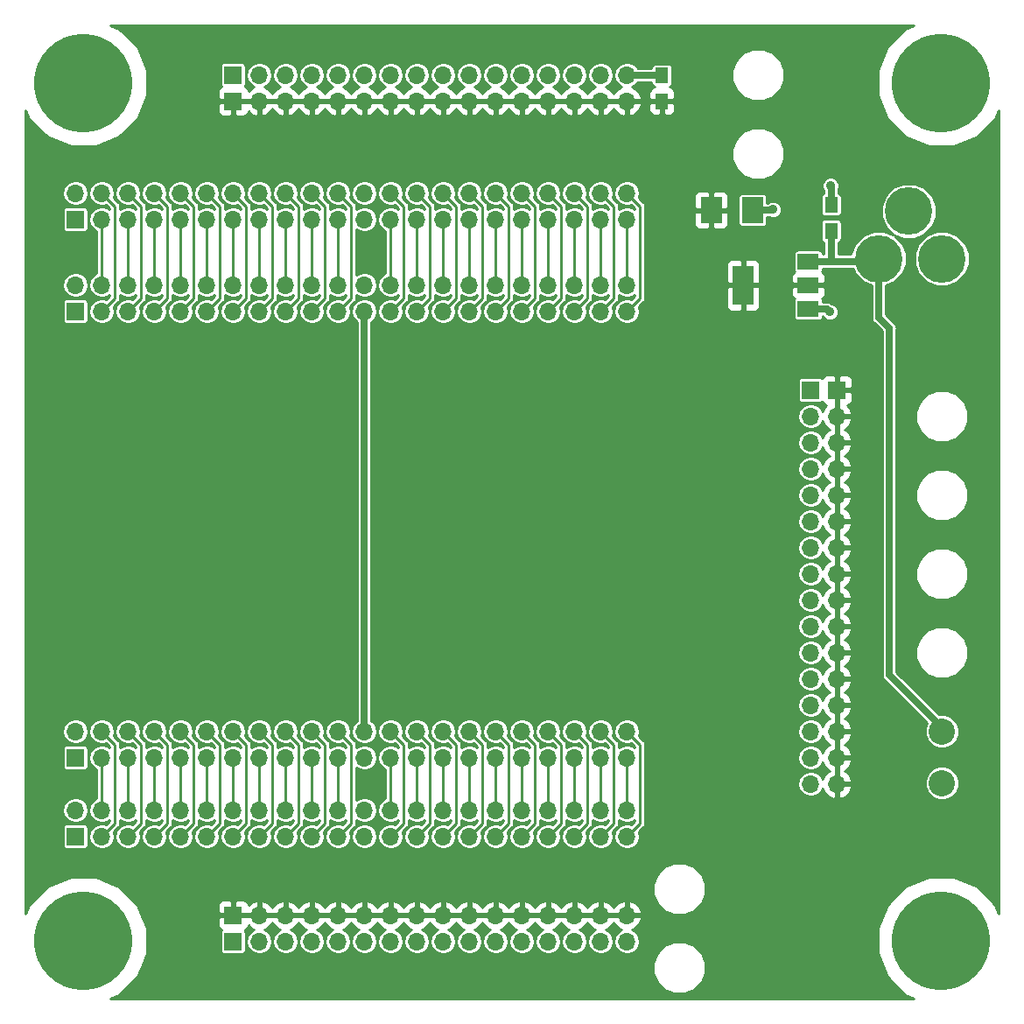
<source format=gbr>
G04 #@! TF.GenerationSoftware,KiCad,Pcbnew,(5.0.2)-1*
G04 #@! TF.CreationDate,2019-03-31T08:08:21-04:00*
G04 #@! TF.ProjectId,BASE-EP4CE6,42415345-2d45-4503-9443-45362e6b6963,X1*
G04 #@! TF.SameCoordinates,Original*
G04 #@! TF.FileFunction,Copper,L1,Top*
G04 #@! TF.FilePolarity,Positive*
%FSLAX46Y46*%
G04 Gerber Fmt 4.6, Leading zero omitted, Abs format (unit mm)*
G04 Created by KiCad (PCBNEW (5.0.2)-1) date 3/31/2019 8:08:21 AM*
%MOMM*%
%LPD*%
G01*
G04 APERTURE LIST*
G04 #@! TA.AperFunction,ComponentPad*
%ADD10C,9.525000*%
G04 #@! TD*
G04 #@! TA.AperFunction,ComponentPad*
%ADD11R,1.700000X1.700000*%
G04 #@! TD*
G04 #@! TA.AperFunction,ComponentPad*
%ADD12O,1.700000X1.700000*%
G04 #@! TD*
G04 #@! TA.AperFunction,ComponentPad*
%ADD13C,4.600000*%
G04 #@! TD*
G04 #@! TA.AperFunction,ComponentPad*
%ADD14C,2.540000*%
G04 #@! TD*
G04 #@! TA.AperFunction,SMDPad,CuDef*
%ADD15R,1.250000X1.500000*%
G04 #@! TD*
G04 #@! TA.AperFunction,SMDPad,CuDef*
%ADD16R,2.000000X2.500000*%
G04 #@! TD*
G04 #@! TA.AperFunction,SMDPad,CuDef*
%ADD17R,2.000000X3.800000*%
G04 #@! TD*
G04 #@! TA.AperFunction,SMDPad,CuDef*
%ADD18R,2.000000X1.500000*%
G04 #@! TD*
G04 #@! TA.AperFunction,ViaPad*
%ADD19C,0.889000*%
G04 #@! TD*
G04 #@! TA.AperFunction,Conductor*
%ADD20C,0.635000*%
G04 #@! TD*
G04 #@! TA.AperFunction,Conductor*
%ADD21C,0.254000*%
G04 #@! TD*
G04 APERTURE END LIST*
D10*
G04 #@! TO.P,MTG1,1*
G04 #@! TO.N,N/C*
X16000000Y-16000000D03*
G04 #@! TD*
G04 #@! TO.P,MTG2,1*
G04 #@! TO.N,N/C*
X99000000Y-16000000D03*
G04 #@! TD*
G04 #@! TO.P,MTG3,1*
G04 #@! TO.N,N/C*
X16000000Y-99000000D03*
G04 #@! TD*
G04 #@! TO.P,MTG?1,1*
G04 #@! TO.N,N/C*
X99000000Y-99000000D03*
G04 #@! TD*
D11*
G04 #@! TO.P,P5,1*
G04 #@! TO.N,+3V3*
X30480000Y-17780000D03*
D12*
G04 #@! TO.P,P5,2*
X33020000Y-17780000D03*
G04 #@! TO.P,P5,3*
X35560000Y-17780000D03*
G04 #@! TO.P,P5,4*
X38100000Y-17780000D03*
G04 #@! TO.P,P5,5*
X40640000Y-17780000D03*
G04 #@! TO.P,P5,6*
X43180000Y-17780000D03*
G04 #@! TO.P,P5,7*
X45720000Y-17780000D03*
G04 #@! TO.P,P5,8*
X48260000Y-17780000D03*
G04 #@! TO.P,P5,9*
X50800000Y-17780000D03*
G04 #@! TO.P,P5,10*
X53340000Y-17780000D03*
G04 #@! TO.P,P5,11*
X55880000Y-17780000D03*
G04 #@! TO.P,P5,12*
X58420000Y-17780000D03*
G04 #@! TO.P,P5,13*
X60960000Y-17780000D03*
G04 #@! TO.P,P5,14*
X63500000Y-17780000D03*
G04 #@! TO.P,P5,15*
X66040000Y-17780000D03*
G04 #@! TO.P,P5,16*
X68580000Y-17780000D03*
G04 #@! TD*
D11*
G04 #@! TO.P,P6,1*
G04 #@! TO.N,GND*
X30480000Y-99060000D03*
D12*
G04 #@! TO.P,P6,2*
X33020000Y-99060000D03*
G04 #@! TO.P,P6,3*
X35560000Y-99060000D03*
G04 #@! TO.P,P6,4*
X38100000Y-99060000D03*
G04 #@! TO.P,P6,5*
X40640000Y-99060000D03*
G04 #@! TO.P,P6,6*
X43180000Y-99060000D03*
G04 #@! TO.P,P6,7*
X45720000Y-99060000D03*
G04 #@! TO.P,P6,8*
X48260000Y-99060000D03*
G04 #@! TO.P,P6,9*
X50800000Y-99060000D03*
G04 #@! TO.P,P6,10*
X53340000Y-99060000D03*
G04 #@! TO.P,P6,11*
X55880000Y-99060000D03*
G04 #@! TO.P,P6,12*
X58420000Y-99060000D03*
G04 #@! TO.P,P6,13*
X60960000Y-99060000D03*
G04 #@! TO.P,P6,14*
X63500000Y-99060000D03*
G04 #@! TO.P,P6,15*
X66040000Y-99060000D03*
G04 #@! TO.P,P6,16*
X68580000Y-99060000D03*
G04 #@! TD*
D11*
G04 #@! TO.P,P7,1*
G04 #@! TO.N,+3V3*
X30480000Y-96520000D03*
D12*
G04 #@! TO.P,P7,2*
X33020000Y-96520000D03*
G04 #@! TO.P,P7,3*
X35560000Y-96520000D03*
G04 #@! TO.P,P7,4*
X38100000Y-96520000D03*
G04 #@! TO.P,P7,5*
X40640000Y-96520000D03*
G04 #@! TO.P,P7,6*
X43180000Y-96520000D03*
G04 #@! TO.P,P7,7*
X45720000Y-96520000D03*
G04 #@! TO.P,P7,8*
X48260000Y-96520000D03*
G04 #@! TO.P,P7,9*
X50800000Y-96520000D03*
G04 #@! TO.P,P7,10*
X53340000Y-96520000D03*
G04 #@! TO.P,P7,11*
X55880000Y-96520000D03*
G04 #@! TO.P,P7,12*
X58420000Y-96520000D03*
G04 #@! TO.P,P7,13*
X60960000Y-96520000D03*
G04 #@! TO.P,P7,14*
X63500000Y-96520000D03*
G04 #@! TO.P,P7,15*
X66040000Y-96520000D03*
G04 #@! TO.P,P7,16*
X68580000Y-96520000D03*
G04 #@! TD*
D13*
G04 #@! TO.P,J1,2*
G04 #@! TO.N,GND*
X99060000Y-33020000D03*
G04 #@! TO.P,J1,1*
G04 #@! TO.N,+5V*
X92960000Y-33020000D03*
G04 #@! TO.P,J1,3*
G04 #@! TO.N,GND*
X95860000Y-28420000D03*
G04 #@! TD*
D11*
G04 #@! TO.P,P1,1*
G04 #@! TO.N,N/C*
X15240000Y-38100000D03*
D12*
G04 #@! TO.P,P1,2*
G04 #@! TO.N,GND*
X15240000Y-35560000D03*
G04 #@! TO.P,P1,3*
G04 #@! TO.N,/P55*
X17780000Y-38100000D03*
G04 #@! TO.P,P1,4*
G04 #@! TO.N,/P58*
X17780000Y-35560000D03*
G04 #@! TO.P,P1,5*
G04 #@! TO.N,/P53*
X20320000Y-38100000D03*
G04 #@! TO.P,P1,6*
G04 #@! TO.N,/P54*
X20320000Y-35560000D03*
G04 #@! TO.P,P1,7*
G04 #@! TO.N,/P51*
X22860000Y-38100000D03*
G04 #@! TO.P,P1,8*
G04 #@! TO.N,/P52*
X22860000Y-35560000D03*
G04 #@! TO.P,P1,9*
G04 #@! TO.N,/P49*
X25400000Y-38100000D03*
G04 #@! TO.P,P1,10*
G04 #@! TO.N,/P50*
X25400000Y-35560000D03*
G04 #@! TO.P,P1,11*
G04 #@! TO.N,/P44*
X27940000Y-38100000D03*
G04 #@! TO.P,P1,12*
G04 #@! TO.N,/P46*
X27940000Y-35560000D03*
G04 #@! TO.P,P1,13*
G04 #@! TO.N,/P42*
X30480000Y-38100000D03*
G04 #@! TO.P,P1,14*
G04 #@! TO.N,/P43*
X30480000Y-35560000D03*
G04 #@! TO.P,P1,15*
G04 #@! TO.N,/P38*
X33020000Y-38100000D03*
G04 #@! TO.P,P1,16*
G04 #@! TO.N,/P39*
X33020000Y-35560000D03*
G04 #@! TO.P,P1,17*
G04 #@! TO.N,/P33*
X35560000Y-38100000D03*
G04 #@! TO.P,P1,18*
G04 #@! TO.N,/P34*
X35560000Y-35560000D03*
G04 #@! TO.P,P1,19*
G04 #@! TO.N,/P31*
X38100000Y-38100000D03*
G04 #@! TO.P,P1,20*
G04 #@! TO.N,/P32*
X38100000Y-35560000D03*
G04 #@! TO.P,P1,21*
G04 #@! TO.N,/P28*
X40640000Y-38100000D03*
G04 #@! TO.P,P1,22*
G04 #@! TO.N,/P30*
X40640000Y-35560000D03*
G04 #@! TO.P,P1,23*
G04 #@! TO.N,+5V*
X43180000Y-38100000D03*
G04 #@! TO.P,P1,24*
G04 #@! TO.N,GND*
X43180000Y-35560000D03*
G04 #@! TO.P,P1,25*
G04 #@! TO.N,/P10*
X45720000Y-38100000D03*
G04 #@! TO.P,P1,26*
G04 #@! TO.N,/P11*
X45720000Y-35560000D03*
G04 #@! TO.P,P1,27*
G04 #@! TO.N,/P3*
X48260000Y-38100000D03*
G04 #@! TO.P,P1,28*
G04 #@! TO.N,/P7*
X48260000Y-35560000D03*
G04 #@! TO.P,P1,29*
G04 #@! TO.N,/P5*
X50800000Y-38100000D03*
G04 #@! TO.P,P1,30*
G04 #@! TO.N,/P2*
X50800000Y-35560000D03*
G04 #@! TO.P,P1,31*
G04 #@! TO.N,/P143*
X53340000Y-38100000D03*
G04 #@! TO.P,P1,32*
G04 #@! TO.N,/P144*
X53340000Y-35560000D03*
G04 #@! TO.P,P1,33*
G04 #@! TO.N,/P141*
X55880000Y-38100000D03*
G04 #@! TO.P,P1,34*
G04 #@! TO.N,/P142*
X55880000Y-35560000D03*
G04 #@! TO.P,P1,35*
G04 #@! TO.N,/P137*
X58420000Y-38100000D03*
G04 #@! TO.P,P1,36*
G04 #@! TO.N,/P138*
X58420000Y-35560000D03*
G04 #@! TO.P,P1,37*
G04 #@! TO.N,/P135*
X60960000Y-38100000D03*
G04 #@! TO.P,P1,38*
G04 #@! TO.N,/P136*
X60960000Y-35560000D03*
G04 #@! TO.P,P1,39*
G04 #@! TO.N,/P132*
X63500000Y-38100000D03*
G04 #@! TO.P,P1,40*
G04 #@! TO.N,/P133*
X63500000Y-35560000D03*
G04 #@! TO.P,P1,41*
G04 #@! TO.N,/P128*
X66040000Y-38100000D03*
G04 #@! TO.P,P1,42*
G04 #@! TO.N,/P129*
X66040000Y-35560000D03*
G04 #@! TO.P,P1,43*
G04 #@! TO.N,/P126*
X68580000Y-38100000D03*
G04 #@! TO.P,P1,44*
G04 #@! TO.N,/P127*
X68580000Y-35560000D03*
G04 #@! TD*
D11*
G04 #@! TO.P,P9,1*
G04 #@! TO.N,+3V3*
X88900000Y-45720000D03*
D12*
G04 #@! TO.P,P9,2*
X88900000Y-48260000D03*
G04 #@! TO.P,P9,3*
X88900000Y-50800000D03*
G04 #@! TO.P,P9,4*
X88900000Y-53340000D03*
G04 #@! TO.P,P9,5*
X88900000Y-55880000D03*
G04 #@! TO.P,P9,6*
X88900000Y-58420000D03*
G04 #@! TO.P,P9,7*
X88900000Y-60960000D03*
G04 #@! TO.P,P9,8*
X88900000Y-63500000D03*
G04 #@! TO.P,P9,9*
X88900000Y-66040000D03*
G04 #@! TO.P,P9,10*
X88900000Y-68580000D03*
G04 #@! TO.P,P9,11*
X88900000Y-71120000D03*
G04 #@! TO.P,P9,12*
X88900000Y-73660000D03*
G04 #@! TO.P,P9,13*
X88900000Y-76200000D03*
G04 #@! TO.P,P9,14*
X88900000Y-78740000D03*
G04 #@! TO.P,P9,15*
X88900000Y-81280000D03*
G04 #@! TO.P,P9,16*
X88900000Y-83820000D03*
G04 #@! TD*
D11*
G04 #@! TO.P,P10,1*
G04 #@! TO.N,GND*
X86360000Y-45720000D03*
D12*
G04 #@! TO.P,P10,2*
X86360000Y-48260000D03*
G04 #@! TO.P,P10,3*
X86360000Y-50800000D03*
G04 #@! TO.P,P10,4*
X86360000Y-53340000D03*
G04 #@! TO.P,P10,5*
X86360000Y-55880000D03*
G04 #@! TO.P,P10,6*
X86360000Y-58420000D03*
G04 #@! TO.P,P10,7*
X86360000Y-60960000D03*
G04 #@! TO.P,P10,8*
X86360000Y-63500000D03*
G04 #@! TO.P,P10,9*
X86360000Y-66040000D03*
G04 #@! TO.P,P10,10*
X86360000Y-68580000D03*
G04 #@! TO.P,P10,11*
X86360000Y-71120000D03*
G04 #@! TO.P,P10,12*
X86360000Y-73660000D03*
G04 #@! TO.P,P10,13*
X86360000Y-76200000D03*
G04 #@! TO.P,P10,14*
X86360000Y-78740000D03*
G04 #@! TO.P,P10,15*
X86360000Y-81280000D03*
G04 #@! TO.P,P10,16*
X86360000Y-83820000D03*
G04 #@! TD*
D14*
G04 #@! TO.P,P11,1*
G04 #@! TO.N,+5V*
X99060000Y-78740000D03*
G04 #@! TO.P,P11,2*
G04 #@! TO.N,GND*
X99060000Y-83740000D03*
G04 #@! TD*
D11*
G04 #@! TO.P,P2,1*
G04 #@! TO.N,GND*
X15240000Y-81280000D03*
D12*
G04 #@! TO.P,P2,2*
G04 #@! TO.N,N/C*
X15240000Y-78740000D03*
G04 #@! TO.P,P2,3*
G04 #@! TO.N,/P59*
X17780000Y-81280000D03*
G04 #@! TO.P,P2,4*
G04 #@! TO.N,/P60*
X17780000Y-78740000D03*
G04 #@! TO.P,P2,5*
G04 #@! TO.N,/P64*
X20320000Y-81280000D03*
G04 #@! TO.P,P2,6*
G04 #@! TO.N,/P65*
X20320000Y-78740000D03*
G04 #@! TO.P,P2,7*
G04 #@! TO.N,/P66*
X22860000Y-81280000D03*
G04 #@! TO.P,P2,8*
G04 #@! TO.N,/P67*
X22860000Y-78740000D03*
G04 #@! TO.P,P2,9*
G04 #@! TO.N,/P68*
X25400000Y-81280000D03*
G04 #@! TO.P,P2,10*
G04 #@! TO.N,/P69*
X25400000Y-78740000D03*
G04 #@! TO.P,P2,11*
G04 #@! TO.N,/P70*
X27940000Y-81280000D03*
G04 #@! TO.P,P2,12*
G04 #@! TO.N,/P71*
X27940000Y-78740000D03*
G04 #@! TO.P,P2,13*
G04 #@! TO.N,/P72*
X30480000Y-81280000D03*
G04 #@! TO.P,P2,14*
G04 #@! TO.N,/P73*
X30480000Y-78740000D03*
G04 #@! TO.P,P2,15*
G04 #@! TO.N,/P74*
X33020000Y-81280000D03*
G04 #@! TO.P,P2,16*
G04 #@! TO.N,/P75*
X33020000Y-78740000D03*
G04 #@! TO.P,P2,17*
G04 #@! TO.N,/P76*
X35560000Y-81280000D03*
G04 #@! TO.P,P2,18*
G04 #@! TO.N,/P77*
X35560000Y-78740000D03*
G04 #@! TO.P,P2,19*
G04 #@! TO.N,/P80*
X38100000Y-81280000D03*
G04 #@! TO.P,P2,20*
G04 #@! TO.N,/P83*
X38100000Y-78740000D03*
G04 #@! TO.P,P2,21*
G04 #@! TO.N,/P84*
X40640000Y-81280000D03*
G04 #@! TO.P,P2,22*
G04 #@! TO.N,/P85*
X40640000Y-78740000D03*
G04 #@! TO.P,P2,23*
G04 #@! TO.N,GND*
X43180000Y-81280000D03*
G04 #@! TO.P,P2,24*
G04 #@! TO.N,+5V*
X43180000Y-78740000D03*
G04 #@! TO.P,P2,25*
G04 #@! TO.N,/P86*
X45720000Y-81280000D03*
G04 #@! TO.P,P2,26*
G04 #@! TO.N,/P87*
X45720000Y-78740000D03*
G04 #@! TO.P,P2,27*
G04 #@! TO.N,/P98*
X48260000Y-81280000D03*
G04 #@! TO.P,P2,28*
G04 #@! TO.N,/P99*
X48260000Y-78740000D03*
G04 #@! TO.P,P2,29*
G04 #@! TO.N,/P100*
X50800000Y-81280000D03*
G04 #@! TO.P,P2,30*
G04 #@! TO.N,/P101*
X50800000Y-78740000D03*
G04 #@! TO.P,P2,31*
G04 #@! TO.N,/P103*
X53340000Y-81280000D03*
G04 #@! TO.P,P2,32*
G04 #@! TO.N,/P104*
X53340000Y-78740000D03*
G04 #@! TO.P,P2,33*
G04 #@! TO.N,/P105*
X55880000Y-81280000D03*
G04 #@! TO.P,P2,34*
G04 #@! TO.N,/P106*
X55880000Y-78740000D03*
G04 #@! TO.P,P2,35*
G04 #@! TO.N,/P110*
X58420000Y-81280000D03*
G04 #@! TO.P,P2,36*
G04 #@! TO.N,/P111*
X58420000Y-78740000D03*
G04 #@! TO.P,P2,37*
G04 #@! TO.N,/P112*
X60960000Y-81280000D03*
G04 #@! TO.P,P2,38*
G04 #@! TO.N,/P113*
X60960000Y-78740000D03*
G04 #@! TO.P,P2,39*
G04 #@! TO.N,/P114*
X63500000Y-81280000D03*
G04 #@! TO.P,P2,40*
G04 #@! TO.N,/P115*
X63500000Y-78740000D03*
G04 #@! TO.P,P2,41*
G04 #@! TO.N,/P119*
X66040000Y-81280000D03*
G04 #@! TO.P,P2,42*
G04 #@! TO.N,/P120*
X66040000Y-78740000D03*
G04 #@! TO.P,P2,43*
G04 #@! TO.N,/P121*
X68580000Y-81280000D03*
G04 #@! TO.P,P2,44*
G04 #@! TO.N,/P124*
X68580000Y-78740000D03*
G04 #@! TD*
D11*
G04 #@! TO.P,P3,1*
G04 #@! TO.N,N/C*
X15240000Y-29210000D03*
D12*
G04 #@! TO.P,P3,2*
G04 #@! TO.N,GND*
X15240000Y-26670000D03*
G04 #@! TO.P,P3,3*
G04 #@! TO.N,/P58*
X17780000Y-29210000D03*
G04 #@! TO.P,P3,4*
G04 #@! TO.N,/P55*
X17780000Y-26670000D03*
G04 #@! TO.P,P3,5*
G04 #@! TO.N,/P54*
X20320000Y-29210000D03*
G04 #@! TO.P,P3,6*
G04 #@! TO.N,/P53*
X20320000Y-26670000D03*
G04 #@! TO.P,P3,7*
G04 #@! TO.N,/P52*
X22860000Y-29210000D03*
G04 #@! TO.P,P3,8*
G04 #@! TO.N,/P51*
X22860000Y-26670000D03*
G04 #@! TO.P,P3,9*
G04 #@! TO.N,/P50*
X25400000Y-29210000D03*
G04 #@! TO.P,P3,10*
G04 #@! TO.N,/P49*
X25400000Y-26670000D03*
G04 #@! TO.P,P3,11*
G04 #@! TO.N,/P46*
X27940000Y-29210000D03*
G04 #@! TO.P,P3,12*
G04 #@! TO.N,/P44*
X27940000Y-26670000D03*
G04 #@! TO.P,P3,13*
G04 #@! TO.N,/P43*
X30480000Y-29210000D03*
G04 #@! TO.P,P3,14*
G04 #@! TO.N,/P42*
X30480000Y-26670000D03*
G04 #@! TO.P,P3,15*
G04 #@! TO.N,/P39*
X33020000Y-29210000D03*
G04 #@! TO.P,P3,16*
G04 #@! TO.N,/P38*
X33020000Y-26670000D03*
G04 #@! TO.P,P3,17*
G04 #@! TO.N,/P34*
X35560000Y-29210000D03*
G04 #@! TO.P,P3,18*
G04 #@! TO.N,/P33*
X35560000Y-26670000D03*
G04 #@! TO.P,P3,19*
G04 #@! TO.N,/P32*
X38100000Y-29210000D03*
G04 #@! TO.P,P3,20*
G04 #@! TO.N,/P31*
X38100000Y-26670000D03*
G04 #@! TO.P,P3,21*
G04 #@! TO.N,/P30*
X40640000Y-29210000D03*
G04 #@! TO.P,P3,22*
G04 #@! TO.N,/P28*
X40640000Y-26670000D03*
G04 #@! TO.P,P3,23*
G04 #@! TO.N,N/C*
X43180000Y-29210000D03*
G04 #@! TO.P,P3,24*
G04 #@! TO.N,GND*
X43180000Y-26670000D03*
G04 #@! TO.P,P3,25*
G04 #@! TO.N,/P11*
X45720000Y-29210000D03*
G04 #@! TO.P,P3,26*
G04 #@! TO.N,/P10*
X45720000Y-26670000D03*
G04 #@! TO.P,P3,27*
G04 #@! TO.N,/P7*
X48260000Y-29210000D03*
G04 #@! TO.P,P3,28*
G04 #@! TO.N,/P3*
X48260000Y-26670000D03*
G04 #@! TO.P,P3,29*
G04 #@! TO.N,/P2*
X50800000Y-29210000D03*
G04 #@! TO.P,P3,30*
G04 #@! TO.N,/P5*
X50800000Y-26670000D03*
G04 #@! TO.P,P3,31*
G04 #@! TO.N,/P144*
X53340000Y-29210000D03*
G04 #@! TO.P,P3,32*
G04 #@! TO.N,/P143*
X53340000Y-26670000D03*
G04 #@! TO.P,P3,33*
G04 #@! TO.N,/P142*
X55880000Y-29210000D03*
G04 #@! TO.P,P3,34*
G04 #@! TO.N,/P141*
X55880000Y-26670000D03*
G04 #@! TO.P,P3,35*
G04 #@! TO.N,/P138*
X58420000Y-29210000D03*
G04 #@! TO.P,P3,36*
G04 #@! TO.N,/P137*
X58420000Y-26670000D03*
G04 #@! TO.P,P3,37*
G04 #@! TO.N,/P136*
X60960000Y-29210000D03*
G04 #@! TO.P,P3,38*
G04 #@! TO.N,/P135*
X60960000Y-26670000D03*
G04 #@! TO.P,P3,39*
G04 #@! TO.N,/P133*
X63500000Y-29210000D03*
G04 #@! TO.P,P3,40*
G04 #@! TO.N,/P132*
X63500000Y-26670000D03*
G04 #@! TO.P,P3,41*
G04 #@! TO.N,/P129*
X66040000Y-29210000D03*
G04 #@! TO.P,P3,42*
G04 #@! TO.N,/P128*
X66040000Y-26670000D03*
G04 #@! TO.P,P3,43*
G04 #@! TO.N,/P127*
X68580000Y-29210000D03*
G04 #@! TO.P,P3,44*
G04 #@! TO.N,/P126*
X68580000Y-26670000D03*
G04 #@! TD*
D11*
G04 #@! TO.P,P4,1*
G04 #@! TO.N,GND*
X15240000Y-88900000D03*
D12*
G04 #@! TO.P,P4,2*
G04 #@! TO.N,N/C*
X15240000Y-86360000D03*
G04 #@! TO.P,P4,3*
G04 #@! TO.N,/P60*
X17780000Y-88900000D03*
G04 #@! TO.P,P4,4*
G04 #@! TO.N,/P59*
X17780000Y-86360000D03*
G04 #@! TO.P,P4,5*
G04 #@! TO.N,/P65*
X20320000Y-88900000D03*
G04 #@! TO.P,P4,6*
G04 #@! TO.N,/P64*
X20320000Y-86360000D03*
G04 #@! TO.P,P4,7*
G04 #@! TO.N,/P67*
X22860000Y-88900000D03*
G04 #@! TO.P,P4,8*
G04 #@! TO.N,/P66*
X22860000Y-86360000D03*
G04 #@! TO.P,P4,9*
G04 #@! TO.N,/P69*
X25400000Y-88900000D03*
G04 #@! TO.P,P4,10*
G04 #@! TO.N,/P68*
X25400000Y-86360000D03*
G04 #@! TO.P,P4,11*
G04 #@! TO.N,/P71*
X27940000Y-88900000D03*
G04 #@! TO.P,P4,12*
G04 #@! TO.N,/P70*
X27940000Y-86360000D03*
G04 #@! TO.P,P4,13*
G04 #@! TO.N,/P73*
X30480000Y-88900000D03*
G04 #@! TO.P,P4,14*
G04 #@! TO.N,/P72*
X30480000Y-86360000D03*
G04 #@! TO.P,P4,15*
G04 #@! TO.N,/P75*
X33020000Y-88900000D03*
G04 #@! TO.P,P4,16*
G04 #@! TO.N,/P74*
X33020000Y-86360000D03*
G04 #@! TO.P,P4,17*
G04 #@! TO.N,/P77*
X35560000Y-88900000D03*
G04 #@! TO.P,P4,18*
G04 #@! TO.N,/P76*
X35560000Y-86360000D03*
G04 #@! TO.P,P4,19*
G04 #@! TO.N,/P83*
X38100000Y-88900000D03*
G04 #@! TO.P,P4,20*
G04 #@! TO.N,/P80*
X38100000Y-86360000D03*
G04 #@! TO.P,P4,21*
G04 #@! TO.N,/P85*
X40640000Y-88900000D03*
G04 #@! TO.P,P4,22*
G04 #@! TO.N,/P84*
X40640000Y-86360000D03*
G04 #@! TO.P,P4,23*
G04 #@! TO.N,GND*
X43180000Y-88900000D03*
G04 #@! TO.P,P4,24*
G04 #@! TO.N,N/C*
X43180000Y-86360000D03*
G04 #@! TO.P,P4,25*
G04 #@! TO.N,/P87*
X45720000Y-88900000D03*
G04 #@! TO.P,P4,26*
G04 #@! TO.N,/P86*
X45720000Y-86360000D03*
G04 #@! TO.P,P4,27*
G04 #@! TO.N,/P99*
X48260000Y-88900000D03*
G04 #@! TO.P,P4,28*
G04 #@! TO.N,/P98*
X48260000Y-86360000D03*
G04 #@! TO.P,P4,29*
G04 #@! TO.N,/P101*
X50800000Y-88900000D03*
G04 #@! TO.P,P4,30*
G04 #@! TO.N,/P100*
X50800000Y-86360000D03*
G04 #@! TO.P,P4,31*
G04 #@! TO.N,/P104*
X53340000Y-88900000D03*
G04 #@! TO.P,P4,32*
G04 #@! TO.N,/P103*
X53340000Y-86360000D03*
G04 #@! TO.P,P4,33*
G04 #@! TO.N,/P106*
X55880000Y-88900000D03*
G04 #@! TO.P,P4,34*
G04 #@! TO.N,/P105*
X55880000Y-86360000D03*
G04 #@! TO.P,P4,35*
G04 #@! TO.N,/P111*
X58420000Y-88900000D03*
G04 #@! TO.P,P4,36*
G04 #@! TO.N,/P110*
X58420000Y-86360000D03*
G04 #@! TO.P,P4,37*
G04 #@! TO.N,/P113*
X60960000Y-88900000D03*
G04 #@! TO.P,P4,38*
G04 #@! TO.N,/P112*
X60960000Y-86360000D03*
G04 #@! TO.P,P4,39*
G04 #@! TO.N,/P115*
X63500000Y-88900000D03*
G04 #@! TO.P,P4,40*
G04 #@! TO.N,/P114*
X63500000Y-86360000D03*
G04 #@! TO.P,P4,41*
G04 #@! TO.N,/P120*
X66040000Y-88900000D03*
G04 #@! TO.P,P4,42*
G04 #@! TO.N,/P119*
X66040000Y-86360000D03*
G04 #@! TO.P,P4,43*
G04 #@! TO.N,/P124*
X68580000Y-88900000D03*
G04 #@! TO.P,P4,44*
G04 #@! TO.N,/P121*
X68580000Y-86360000D03*
G04 #@! TD*
D11*
G04 #@! TO.P,P8,1*
G04 #@! TO.N,GND*
X30480000Y-15240000D03*
D12*
G04 #@! TO.P,P8,2*
X33020000Y-15240000D03*
G04 #@! TO.P,P8,3*
X35560000Y-15240000D03*
G04 #@! TO.P,P8,4*
X38100000Y-15240000D03*
G04 #@! TO.P,P8,5*
X40640000Y-15240000D03*
G04 #@! TO.P,P8,6*
X43180000Y-15240000D03*
G04 #@! TO.P,P8,7*
X45720000Y-15240000D03*
G04 #@! TO.P,P8,8*
X48260000Y-15240000D03*
G04 #@! TO.P,P8,9*
X50800000Y-15240000D03*
G04 #@! TO.P,P8,10*
X53340000Y-15240000D03*
G04 #@! TO.P,P8,11*
X55880000Y-15240000D03*
G04 #@! TO.P,P8,12*
X58420000Y-15240000D03*
G04 #@! TO.P,P8,13*
X60960000Y-15240000D03*
G04 #@! TO.P,P8,14*
X63500000Y-15240000D03*
G04 #@! TO.P,P8,15*
X66040000Y-15240000D03*
G04 #@! TO.P,P8,16*
X68580000Y-15240000D03*
G04 #@! TD*
D15*
G04 #@! TO.P,C1,1*
G04 #@! TO.N,+5V*
X88341200Y-30307600D03*
G04 #@! TO.P,C1,2*
G04 #@! TO.N,GND*
X88341200Y-27807600D03*
G04 #@! TD*
D16*
G04 #@! TO.P,C2,1*
G04 #@! TO.N,+3V3*
X76740000Y-28321000D03*
G04 #@! TO.P,C2,2*
G04 #@! TO.N,GND*
X80740000Y-28321000D03*
G04 #@! TD*
D15*
G04 #@! TO.P,C3,1*
G04 #@! TO.N,+3V3*
X71983600Y-17785400D03*
G04 #@! TO.P,C3,2*
G04 #@! TO.N,GND*
X71983600Y-15285400D03*
G04 #@! TD*
D17*
G04 #@! TO.P,U1,4*
G04 #@! TO.N,+3V3*
X79831800Y-35585400D03*
D18*
G04 #@! TO.P,U1,2*
X86131800Y-35585400D03*
G04 #@! TO.P,U1,3*
G04 #@! TO.N,+5V*
X86131800Y-33285400D03*
G04 #@! TO.P,U1,1*
G04 #@! TO.N,GND*
X86131800Y-37885400D03*
G04 #@! TD*
D19*
G04 #@! TO.N,GND*
X82727800Y-28270200D03*
X88290400Y-25958800D03*
X88239600Y-38176200D03*
G04 #@! TD*
D20*
G04 #@! TO.N,+5V*
X88341200Y-30307600D02*
X88341200Y-33093600D01*
X88341200Y-33093600D02*
X88149400Y-33285400D01*
X86131800Y-33285400D02*
X88149400Y-33285400D01*
X88149400Y-33285400D02*
X92694600Y-33285400D01*
X92694600Y-33285400D02*
X92960000Y-33020000D01*
X99060000Y-78740000D02*
X99060000Y-78384400D01*
X99060000Y-78384400D02*
X93980000Y-73304400D01*
X93980000Y-73304400D02*
X93980000Y-41910000D01*
X93980000Y-41910000D02*
X93980000Y-39725600D01*
X93980000Y-39725600D02*
X92960000Y-38705600D01*
X92960000Y-38705600D02*
X92960000Y-33020000D01*
X43180000Y-78740000D02*
X43180000Y-41910000D01*
X43180000Y-41910000D02*
X43180000Y-38100000D01*
G04 #@! TO.N,GND*
X71983600Y-15285400D02*
X68625400Y-15285400D01*
X68625400Y-15285400D02*
X68580000Y-15240000D01*
X80740000Y-28321000D02*
X82677000Y-28321000D01*
X82677000Y-28321000D02*
X82727800Y-28270200D01*
X88341200Y-27807600D02*
X88341200Y-26009600D01*
X88341200Y-26009600D02*
X88290400Y-25958800D01*
X86131800Y-37885400D02*
X87948800Y-37885400D01*
X87948800Y-37885400D02*
X88239600Y-38176200D01*
D21*
G04 #@! TO.N,/P59*
X17780000Y-81280000D02*
X17780000Y-86360000D01*
G04 #@! TO.N,/P60*
X17780000Y-88900000D02*
X19050000Y-87630000D01*
X19050000Y-80010000D02*
X17780000Y-78740000D01*
X19050000Y-87630000D02*
X19050000Y-80010000D01*
G04 #@! TO.N,/P64*
X20320000Y-81280000D02*
X20320000Y-86360000D01*
G04 #@! TO.N,/P65*
X20320000Y-88900000D02*
X21590000Y-87630000D01*
X21590000Y-80010000D02*
X20320000Y-78740000D01*
X21590000Y-87630000D02*
X21590000Y-80010000D01*
G04 #@! TO.N,/P66*
X22860000Y-81280000D02*
X22860000Y-86360000D01*
G04 #@! TO.N,/P67*
X22860000Y-88900000D02*
X24130000Y-87630000D01*
X24130000Y-80010000D02*
X22860000Y-78740000D01*
X24130000Y-87630000D02*
X24130000Y-80010000D01*
G04 #@! TO.N,/P68*
X25400000Y-81280000D02*
X25400000Y-86360000D01*
G04 #@! TO.N,/P69*
X25400000Y-88900000D02*
X26670000Y-87630000D01*
X26670000Y-80010000D02*
X25400000Y-78740000D01*
X26670000Y-87630000D02*
X26670000Y-80010000D01*
G04 #@! TO.N,/P70*
X27940000Y-81280000D02*
X27940000Y-86360000D01*
G04 #@! TO.N,/P71*
X27940000Y-88900000D02*
X29210000Y-87630000D01*
X29210000Y-80010000D02*
X27940000Y-78740000D01*
X29210000Y-87630000D02*
X29210000Y-80010000D01*
G04 #@! TO.N,/P72*
X30480000Y-81280000D02*
X30480000Y-86360000D01*
G04 #@! TO.N,/P73*
X30480000Y-88900000D02*
X31750000Y-87630000D01*
X31750000Y-80010000D02*
X30480000Y-78740000D01*
X31750000Y-87630000D02*
X31750000Y-80010000D01*
G04 #@! TO.N,/P74*
X33020000Y-86360000D02*
X33020000Y-81280000D01*
G04 #@! TO.N,/P75*
X33020000Y-88900000D02*
X34290000Y-87630000D01*
X34290000Y-80010000D02*
X33020000Y-78740000D01*
X34290000Y-87630000D02*
X34290000Y-80010000D01*
G04 #@! TO.N,/P76*
X35560000Y-81280000D02*
X35560000Y-86360000D01*
G04 #@! TO.N,/P77*
X35560000Y-88900000D02*
X36830000Y-87630000D01*
X36830000Y-80010000D02*
X35560000Y-78740000D01*
X36830000Y-87630000D02*
X36830000Y-80010000D01*
G04 #@! TO.N,/P80*
X38100000Y-86360000D02*
X38100000Y-81280000D01*
G04 #@! TO.N,/P83*
X38100000Y-88900000D02*
X39370000Y-87630000D01*
X39370000Y-80010000D02*
X38100000Y-78740000D01*
X39370000Y-87630000D02*
X39370000Y-80010000D01*
G04 #@! TO.N,/P84*
X40640000Y-81280000D02*
X40640000Y-86360000D01*
G04 #@! TO.N,/P85*
X40640000Y-88900000D02*
X41910000Y-87630000D01*
X41910000Y-80010000D02*
X40640000Y-78740000D01*
X41910000Y-87630000D02*
X41910000Y-80010000D01*
G04 #@! TO.N,/P87*
X45720000Y-88900000D02*
X46990000Y-87630000D01*
X46990000Y-80010000D02*
X45720000Y-78740000D01*
X46990000Y-87630000D02*
X46990000Y-80010000D01*
G04 #@! TO.N,/P98*
X48260000Y-86360000D02*
X48260000Y-81280000D01*
G04 #@! TO.N,/P99*
X48260000Y-88900000D02*
X49530000Y-87630000D01*
X49530000Y-80010000D02*
X48260000Y-78740000D01*
X49530000Y-87630000D02*
X49530000Y-80010000D01*
G04 #@! TO.N,/P100*
X50800000Y-86360000D02*
X50800000Y-81280000D01*
G04 #@! TO.N,/P101*
X50800000Y-88900000D02*
X52070000Y-87630000D01*
X52070000Y-80010000D02*
X50800000Y-78740000D01*
X52070000Y-87630000D02*
X52070000Y-80010000D01*
G04 #@! TO.N,/P103*
X53340000Y-86360000D02*
X53340000Y-81280000D01*
G04 #@! TO.N,/P104*
X53340000Y-88900000D02*
X54610000Y-87630000D01*
X54610000Y-80010000D02*
X53340000Y-78740000D01*
X54610000Y-87630000D02*
X54610000Y-80010000D01*
G04 #@! TO.N,/P105*
X55880000Y-86360000D02*
X55880000Y-81280000D01*
G04 #@! TO.N,/P106*
X55880000Y-88900000D02*
X57150000Y-87630000D01*
X57150000Y-80010000D02*
X55880000Y-78740000D01*
X57150000Y-87630000D02*
X57150000Y-80010000D01*
G04 #@! TO.N,/P110*
X58420000Y-86360000D02*
X58420000Y-81280000D01*
G04 #@! TO.N,/P111*
X58420000Y-88900000D02*
X59690000Y-87630000D01*
X59690000Y-80010000D02*
X58420000Y-78740000D01*
X59690000Y-87630000D02*
X59690000Y-80010000D01*
G04 #@! TO.N,/P112*
X60960000Y-86360000D02*
X60960000Y-81280000D01*
G04 #@! TO.N,/P113*
X60960000Y-88900000D02*
X62230000Y-87630000D01*
X62230000Y-80010000D02*
X60960000Y-78740000D01*
X62230000Y-87630000D02*
X62230000Y-80010000D01*
G04 #@! TO.N,/P114*
X63500000Y-86360000D02*
X63500000Y-81280000D01*
G04 #@! TO.N,/P115*
X63500000Y-88900000D02*
X64770000Y-87630000D01*
X64770000Y-80010000D02*
X63500000Y-78740000D01*
X64770000Y-87630000D02*
X64770000Y-80010000D01*
G04 #@! TO.N,/P119*
X66040000Y-86360000D02*
X66040000Y-81280000D01*
G04 #@! TO.N,/P120*
X66040000Y-88900000D02*
X67310000Y-87630000D01*
X67310000Y-80010000D02*
X66040000Y-78740000D01*
X67310000Y-87630000D02*
X67310000Y-80010000D01*
G04 #@! TO.N,/P121*
X68580000Y-86360000D02*
X68580000Y-81280000D01*
G04 #@! TO.N,/P124*
X68580000Y-88900000D02*
X69850000Y-87630000D01*
X69850000Y-80010000D02*
X68580000Y-78740000D01*
X69850000Y-87630000D02*
X69850000Y-80010000D01*
G04 #@! TO.N,/P55*
X17780000Y-38100000D02*
X19050000Y-36830000D01*
X19050000Y-27940000D02*
X17780000Y-26670000D01*
X19050000Y-36830000D02*
X19050000Y-27940000D01*
G04 #@! TO.N,/P58*
X17780000Y-35560000D02*
X17780000Y-29210000D01*
G04 #@! TO.N,/P53*
X20320000Y-38100000D02*
X21590000Y-36830000D01*
X21590000Y-27940000D02*
X20320000Y-26670000D01*
X21590000Y-36830000D02*
X21590000Y-27940000D01*
G04 #@! TO.N,/P54*
X20320000Y-35560000D02*
X20320000Y-29210000D01*
G04 #@! TO.N,/P51*
X22860000Y-38100000D02*
X24130000Y-36830000D01*
X24130000Y-27940000D02*
X22860000Y-26670000D01*
X24130000Y-36830000D02*
X24130000Y-27940000D01*
G04 #@! TO.N,/P52*
X22860000Y-35560000D02*
X22860000Y-29210000D01*
G04 #@! TO.N,/P49*
X25400000Y-38100000D02*
X26670000Y-36830000D01*
X26670000Y-27940000D02*
X25400000Y-26670000D01*
X26670000Y-36830000D02*
X26670000Y-27940000D01*
G04 #@! TO.N,/P50*
X25400000Y-35560000D02*
X25400000Y-29210000D01*
G04 #@! TO.N,/P44*
X27940000Y-38100000D02*
X29210000Y-36830000D01*
X29210000Y-27940000D02*
X27940000Y-26670000D01*
X29210000Y-36830000D02*
X29210000Y-27940000D01*
G04 #@! TO.N,/P46*
X27940000Y-35560000D02*
X27940000Y-29210000D01*
G04 #@! TO.N,/P42*
X30480000Y-38100000D02*
X31750000Y-36830000D01*
X31750000Y-27940000D02*
X30480000Y-26670000D01*
X31750000Y-36830000D02*
X31750000Y-27940000D01*
G04 #@! TO.N,/P43*
X30480000Y-35560000D02*
X30480000Y-29210000D01*
G04 #@! TO.N,/P38*
X33020000Y-38100000D02*
X34290000Y-36830000D01*
X34290000Y-27940000D02*
X33020000Y-26670000D01*
X34290000Y-36830000D02*
X34290000Y-27940000D01*
G04 #@! TO.N,/P39*
X33020000Y-35560000D02*
X33020000Y-29210000D01*
G04 #@! TO.N,/P33*
X35560000Y-38100000D02*
X36830000Y-36830000D01*
X36830000Y-27940000D02*
X35560000Y-26670000D01*
X36830000Y-36830000D02*
X36830000Y-27940000D01*
G04 #@! TO.N,/P34*
X35560000Y-35560000D02*
X35560000Y-29210000D01*
G04 #@! TO.N,/P31*
X38100000Y-38100000D02*
X39370000Y-36830000D01*
X39370000Y-27940000D02*
X38100000Y-26670000D01*
X39370000Y-36830000D02*
X39370000Y-27940000D01*
G04 #@! TO.N,/P32*
X38100000Y-35560000D02*
X38100000Y-29210000D01*
G04 #@! TO.N,/P28*
X40640000Y-38100000D02*
X41910000Y-36830000D01*
X41910000Y-27940000D02*
X40640000Y-26670000D01*
X41910000Y-36830000D02*
X41910000Y-27940000D01*
G04 #@! TO.N,/P30*
X40640000Y-35560000D02*
X40640000Y-29210000D01*
G04 #@! TO.N,/P10*
X45720000Y-38100000D02*
X46990000Y-36830000D01*
X46990000Y-27940000D02*
X45720000Y-26670000D01*
X46990000Y-36830000D02*
X46990000Y-27940000D01*
G04 #@! TO.N,/P3*
X48260000Y-38100000D02*
X49530000Y-36830000D01*
X49530000Y-27940000D02*
X48260000Y-26670000D01*
X49530000Y-36830000D02*
X49530000Y-27940000D01*
G04 #@! TO.N,/P7*
X48260000Y-35560000D02*
X48260000Y-29210000D01*
G04 #@! TO.N,/P5*
X50800000Y-38100000D02*
X52070000Y-36830000D01*
X52070000Y-27940000D02*
X50800000Y-26670000D01*
X52070000Y-36830000D02*
X52070000Y-27940000D01*
G04 #@! TO.N,/P2*
X50800000Y-35560000D02*
X50800000Y-29210000D01*
G04 #@! TO.N,/P143*
X53340000Y-38100000D02*
X54610000Y-36830000D01*
X54610000Y-27940000D02*
X53340000Y-26670000D01*
X54610000Y-36830000D02*
X54610000Y-27940000D01*
G04 #@! TO.N,/P144*
X53340000Y-35560000D02*
X53340000Y-29210000D01*
G04 #@! TO.N,/P141*
X55880000Y-38100000D02*
X57150000Y-36830000D01*
X57150000Y-27940000D02*
X55880000Y-26670000D01*
X57150000Y-36830000D02*
X57150000Y-27940000D01*
G04 #@! TO.N,/P142*
X55880000Y-35560000D02*
X55880000Y-29210000D01*
G04 #@! TO.N,/P137*
X58420000Y-38100000D02*
X59690000Y-36830000D01*
X59690000Y-27940000D02*
X58420000Y-26670000D01*
X59690000Y-36830000D02*
X59690000Y-27940000D01*
G04 #@! TO.N,/P138*
X58420000Y-35560000D02*
X58420000Y-29210000D01*
G04 #@! TO.N,/P135*
X60960000Y-38100000D02*
X62230000Y-36830000D01*
X62230000Y-27940000D02*
X60960000Y-26670000D01*
X62230000Y-36830000D02*
X62230000Y-27940000D01*
G04 #@! TO.N,/P136*
X60960000Y-35560000D02*
X60960000Y-29210000D01*
G04 #@! TO.N,/P132*
X63500000Y-38100000D02*
X64770000Y-36830000D01*
X64770000Y-27940000D02*
X63500000Y-26670000D01*
X64770000Y-36830000D02*
X64770000Y-27940000D01*
G04 #@! TO.N,/P133*
X63500000Y-35560000D02*
X63500000Y-29210000D01*
G04 #@! TO.N,/P128*
X66040000Y-38100000D02*
X67310000Y-36830000D01*
X67310000Y-27940000D02*
X66040000Y-26670000D01*
X67310000Y-36830000D02*
X67310000Y-27940000D01*
G04 #@! TO.N,/P129*
X66040000Y-35560000D02*
X66040000Y-29210000D01*
G04 #@! TO.N,/P126*
X68580000Y-38100000D02*
X69850000Y-36830000D01*
X69850000Y-27940000D02*
X68580000Y-26670000D01*
X69850000Y-36830000D02*
X69850000Y-27940000D01*
G04 #@! TO.N,/P127*
X68580000Y-35560000D02*
X68580000Y-29210000D01*
G04 #@! TO.N,/P86*
X45720000Y-86360000D02*
X45720000Y-81280000D01*
G04 #@! TO.N,/P11*
X45720000Y-35560000D02*
X45720000Y-29210000D01*
G04 #@! TD*
G04 #@! TO.N,+3V3*
G36*
X95510923Y-10778228D02*
X93778228Y-12510923D01*
X92840500Y-14774799D01*
X92840500Y-17225201D01*
X93778228Y-19489077D01*
X95510923Y-21221772D01*
X97774799Y-22159500D01*
X100225201Y-22159500D01*
X102489077Y-21221772D01*
X104221772Y-19489077D01*
X104569000Y-18650794D01*
X104569001Y-96349208D01*
X104221772Y-95510923D01*
X102489077Y-93778228D01*
X100225201Y-92840500D01*
X97774799Y-92840500D01*
X95510923Y-93778228D01*
X93778228Y-95510923D01*
X92840500Y-97774799D01*
X92840500Y-100225201D01*
X93778228Y-102489077D01*
X95510923Y-104221772D01*
X96349206Y-104569000D01*
X18650794Y-104569000D01*
X19489077Y-104221772D01*
X21221772Y-102489077D01*
X21798574Y-101096553D01*
X71129000Y-101096553D01*
X71129000Y-102103447D01*
X71514322Y-103033696D01*
X72226304Y-103745678D01*
X73156553Y-104131000D01*
X74163447Y-104131000D01*
X75093696Y-103745678D01*
X75805678Y-103033696D01*
X76191000Y-102103447D01*
X76191000Y-101096553D01*
X75805678Y-100166304D01*
X75093696Y-99454322D01*
X74163447Y-99069000D01*
X73156553Y-99069000D01*
X72226304Y-99454322D01*
X71514322Y-100166304D01*
X71129000Y-101096553D01*
X21798574Y-101096553D01*
X22159500Y-100225201D01*
X22159500Y-97774799D01*
X21758107Y-96805750D01*
X28995000Y-96805750D01*
X28995000Y-97496309D01*
X29091673Y-97729698D01*
X29270301Y-97908327D01*
X29351009Y-97941757D01*
X29271106Y-98061341D01*
X29241536Y-98210000D01*
X29241536Y-99910000D01*
X29271106Y-100058659D01*
X29355314Y-100184686D01*
X29481341Y-100268894D01*
X29630000Y-100298464D01*
X31330000Y-100298464D01*
X31478659Y-100268894D01*
X31604686Y-100184686D01*
X31688894Y-100058659D01*
X31718464Y-99910000D01*
X31718464Y-98210000D01*
X31688894Y-98061341D01*
X31608991Y-97941757D01*
X31689699Y-97908327D01*
X31868327Y-97729698D01*
X31955136Y-97520122D01*
X32253076Y-97791645D01*
X32530512Y-97906555D01*
X32132499Y-98172499D01*
X31860424Y-98579688D01*
X31764884Y-99060000D01*
X31860424Y-99540312D01*
X32132499Y-99947501D01*
X32539688Y-100219576D01*
X32898761Y-100291000D01*
X33141239Y-100291000D01*
X33500312Y-100219576D01*
X33907501Y-99947501D01*
X34179576Y-99540312D01*
X34275116Y-99060000D01*
X34179576Y-98579688D01*
X33907501Y-98172499D01*
X33509488Y-97906555D01*
X33786924Y-97791645D01*
X34215183Y-97401358D01*
X34290000Y-97242046D01*
X34364817Y-97401358D01*
X34793076Y-97791645D01*
X35070512Y-97906555D01*
X34672499Y-98172499D01*
X34400424Y-98579688D01*
X34304884Y-99060000D01*
X34400424Y-99540312D01*
X34672499Y-99947501D01*
X35079688Y-100219576D01*
X35438761Y-100291000D01*
X35681239Y-100291000D01*
X36040312Y-100219576D01*
X36447501Y-99947501D01*
X36719576Y-99540312D01*
X36815116Y-99060000D01*
X36719576Y-98579688D01*
X36447501Y-98172499D01*
X36049488Y-97906555D01*
X36326924Y-97791645D01*
X36755183Y-97401358D01*
X36830000Y-97242046D01*
X36904817Y-97401358D01*
X37333076Y-97791645D01*
X37610512Y-97906555D01*
X37212499Y-98172499D01*
X36940424Y-98579688D01*
X36844884Y-99060000D01*
X36940424Y-99540312D01*
X37212499Y-99947501D01*
X37619688Y-100219576D01*
X37978761Y-100291000D01*
X38221239Y-100291000D01*
X38580312Y-100219576D01*
X38987501Y-99947501D01*
X39259576Y-99540312D01*
X39355116Y-99060000D01*
X39259576Y-98579688D01*
X38987501Y-98172499D01*
X38589488Y-97906555D01*
X38866924Y-97791645D01*
X39295183Y-97401358D01*
X39370000Y-97242046D01*
X39444817Y-97401358D01*
X39873076Y-97791645D01*
X40150512Y-97906555D01*
X39752499Y-98172499D01*
X39480424Y-98579688D01*
X39384884Y-99060000D01*
X39480424Y-99540312D01*
X39752499Y-99947501D01*
X40159688Y-100219576D01*
X40518761Y-100291000D01*
X40761239Y-100291000D01*
X41120312Y-100219576D01*
X41527501Y-99947501D01*
X41799576Y-99540312D01*
X41895116Y-99060000D01*
X41799576Y-98579688D01*
X41527501Y-98172499D01*
X41129488Y-97906555D01*
X41406924Y-97791645D01*
X41835183Y-97401358D01*
X41910000Y-97242046D01*
X41984817Y-97401358D01*
X42413076Y-97791645D01*
X42690512Y-97906555D01*
X42292499Y-98172499D01*
X42020424Y-98579688D01*
X41924884Y-99060000D01*
X42020424Y-99540312D01*
X42292499Y-99947501D01*
X42699688Y-100219576D01*
X43058761Y-100291000D01*
X43301239Y-100291000D01*
X43660312Y-100219576D01*
X44067501Y-99947501D01*
X44339576Y-99540312D01*
X44435116Y-99060000D01*
X44339576Y-98579688D01*
X44067501Y-98172499D01*
X43669488Y-97906555D01*
X43946924Y-97791645D01*
X44375183Y-97401358D01*
X44450000Y-97242046D01*
X44524817Y-97401358D01*
X44953076Y-97791645D01*
X45230512Y-97906555D01*
X44832499Y-98172499D01*
X44560424Y-98579688D01*
X44464884Y-99060000D01*
X44560424Y-99540312D01*
X44832499Y-99947501D01*
X45239688Y-100219576D01*
X45598761Y-100291000D01*
X45841239Y-100291000D01*
X46200312Y-100219576D01*
X46607501Y-99947501D01*
X46879576Y-99540312D01*
X46975116Y-99060000D01*
X46879576Y-98579688D01*
X46607501Y-98172499D01*
X46209488Y-97906555D01*
X46486924Y-97791645D01*
X46915183Y-97401358D01*
X46990000Y-97242046D01*
X47064817Y-97401358D01*
X47493076Y-97791645D01*
X47770512Y-97906555D01*
X47372499Y-98172499D01*
X47100424Y-98579688D01*
X47004884Y-99060000D01*
X47100424Y-99540312D01*
X47372499Y-99947501D01*
X47779688Y-100219576D01*
X48138761Y-100291000D01*
X48381239Y-100291000D01*
X48740312Y-100219576D01*
X49147501Y-99947501D01*
X49419576Y-99540312D01*
X49515116Y-99060000D01*
X49419576Y-98579688D01*
X49147501Y-98172499D01*
X48749488Y-97906555D01*
X49026924Y-97791645D01*
X49455183Y-97401358D01*
X49530000Y-97242046D01*
X49604817Y-97401358D01*
X50033076Y-97791645D01*
X50310512Y-97906555D01*
X49912499Y-98172499D01*
X49640424Y-98579688D01*
X49544884Y-99060000D01*
X49640424Y-99540312D01*
X49912499Y-99947501D01*
X50319688Y-100219576D01*
X50678761Y-100291000D01*
X50921239Y-100291000D01*
X51280312Y-100219576D01*
X51687501Y-99947501D01*
X51959576Y-99540312D01*
X52055116Y-99060000D01*
X51959576Y-98579688D01*
X51687501Y-98172499D01*
X51289488Y-97906555D01*
X51566924Y-97791645D01*
X51995183Y-97401358D01*
X52070000Y-97242046D01*
X52144817Y-97401358D01*
X52573076Y-97791645D01*
X52850512Y-97906555D01*
X52452499Y-98172499D01*
X52180424Y-98579688D01*
X52084884Y-99060000D01*
X52180424Y-99540312D01*
X52452499Y-99947501D01*
X52859688Y-100219576D01*
X53218761Y-100291000D01*
X53461239Y-100291000D01*
X53820312Y-100219576D01*
X54227501Y-99947501D01*
X54499576Y-99540312D01*
X54595116Y-99060000D01*
X54499576Y-98579688D01*
X54227501Y-98172499D01*
X53829488Y-97906555D01*
X54106924Y-97791645D01*
X54535183Y-97401358D01*
X54610000Y-97242046D01*
X54684817Y-97401358D01*
X55113076Y-97791645D01*
X55390512Y-97906555D01*
X54992499Y-98172499D01*
X54720424Y-98579688D01*
X54624884Y-99060000D01*
X54720424Y-99540312D01*
X54992499Y-99947501D01*
X55399688Y-100219576D01*
X55758761Y-100291000D01*
X56001239Y-100291000D01*
X56360312Y-100219576D01*
X56767501Y-99947501D01*
X57039576Y-99540312D01*
X57135116Y-99060000D01*
X57039576Y-98579688D01*
X56767501Y-98172499D01*
X56369488Y-97906555D01*
X56646924Y-97791645D01*
X57075183Y-97401358D01*
X57150000Y-97242046D01*
X57224817Y-97401358D01*
X57653076Y-97791645D01*
X57930512Y-97906555D01*
X57532499Y-98172499D01*
X57260424Y-98579688D01*
X57164884Y-99060000D01*
X57260424Y-99540312D01*
X57532499Y-99947501D01*
X57939688Y-100219576D01*
X58298761Y-100291000D01*
X58541239Y-100291000D01*
X58900312Y-100219576D01*
X59307501Y-99947501D01*
X59579576Y-99540312D01*
X59675116Y-99060000D01*
X59579576Y-98579688D01*
X59307501Y-98172499D01*
X58909488Y-97906555D01*
X59186924Y-97791645D01*
X59615183Y-97401358D01*
X59690000Y-97242046D01*
X59764817Y-97401358D01*
X60193076Y-97791645D01*
X60470512Y-97906555D01*
X60072499Y-98172499D01*
X59800424Y-98579688D01*
X59704884Y-99060000D01*
X59800424Y-99540312D01*
X60072499Y-99947501D01*
X60479688Y-100219576D01*
X60838761Y-100291000D01*
X61081239Y-100291000D01*
X61440312Y-100219576D01*
X61847501Y-99947501D01*
X62119576Y-99540312D01*
X62215116Y-99060000D01*
X62119576Y-98579688D01*
X61847501Y-98172499D01*
X61449488Y-97906555D01*
X61726924Y-97791645D01*
X62155183Y-97401358D01*
X62230000Y-97242046D01*
X62304817Y-97401358D01*
X62733076Y-97791645D01*
X63010512Y-97906555D01*
X62612499Y-98172499D01*
X62340424Y-98579688D01*
X62244884Y-99060000D01*
X62340424Y-99540312D01*
X62612499Y-99947501D01*
X63019688Y-100219576D01*
X63378761Y-100291000D01*
X63621239Y-100291000D01*
X63980312Y-100219576D01*
X64387501Y-99947501D01*
X64659576Y-99540312D01*
X64755116Y-99060000D01*
X64659576Y-98579688D01*
X64387501Y-98172499D01*
X63989488Y-97906555D01*
X64266924Y-97791645D01*
X64695183Y-97401358D01*
X64770000Y-97242046D01*
X64844817Y-97401358D01*
X65273076Y-97791645D01*
X65550512Y-97906555D01*
X65152499Y-98172499D01*
X64880424Y-98579688D01*
X64784884Y-99060000D01*
X64880424Y-99540312D01*
X65152499Y-99947501D01*
X65559688Y-100219576D01*
X65918761Y-100291000D01*
X66161239Y-100291000D01*
X66520312Y-100219576D01*
X66927501Y-99947501D01*
X67199576Y-99540312D01*
X67295116Y-99060000D01*
X67199576Y-98579688D01*
X66927501Y-98172499D01*
X66529488Y-97906555D01*
X66806924Y-97791645D01*
X67235183Y-97401358D01*
X67310000Y-97242046D01*
X67384817Y-97401358D01*
X67813076Y-97791645D01*
X68090512Y-97906555D01*
X67692499Y-98172499D01*
X67420424Y-98579688D01*
X67324884Y-99060000D01*
X67420424Y-99540312D01*
X67692499Y-99947501D01*
X68099688Y-100219576D01*
X68458761Y-100291000D01*
X68701239Y-100291000D01*
X69060312Y-100219576D01*
X69467501Y-99947501D01*
X69739576Y-99540312D01*
X69835116Y-99060000D01*
X69739576Y-98579688D01*
X69467501Y-98172499D01*
X69069488Y-97906555D01*
X69346924Y-97791645D01*
X69775183Y-97401358D01*
X70021486Y-96876892D01*
X69900819Y-96647000D01*
X68707000Y-96647000D01*
X68707000Y-96667000D01*
X68453000Y-96667000D01*
X68453000Y-96647000D01*
X66167000Y-96647000D01*
X66167000Y-96667000D01*
X65913000Y-96667000D01*
X65913000Y-96647000D01*
X63627000Y-96647000D01*
X63627000Y-96667000D01*
X63373000Y-96667000D01*
X63373000Y-96647000D01*
X61087000Y-96647000D01*
X61087000Y-96667000D01*
X60833000Y-96667000D01*
X60833000Y-96647000D01*
X58547000Y-96647000D01*
X58547000Y-96667000D01*
X58293000Y-96667000D01*
X58293000Y-96647000D01*
X56007000Y-96647000D01*
X56007000Y-96667000D01*
X55753000Y-96667000D01*
X55753000Y-96647000D01*
X53467000Y-96647000D01*
X53467000Y-96667000D01*
X53213000Y-96667000D01*
X53213000Y-96647000D01*
X50927000Y-96647000D01*
X50927000Y-96667000D01*
X50673000Y-96667000D01*
X50673000Y-96647000D01*
X48387000Y-96647000D01*
X48387000Y-96667000D01*
X48133000Y-96667000D01*
X48133000Y-96647000D01*
X45847000Y-96647000D01*
X45847000Y-96667000D01*
X45593000Y-96667000D01*
X45593000Y-96647000D01*
X43307000Y-96647000D01*
X43307000Y-96667000D01*
X43053000Y-96667000D01*
X43053000Y-96647000D01*
X40767000Y-96647000D01*
X40767000Y-96667000D01*
X40513000Y-96667000D01*
X40513000Y-96647000D01*
X38227000Y-96647000D01*
X38227000Y-96667000D01*
X37973000Y-96667000D01*
X37973000Y-96647000D01*
X35687000Y-96647000D01*
X35687000Y-96667000D01*
X35433000Y-96667000D01*
X35433000Y-96647000D01*
X33147000Y-96647000D01*
X33147000Y-96667000D01*
X32893000Y-96667000D01*
X32893000Y-96647000D01*
X30607000Y-96647000D01*
X30607000Y-96667000D01*
X30353000Y-96667000D01*
X30353000Y-96647000D01*
X29153750Y-96647000D01*
X28995000Y-96805750D01*
X21758107Y-96805750D01*
X21235345Y-95543691D01*
X28995000Y-95543691D01*
X28995000Y-96234250D01*
X29153750Y-96393000D01*
X30353000Y-96393000D01*
X30353000Y-95193750D01*
X30607000Y-95193750D01*
X30607000Y-96393000D01*
X32893000Y-96393000D01*
X32893000Y-95199845D01*
X33147000Y-95199845D01*
X33147000Y-96393000D01*
X35433000Y-96393000D01*
X35433000Y-95199845D01*
X35687000Y-95199845D01*
X35687000Y-96393000D01*
X37973000Y-96393000D01*
X37973000Y-95199845D01*
X38227000Y-95199845D01*
X38227000Y-96393000D01*
X40513000Y-96393000D01*
X40513000Y-95199845D01*
X40767000Y-95199845D01*
X40767000Y-96393000D01*
X43053000Y-96393000D01*
X43053000Y-95199845D01*
X43307000Y-95199845D01*
X43307000Y-96393000D01*
X45593000Y-96393000D01*
X45593000Y-95199845D01*
X45847000Y-95199845D01*
X45847000Y-96393000D01*
X48133000Y-96393000D01*
X48133000Y-95199845D01*
X48387000Y-95199845D01*
X48387000Y-96393000D01*
X50673000Y-96393000D01*
X50673000Y-95199845D01*
X50927000Y-95199845D01*
X50927000Y-96393000D01*
X53213000Y-96393000D01*
X53213000Y-95199845D01*
X53467000Y-95199845D01*
X53467000Y-96393000D01*
X55753000Y-96393000D01*
X55753000Y-95199845D01*
X56007000Y-95199845D01*
X56007000Y-96393000D01*
X58293000Y-96393000D01*
X58293000Y-95199845D01*
X58547000Y-95199845D01*
X58547000Y-96393000D01*
X60833000Y-96393000D01*
X60833000Y-95199845D01*
X61087000Y-95199845D01*
X61087000Y-96393000D01*
X63373000Y-96393000D01*
X63373000Y-95199845D01*
X63627000Y-95199845D01*
X63627000Y-96393000D01*
X65913000Y-96393000D01*
X65913000Y-95199845D01*
X66167000Y-95199845D01*
X66167000Y-96393000D01*
X68453000Y-96393000D01*
X68453000Y-95199845D01*
X68707000Y-95199845D01*
X68707000Y-96393000D01*
X69900819Y-96393000D01*
X70021486Y-96163108D01*
X69775183Y-95638642D01*
X69346924Y-95248355D01*
X68936890Y-95078524D01*
X68707000Y-95199845D01*
X68453000Y-95199845D01*
X68223110Y-95078524D01*
X67813076Y-95248355D01*
X67384817Y-95638642D01*
X67310000Y-95797954D01*
X67235183Y-95638642D01*
X66806924Y-95248355D01*
X66396890Y-95078524D01*
X66167000Y-95199845D01*
X65913000Y-95199845D01*
X65683110Y-95078524D01*
X65273076Y-95248355D01*
X64844817Y-95638642D01*
X64770000Y-95797954D01*
X64695183Y-95638642D01*
X64266924Y-95248355D01*
X63856890Y-95078524D01*
X63627000Y-95199845D01*
X63373000Y-95199845D01*
X63143110Y-95078524D01*
X62733076Y-95248355D01*
X62304817Y-95638642D01*
X62230000Y-95797954D01*
X62155183Y-95638642D01*
X61726924Y-95248355D01*
X61316890Y-95078524D01*
X61087000Y-95199845D01*
X60833000Y-95199845D01*
X60603110Y-95078524D01*
X60193076Y-95248355D01*
X59764817Y-95638642D01*
X59690000Y-95797954D01*
X59615183Y-95638642D01*
X59186924Y-95248355D01*
X58776890Y-95078524D01*
X58547000Y-95199845D01*
X58293000Y-95199845D01*
X58063110Y-95078524D01*
X57653076Y-95248355D01*
X57224817Y-95638642D01*
X57150000Y-95797954D01*
X57075183Y-95638642D01*
X56646924Y-95248355D01*
X56236890Y-95078524D01*
X56007000Y-95199845D01*
X55753000Y-95199845D01*
X55523110Y-95078524D01*
X55113076Y-95248355D01*
X54684817Y-95638642D01*
X54610000Y-95797954D01*
X54535183Y-95638642D01*
X54106924Y-95248355D01*
X53696890Y-95078524D01*
X53467000Y-95199845D01*
X53213000Y-95199845D01*
X52983110Y-95078524D01*
X52573076Y-95248355D01*
X52144817Y-95638642D01*
X52070000Y-95797954D01*
X51995183Y-95638642D01*
X51566924Y-95248355D01*
X51156890Y-95078524D01*
X50927000Y-95199845D01*
X50673000Y-95199845D01*
X50443110Y-95078524D01*
X50033076Y-95248355D01*
X49604817Y-95638642D01*
X49530000Y-95797954D01*
X49455183Y-95638642D01*
X49026924Y-95248355D01*
X48616890Y-95078524D01*
X48387000Y-95199845D01*
X48133000Y-95199845D01*
X47903110Y-95078524D01*
X47493076Y-95248355D01*
X47064817Y-95638642D01*
X46990000Y-95797954D01*
X46915183Y-95638642D01*
X46486924Y-95248355D01*
X46076890Y-95078524D01*
X45847000Y-95199845D01*
X45593000Y-95199845D01*
X45363110Y-95078524D01*
X44953076Y-95248355D01*
X44524817Y-95638642D01*
X44450000Y-95797954D01*
X44375183Y-95638642D01*
X43946924Y-95248355D01*
X43536890Y-95078524D01*
X43307000Y-95199845D01*
X43053000Y-95199845D01*
X42823110Y-95078524D01*
X42413076Y-95248355D01*
X41984817Y-95638642D01*
X41910000Y-95797954D01*
X41835183Y-95638642D01*
X41406924Y-95248355D01*
X40996890Y-95078524D01*
X40767000Y-95199845D01*
X40513000Y-95199845D01*
X40283110Y-95078524D01*
X39873076Y-95248355D01*
X39444817Y-95638642D01*
X39370000Y-95797954D01*
X39295183Y-95638642D01*
X38866924Y-95248355D01*
X38456890Y-95078524D01*
X38227000Y-95199845D01*
X37973000Y-95199845D01*
X37743110Y-95078524D01*
X37333076Y-95248355D01*
X36904817Y-95638642D01*
X36830000Y-95797954D01*
X36755183Y-95638642D01*
X36326924Y-95248355D01*
X35916890Y-95078524D01*
X35687000Y-95199845D01*
X35433000Y-95199845D01*
X35203110Y-95078524D01*
X34793076Y-95248355D01*
X34364817Y-95638642D01*
X34290000Y-95797954D01*
X34215183Y-95638642D01*
X33786924Y-95248355D01*
X33376890Y-95078524D01*
X33147000Y-95199845D01*
X32893000Y-95199845D01*
X32663110Y-95078524D01*
X32253076Y-95248355D01*
X31955136Y-95519878D01*
X31868327Y-95310302D01*
X31689699Y-95131673D01*
X31456310Y-95035000D01*
X30765750Y-95035000D01*
X30607000Y-95193750D01*
X30353000Y-95193750D01*
X30194250Y-95035000D01*
X29503690Y-95035000D01*
X29270301Y-95131673D01*
X29091673Y-95310302D01*
X28995000Y-95543691D01*
X21235345Y-95543691D01*
X21221772Y-95510923D01*
X19489077Y-93778228D01*
X18760770Y-93476553D01*
X71129000Y-93476553D01*
X71129000Y-94483447D01*
X71514322Y-95413696D01*
X72226304Y-96125678D01*
X73156553Y-96511000D01*
X74163447Y-96511000D01*
X75093696Y-96125678D01*
X75805678Y-95413696D01*
X76191000Y-94483447D01*
X76191000Y-93476553D01*
X75805678Y-92546304D01*
X75093696Y-91834322D01*
X74163447Y-91449000D01*
X73156553Y-91449000D01*
X72226304Y-91834322D01*
X71514322Y-92546304D01*
X71129000Y-93476553D01*
X18760770Y-93476553D01*
X17225201Y-92840500D01*
X14774799Y-92840500D01*
X12510923Y-93778228D01*
X10778228Y-95510923D01*
X10431000Y-96349206D01*
X10431000Y-88050000D01*
X14001536Y-88050000D01*
X14001536Y-89750000D01*
X14031106Y-89898659D01*
X14115314Y-90024686D01*
X14241341Y-90108894D01*
X14390000Y-90138464D01*
X16090000Y-90138464D01*
X16238659Y-90108894D01*
X16364686Y-90024686D01*
X16448894Y-89898659D01*
X16478464Y-89750000D01*
X16478464Y-88050000D01*
X16448894Y-87901341D01*
X16364686Y-87775314D01*
X16238659Y-87691106D01*
X16090000Y-87661536D01*
X14390000Y-87661536D01*
X14241341Y-87691106D01*
X14115314Y-87775314D01*
X14031106Y-87901341D01*
X14001536Y-88050000D01*
X10431000Y-88050000D01*
X10431000Y-86360000D01*
X13984884Y-86360000D01*
X14080424Y-86840312D01*
X14352499Y-87247501D01*
X14759688Y-87519576D01*
X15118761Y-87591000D01*
X15361239Y-87591000D01*
X15720312Y-87519576D01*
X16127501Y-87247501D01*
X16399576Y-86840312D01*
X16495116Y-86360000D01*
X16399576Y-85879688D01*
X16127501Y-85472499D01*
X15720312Y-85200424D01*
X15361239Y-85129000D01*
X15118761Y-85129000D01*
X14759688Y-85200424D01*
X14352499Y-85472499D01*
X14080424Y-85879688D01*
X13984884Y-86360000D01*
X10431000Y-86360000D01*
X10431000Y-80430000D01*
X14001536Y-80430000D01*
X14001536Y-82130000D01*
X14031106Y-82278659D01*
X14115314Y-82404686D01*
X14241341Y-82488894D01*
X14390000Y-82518464D01*
X16090000Y-82518464D01*
X16238659Y-82488894D01*
X16364686Y-82404686D01*
X16448894Y-82278659D01*
X16478464Y-82130000D01*
X16478464Y-80430000D01*
X16448894Y-80281341D01*
X16364686Y-80155314D01*
X16238659Y-80071106D01*
X16090000Y-80041536D01*
X14390000Y-80041536D01*
X14241341Y-80071106D01*
X14115314Y-80155314D01*
X14031106Y-80281341D01*
X14001536Y-80430000D01*
X10431000Y-80430000D01*
X10431000Y-78740000D01*
X13984884Y-78740000D01*
X14080424Y-79220312D01*
X14352499Y-79627501D01*
X14759688Y-79899576D01*
X15118761Y-79971000D01*
X15361239Y-79971000D01*
X15720312Y-79899576D01*
X16127501Y-79627501D01*
X16399576Y-79220312D01*
X16495116Y-78740000D01*
X16524884Y-78740000D01*
X16620424Y-79220312D01*
X16892499Y-79627501D01*
X17299688Y-79899576D01*
X17658761Y-79971000D01*
X17901239Y-79971000D01*
X18227652Y-79906072D01*
X18542001Y-80220422D01*
X18542001Y-80308643D01*
X18260312Y-80120424D01*
X17901239Y-80049000D01*
X17658761Y-80049000D01*
X17299688Y-80120424D01*
X16892499Y-80392499D01*
X16620424Y-80799688D01*
X16524884Y-81280000D01*
X16620424Y-81760312D01*
X16892499Y-82167501D01*
X17272000Y-82421076D01*
X17272001Y-85218924D01*
X16892499Y-85472499D01*
X16620424Y-85879688D01*
X16524884Y-86360000D01*
X16620424Y-86840312D01*
X16892499Y-87247501D01*
X17299688Y-87519576D01*
X17658761Y-87591000D01*
X17901239Y-87591000D01*
X18260312Y-87519576D01*
X18542000Y-87331358D01*
X18542000Y-87419579D01*
X18227652Y-87733928D01*
X17901239Y-87669000D01*
X17658761Y-87669000D01*
X17299688Y-87740424D01*
X16892499Y-88012499D01*
X16620424Y-88419688D01*
X16524884Y-88900000D01*
X16620424Y-89380312D01*
X16892499Y-89787501D01*
X17299688Y-90059576D01*
X17658761Y-90131000D01*
X17901239Y-90131000D01*
X18260312Y-90059576D01*
X18667501Y-89787501D01*
X18939576Y-89380312D01*
X19035116Y-88900000D01*
X18946073Y-88452348D01*
X19373836Y-88024585D01*
X19416247Y-87996247D01*
X19444586Y-87953835D01*
X19444588Y-87953833D01*
X19528525Y-87828212D01*
X19555797Y-87691106D01*
X19558000Y-87680032D01*
X19558000Y-87680029D01*
X19567951Y-87630001D01*
X19558000Y-87579973D01*
X19558000Y-87331358D01*
X19839688Y-87519576D01*
X20198761Y-87591000D01*
X20441239Y-87591000D01*
X20800312Y-87519576D01*
X21082000Y-87331358D01*
X21082000Y-87419579D01*
X20767652Y-87733928D01*
X20441239Y-87669000D01*
X20198761Y-87669000D01*
X19839688Y-87740424D01*
X19432499Y-88012499D01*
X19160424Y-88419688D01*
X19064884Y-88900000D01*
X19160424Y-89380312D01*
X19432499Y-89787501D01*
X19839688Y-90059576D01*
X20198761Y-90131000D01*
X20441239Y-90131000D01*
X20800312Y-90059576D01*
X21207501Y-89787501D01*
X21479576Y-89380312D01*
X21575116Y-88900000D01*
X21486073Y-88452348D01*
X21913836Y-88024585D01*
X21956247Y-87996247D01*
X21984586Y-87953835D01*
X21984588Y-87953833D01*
X22068525Y-87828212D01*
X22095797Y-87691106D01*
X22098000Y-87680032D01*
X22098000Y-87680029D01*
X22107951Y-87630001D01*
X22098000Y-87579973D01*
X22098000Y-87331358D01*
X22379688Y-87519576D01*
X22738761Y-87591000D01*
X22981239Y-87591000D01*
X23340312Y-87519576D01*
X23622000Y-87331358D01*
X23622000Y-87419579D01*
X23307652Y-87733928D01*
X22981239Y-87669000D01*
X22738761Y-87669000D01*
X22379688Y-87740424D01*
X21972499Y-88012499D01*
X21700424Y-88419688D01*
X21604884Y-88900000D01*
X21700424Y-89380312D01*
X21972499Y-89787501D01*
X22379688Y-90059576D01*
X22738761Y-90131000D01*
X22981239Y-90131000D01*
X23340312Y-90059576D01*
X23747501Y-89787501D01*
X24019576Y-89380312D01*
X24115116Y-88900000D01*
X24026073Y-88452348D01*
X24453836Y-88024585D01*
X24496247Y-87996247D01*
X24524586Y-87953835D01*
X24524588Y-87953833D01*
X24608525Y-87828212D01*
X24635797Y-87691106D01*
X24638000Y-87680032D01*
X24638000Y-87680029D01*
X24647951Y-87630001D01*
X24638000Y-87579973D01*
X24638000Y-87331358D01*
X24919688Y-87519576D01*
X25278761Y-87591000D01*
X25521239Y-87591000D01*
X25880312Y-87519576D01*
X26162000Y-87331358D01*
X26162000Y-87419579D01*
X25847652Y-87733928D01*
X25521239Y-87669000D01*
X25278761Y-87669000D01*
X24919688Y-87740424D01*
X24512499Y-88012499D01*
X24240424Y-88419688D01*
X24144884Y-88900000D01*
X24240424Y-89380312D01*
X24512499Y-89787501D01*
X24919688Y-90059576D01*
X25278761Y-90131000D01*
X25521239Y-90131000D01*
X25880312Y-90059576D01*
X26287501Y-89787501D01*
X26559576Y-89380312D01*
X26655116Y-88900000D01*
X26566073Y-88452348D01*
X26993836Y-88024585D01*
X27036247Y-87996247D01*
X27064586Y-87953835D01*
X27064588Y-87953833D01*
X27148525Y-87828212D01*
X27175797Y-87691106D01*
X27178000Y-87680032D01*
X27178000Y-87680029D01*
X27187951Y-87630001D01*
X27178000Y-87579973D01*
X27178000Y-87331358D01*
X27459688Y-87519576D01*
X27818761Y-87591000D01*
X28061239Y-87591000D01*
X28420312Y-87519576D01*
X28702000Y-87331358D01*
X28702000Y-87419579D01*
X28387652Y-87733928D01*
X28061239Y-87669000D01*
X27818761Y-87669000D01*
X27459688Y-87740424D01*
X27052499Y-88012499D01*
X26780424Y-88419688D01*
X26684884Y-88900000D01*
X26780424Y-89380312D01*
X27052499Y-89787501D01*
X27459688Y-90059576D01*
X27818761Y-90131000D01*
X28061239Y-90131000D01*
X28420312Y-90059576D01*
X28827501Y-89787501D01*
X29099576Y-89380312D01*
X29195116Y-88900000D01*
X29106073Y-88452348D01*
X29533836Y-88024585D01*
X29576247Y-87996247D01*
X29604586Y-87953835D01*
X29604588Y-87953833D01*
X29688525Y-87828212D01*
X29715797Y-87691106D01*
X29718000Y-87680032D01*
X29718000Y-87680029D01*
X29727951Y-87630001D01*
X29718000Y-87579973D01*
X29718000Y-87331358D01*
X29999688Y-87519576D01*
X30358761Y-87591000D01*
X30601239Y-87591000D01*
X30960312Y-87519576D01*
X31242000Y-87331358D01*
X31242000Y-87419579D01*
X30927652Y-87733928D01*
X30601239Y-87669000D01*
X30358761Y-87669000D01*
X29999688Y-87740424D01*
X29592499Y-88012499D01*
X29320424Y-88419688D01*
X29224884Y-88900000D01*
X29320424Y-89380312D01*
X29592499Y-89787501D01*
X29999688Y-90059576D01*
X30358761Y-90131000D01*
X30601239Y-90131000D01*
X30960312Y-90059576D01*
X31367501Y-89787501D01*
X31639576Y-89380312D01*
X31735116Y-88900000D01*
X31646073Y-88452348D01*
X32073836Y-88024585D01*
X32116247Y-87996247D01*
X32144586Y-87953835D01*
X32144588Y-87953833D01*
X32228525Y-87828212D01*
X32255797Y-87691106D01*
X32258000Y-87680032D01*
X32258000Y-87680029D01*
X32267951Y-87630001D01*
X32258000Y-87579973D01*
X32258000Y-87331358D01*
X32539688Y-87519576D01*
X32898761Y-87591000D01*
X33141239Y-87591000D01*
X33500312Y-87519576D01*
X33782000Y-87331358D01*
X33782000Y-87419579D01*
X33467652Y-87733928D01*
X33141239Y-87669000D01*
X32898761Y-87669000D01*
X32539688Y-87740424D01*
X32132499Y-88012499D01*
X31860424Y-88419688D01*
X31764884Y-88900000D01*
X31860424Y-89380312D01*
X32132499Y-89787501D01*
X32539688Y-90059576D01*
X32898761Y-90131000D01*
X33141239Y-90131000D01*
X33500312Y-90059576D01*
X33907501Y-89787501D01*
X34179576Y-89380312D01*
X34275116Y-88900000D01*
X34186073Y-88452348D01*
X34613836Y-88024585D01*
X34656247Y-87996247D01*
X34684586Y-87953835D01*
X34684588Y-87953833D01*
X34768525Y-87828212D01*
X34795797Y-87691106D01*
X34798000Y-87680032D01*
X34798000Y-87680029D01*
X34807951Y-87630001D01*
X34798000Y-87579973D01*
X34798000Y-87331358D01*
X35079688Y-87519576D01*
X35438761Y-87591000D01*
X35681239Y-87591000D01*
X36040312Y-87519576D01*
X36322000Y-87331358D01*
X36322000Y-87419579D01*
X36007652Y-87733928D01*
X35681239Y-87669000D01*
X35438761Y-87669000D01*
X35079688Y-87740424D01*
X34672499Y-88012499D01*
X34400424Y-88419688D01*
X34304884Y-88900000D01*
X34400424Y-89380312D01*
X34672499Y-89787501D01*
X35079688Y-90059576D01*
X35438761Y-90131000D01*
X35681239Y-90131000D01*
X36040312Y-90059576D01*
X36447501Y-89787501D01*
X36719576Y-89380312D01*
X36815116Y-88900000D01*
X36726073Y-88452348D01*
X37153836Y-88024585D01*
X37196247Y-87996247D01*
X37224586Y-87953835D01*
X37224588Y-87953833D01*
X37308525Y-87828212D01*
X37335797Y-87691106D01*
X37338000Y-87680032D01*
X37338000Y-87680029D01*
X37347951Y-87630001D01*
X37338000Y-87579973D01*
X37338000Y-87331358D01*
X37619688Y-87519576D01*
X37978761Y-87591000D01*
X38221239Y-87591000D01*
X38580312Y-87519576D01*
X38862000Y-87331358D01*
X38862000Y-87419579D01*
X38547652Y-87733928D01*
X38221239Y-87669000D01*
X37978761Y-87669000D01*
X37619688Y-87740424D01*
X37212499Y-88012499D01*
X36940424Y-88419688D01*
X36844884Y-88900000D01*
X36940424Y-89380312D01*
X37212499Y-89787501D01*
X37619688Y-90059576D01*
X37978761Y-90131000D01*
X38221239Y-90131000D01*
X38580312Y-90059576D01*
X38987501Y-89787501D01*
X39259576Y-89380312D01*
X39355116Y-88900000D01*
X39266073Y-88452348D01*
X39693836Y-88024585D01*
X39736247Y-87996247D01*
X39764586Y-87953835D01*
X39764588Y-87953833D01*
X39848525Y-87828212D01*
X39875797Y-87691106D01*
X39878000Y-87680032D01*
X39878000Y-87680029D01*
X39887951Y-87630001D01*
X39878000Y-87579973D01*
X39878000Y-87331358D01*
X40159688Y-87519576D01*
X40518761Y-87591000D01*
X40761239Y-87591000D01*
X41120312Y-87519576D01*
X41402000Y-87331358D01*
X41402000Y-87419579D01*
X41087652Y-87733928D01*
X40761239Y-87669000D01*
X40518761Y-87669000D01*
X40159688Y-87740424D01*
X39752499Y-88012499D01*
X39480424Y-88419688D01*
X39384884Y-88900000D01*
X39480424Y-89380312D01*
X39752499Y-89787501D01*
X40159688Y-90059576D01*
X40518761Y-90131000D01*
X40761239Y-90131000D01*
X41120312Y-90059576D01*
X41527501Y-89787501D01*
X41799576Y-89380312D01*
X41895116Y-88900000D01*
X41924884Y-88900000D01*
X42020424Y-89380312D01*
X42292499Y-89787501D01*
X42699688Y-90059576D01*
X43058761Y-90131000D01*
X43301239Y-90131000D01*
X43660312Y-90059576D01*
X44067501Y-89787501D01*
X44339576Y-89380312D01*
X44435116Y-88900000D01*
X44339576Y-88419688D01*
X44067501Y-88012499D01*
X43660312Y-87740424D01*
X43301239Y-87669000D01*
X43058761Y-87669000D01*
X42699688Y-87740424D01*
X42292499Y-88012499D01*
X42020424Y-88419688D01*
X41924884Y-88900000D01*
X41895116Y-88900000D01*
X41806073Y-88452348D01*
X42233836Y-88024585D01*
X42276247Y-87996247D01*
X42304586Y-87953835D01*
X42304588Y-87953833D01*
X42388525Y-87828212D01*
X42415797Y-87691106D01*
X42418000Y-87680032D01*
X42418000Y-87680029D01*
X42427951Y-87630001D01*
X42418000Y-87579973D01*
X42418000Y-87331358D01*
X42699688Y-87519576D01*
X43058761Y-87591000D01*
X43301239Y-87591000D01*
X43660312Y-87519576D01*
X44067501Y-87247501D01*
X44339576Y-86840312D01*
X44435116Y-86360000D01*
X44339576Y-85879688D01*
X44067501Y-85472499D01*
X43660312Y-85200424D01*
X43301239Y-85129000D01*
X43058761Y-85129000D01*
X42699688Y-85200424D01*
X42418000Y-85388642D01*
X42418000Y-82251358D01*
X42699688Y-82439576D01*
X43058761Y-82511000D01*
X43301239Y-82511000D01*
X43660312Y-82439576D01*
X44067501Y-82167501D01*
X44339576Y-81760312D01*
X44435116Y-81280000D01*
X44339576Y-80799688D01*
X44067501Y-80392499D01*
X43660312Y-80120424D01*
X43301239Y-80049000D01*
X43058761Y-80049000D01*
X42699688Y-80120424D01*
X42418000Y-80308642D01*
X42418000Y-80060027D01*
X42427951Y-80009999D01*
X42418000Y-79959971D01*
X42418000Y-79959968D01*
X42388525Y-79811788D01*
X42304588Y-79686167D01*
X42304586Y-79686165D01*
X42276247Y-79643753D01*
X42233835Y-79615414D01*
X41806073Y-79187652D01*
X41895116Y-78740000D01*
X41799576Y-78259688D01*
X41527501Y-77852499D01*
X41120312Y-77580424D01*
X40761239Y-77509000D01*
X40518761Y-77509000D01*
X40159688Y-77580424D01*
X39752499Y-77852499D01*
X39480424Y-78259688D01*
X39384884Y-78740000D01*
X39480424Y-79220312D01*
X39752499Y-79627501D01*
X40159688Y-79899576D01*
X40518761Y-79971000D01*
X40761239Y-79971000D01*
X41087652Y-79906072D01*
X41402001Y-80220422D01*
X41402001Y-80308643D01*
X41120312Y-80120424D01*
X40761239Y-80049000D01*
X40518761Y-80049000D01*
X40159688Y-80120424D01*
X39878000Y-80308642D01*
X39878000Y-80060027D01*
X39887951Y-80009999D01*
X39878000Y-79959971D01*
X39878000Y-79959968D01*
X39848525Y-79811788D01*
X39764588Y-79686167D01*
X39764586Y-79686165D01*
X39736247Y-79643753D01*
X39693835Y-79615414D01*
X39266073Y-79187652D01*
X39355116Y-78740000D01*
X39259576Y-78259688D01*
X38987501Y-77852499D01*
X38580312Y-77580424D01*
X38221239Y-77509000D01*
X37978761Y-77509000D01*
X37619688Y-77580424D01*
X37212499Y-77852499D01*
X36940424Y-78259688D01*
X36844884Y-78740000D01*
X36940424Y-79220312D01*
X37212499Y-79627501D01*
X37619688Y-79899576D01*
X37978761Y-79971000D01*
X38221239Y-79971000D01*
X38547652Y-79906072D01*
X38862001Y-80220422D01*
X38862001Y-80308643D01*
X38580312Y-80120424D01*
X38221239Y-80049000D01*
X37978761Y-80049000D01*
X37619688Y-80120424D01*
X37338000Y-80308642D01*
X37338000Y-80060027D01*
X37347951Y-80009999D01*
X37338000Y-79959971D01*
X37338000Y-79959968D01*
X37308525Y-79811788D01*
X37224588Y-79686167D01*
X37224586Y-79686165D01*
X37196247Y-79643753D01*
X37153835Y-79615414D01*
X36726073Y-79187652D01*
X36815116Y-78740000D01*
X36719576Y-78259688D01*
X36447501Y-77852499D01*
X36040312Y-77580424D01*
X35681239Y-77509000D01*
X35438761Y-77509000D01*
X35079688Y-77580424D01*
X34672499Y-77852499D01*
X34400424Y-78259688D01*
X34304884Y-78740000D01*
X34400424Y-79220312D01*
X34672499Y-79627501D01*
X35079688Y-79899576D01*
X35438761Y-79971000D01*
X35681239Y-79971000D01*
X36007652Y-79906072D01*
X36322001Y-80220422D01*
X36322001Y-80308643D01*
X36040312Y-80120424D01*
X35681239Y-80049000D01*
X35438761Y-80049000D01*
X35079688Y-80120424D01*
X34798000Y-80308642D01*
X34798000Y-80060027D01*
X34807951Y-80009999D01*
X34798000Y-79959971D01*
X34798000Y-79959968D01*
X34768525Y-79811788D01*
X34684588Y-79686167D01*
X34684586Y-79686165D01*
X34656247Y-79643753D01*
X34613835Y-79615414D01*
X34186073Y-79187652D01*
X34275116Y-78740000D01*
X34179576Y-78259688D01*
X33907501Y-77852499D01*
X33500312Y-77580424D01*
X33141239Y-77509000D01*
X32898761Y-77509000D01*
X32539688Y-77580424D01*
X32132499Y-77852499D01*
X31860424Y-78259688D01*
X31764884Y-78740000D01*
X31860424Y-79220312D01*
X32132499Y-79627501D01*
X32539688Y-79899576D01*
X32898761Y-79971000D01*
X33141239Y-79971000D01*
X33467652Y-79906072D01*
X33782001Y-80220422D01*
X33782001Y-80308643D01*
X33500312Y-80120424D01*
X33141239Y-80049000D01*
X32898761Y-80049000D01*
X32539688Y-80120424D01*
X32258000Y-80308642D01*
X32258000Y-80060027D01*
X32267951Y-80009999D01*
X32258000Y-79959971D01*
X32258000Y-79959968D01*
X32228525Y-79811788D01*
X32144588Y-79686167D01*
X32144586Y-79686165D01*
X32116247Y-79643753D01*
X32073835Y-79615414D01*
X31646073Y-79187652D01*
X31735116Y-78740000D01*
X31639576Y-78259688D01*
X31367501Y-77852499D01*
X30960312Y-77580424D01*
X30601239Y-77509000D01*
X30358761Y-77509000D01*
X29999688Y-77580424D01*
X29592499Y-77852499D01*
X29320424Y-78259688D01*
X29224884Y-78740000D01*
X29320424Y-79220312D01*
X29592499Y-79627501D01*
X29999688Y-79899576D01*
X30358761Y-79971000D01*
X30601239Y-79971000D01*
X30927652Y-79906072D01*
X31242001Y-80220422D01*
X31242001Y-80308643D01*
X30960312Y-80120424D01*
X30601239Y-80049000D01*
X30358761Y-80049000D01*
X29999688Y-80120424D01*
X29718000Y-80308642D01*
X29718000Y-80060027D01*
X29727951Y-80009999D01*
X29718000Y-79959971D01*
X29718000Y-79959968D01*
X29688525Y-79811788D01*
X29604588Y-79686167D01*
X29604586Y-79686165D01*
X29576247Y-79643753D01*
X29533835Y-79615414D01*
X29106073Y-79187652D01*
X29195116Y-78740000D01*
X29099576Y-78259688D01*
X28827501Y-77852499D01*
X28420312Y-77580424D01*
X28061239Y-77509000D01*
X27818761Y-77509000D01*
X27459688Y-77580424D01*
X27052499Y-77852499D01*
X26780424Y-78259688D01*
X26684884Y-78740000D01*
X26780424Y-79220312D01*
X27052499Y-79627501D01*
X27459688Y-79899576D01*
X27818761Y-79971000D01*
X28061239Y-79971000D01*
X28387652Y-79906072D01*
X28702001Y-80220422D01*
X28702001Y-80308643D01*
X28420312Y-80120424D01*
X28061239Y-80049000D01*
X27818761Y-80049000D01*
X27459688Y-80120424D01*
X27178000Y-80308642D01*
X27178000Y-80060027D01*
X27187951Y-80009999D01*
X27178000Y-79959971D01*
X27178000Y-79959968D01*
X27148525Y-79811788D01*
X27064588Y-79686167D01*
X27064586Y-79686165D01*
X27036247Y-79643753D01*
X26993835Y-79615414D01*
X26566073Y-79187652D01*
X26655116Y-78740000D01*
X26559576Y-78259688D01*
X26287501Y-77852499D01*
X25880312Y-77580424D01*
X25521239Y-77509000D01*
X25278761Y-77509000D01*
X24919688Y-77580424D01*
X24512499Y-77852499D01*
X24240424Y-78259688D01*
X24144884Y-78740000D01*
X24240424Y-79220312D01*
X24512499Y-79627501D01*
X24919688Y-79899576D01*
X25278761Y-79971000D01*
X25521239Y-79971000D01*
X25847652Y-79906072D01*
X26162001Y-80220422D01*
X26162001Y-80308643D01*
X25880312Y-80120424D01*
X25521239Y-80049000D01*
X25278761Y-80049000D01*
X24919688Y-80120424D01*
X24638000Y-80308642D01*
X24638000Y-80060027D01*
X24647951Y-80009999D01*
X24638000Y-79959971D01*
X24638000Y-79959968D01*
X24608525Y-79811788D01*
X24524588Y-79686167D01*
X24524586Y-79686165D01*
X24496247Y-79643753D01*
X24453835Y-79615414D01*
X24026073Y-79187652D01*
X24115116Y-78740000D01*
X24019576Y-78259688D01*
X23747501Y-77852499D01*
X23340312Y-77580424D01*
X22981239Y-77509000D01*
X22738761Y-77509000D01*
X22379688Y-77580424D01*
X21972499Y-77852499D01*
X21700424Y-78259688D01*
X21604884Y-78740000D01*
X21700424Y-79220312D01*
X21972499Y-79627501D01*
X22379688Y-79899576D01*
X22738761Y-79971000D01*
X22981239Y-79971000D01*
X23307652Y-79906072D01*
X23622001Y-80220422D01*
X23622001Y-80308643D01*
X23340312Y-80120424D01*
X22981239Y-80049000D01*
X22738761Y-80049000D01*
X22379688Y-80120424D01*
X22098000Y-80308642D01*
X22098000Y-80060027D01*
X22107951Y-80009999D01*
X22098000Y-79959971D01*
X22098000Y-79959968D01*
X22068525Y-79811788D01*
X21984588Y-79686167D01*
X21984586Y-79686165D01*
X21956247Y-79643753D01*
X21913835Y-79615414D01*
X21486073Y-79187652D01*
X21575116Y-78740000D01*
X21479576Y-78259688D01*
X21207501Y-77852499D01*
X20800312Y-77580424D01*
X20441239Y-77509000D01*
X20198761Y-77509000D01*
X19839688Y-77580424D01*
X19432499Y-77852499D01*
X19160424Y-78259688D01*
X19064884Y-78740000D01*
X19160424Y-79220312D01*
X19432499Y-79627501D01*
X19839688Y-79899576D01*
X20198761Y-79971000D01*
X20441239Y-79971000D01*
X20767652Y-79906072D01*
X21082001Y-80220422D01*
X21082001Y-80308643D01*
X20800312Y-80120424D01*
X20441239Y-80049000D01*
X20198761Y-80049000D01*
X19839688Y-80120424D01*
X19558000Y-80308642D01*
X19558000Y-80060027D01*
X19567951Y-80009999D01*
X19558000Y-79959971D01*
X19558000Y-79959968D01*
X19528525Y-79811788D01*
X19444588Y-79686167D01*
X19444586Y-79686165D01*
X19416247Y-79643753D01*
X19373835Y-79615414D01*
X18946073Y-79187652D01*
X19035116Y-78740000D01*
X18939576Y-78259688D01*
X18667501Y-77852499D01*
X18260312Y-77580424D01*
X17901239Y-77509000D01*
X17658761Y-77509000D01*
X17299688Y-77580424D01*
X16892499Y-77852499D01*
X16620424Y-78259688D01*
X16524884Y-78740000D01*
X16495116Y-78740000D01*
X16399576Y-78259688D01*
X16127501Y-77852499D01*
X15720312Y-77580424D01*
X15361239Y-77509000D01*
X15118761Y-77509000D01*
X14759688Y-77580424D01*
X14352499Y-77852499D01*
X14080424Y-78259688D01*
X13984884Y-78740000D01*
X10431000Y-78740000D01*
X10431000Y-37250000D01*
X14001536Y-37250000D01*
X14001536Y-38950000D01*
X14031106Y-39098659D01*
X14115314Y-39224686D01*
X14241341Y-39308894D01*
X14390000Y-39338464D01*
X16090000Y-39338464D01*
X16238659Y-39308894D01*
X16364686Y-39224686D01*
X16448894Y-39098659D01*
X16478464Y-38950000D01*
X16478464Y-37250000D01*
X16448894Y-37101341D01*
X16364686Y-36975314D01*
X16238659Y-36891106D01*
X16090000Y-36861536D01*
X14390000Y-36861536D01*
X14241341Y-36891106D01*
X14115314Y-36975314D01*
X14031106Y-37101341D01*
X14001536Y-37250000D01*
X10431000Y-37250000D01*
X10431000Y-35560000D01*
X13984884Y-35560000D01*
X14080424Y-36040312D01*
X14352499Y-36447501D01*
X14759688Y-36719576D01*
X15118761Y-36791000D01*
X15361239Y-36791000D01*
X15720312Y-36719576D01*
X16127501Y-36447501D01*
X16399576Y-36040312D01*
X16495116Y-35560000D01*
X16399576Y-35079688D01*
X16127501Y-34672499D01*
X15720312Y-34400424D01*
X15361239Y-34329000D01*
X15118761Y-34329000D01*
X14759688Y-34400424D01*
X14352499Y-34672499D01*
X14080424Y-35079688D01*
X13984884Y-35560000D01*
X10431000Y-35560000D01*
X10431000Y-28360000D01*
X14001536Y-28360000D01*
X14001536Y-30060000D01*
X14031106Y-30208659D01*
X14115314Y-30334686D01*
X14241341Y-30418894D01*
X14390000Y-30448464D01*
X16090000Y-30448464D01*
X16238659Y-30418894D01*
X16364686Y-30334686D01*
X16448894Y-30208659D01*
X16478464Y-30060000D01*
X16478464Y-28360000D01*
X16448894Y-28211341D01*
X16364686Y-28085314D01*
X16238659Y-28001106D01*
X16090000Y-27971536D01*
X14390000Y-27971536D01*
X14241341Y-28001106D01*
X14115314Y-28085314D01*
X14031106Y-28211341D01*
X14001536Y-28360000D01*
X10431000Y-28360000D01*
X10431000Y-26670000D01*
X13984884Y-26670000D01*
X14080424Y-27150312D01*
X14352499Y-27557501D01*
X14759688Y-27829576D01*
X15118761Y-27901000D01*
X15361239Y-27901000D01*
X15720312Y-27829576D01*
X16127501Y-27557501D01*
X16399576Y-27150312D01*
X16495116Y-26670000D01*
X16524884Y-26670000D01*
X16620424Y-27150312D01*
X16892499Y-27557501D01*
X17299688Y-27829576D01*
X17658761Y-27901000D01*
X17901239Y-27901000D01*
X18227652Y-27836072D01*
X18542001Y-28150422D01*
X18542001Y-28238643D01*
X18260312Y-28050424D01*
X17901239Y-27979000D01*
X17658761Y-27979000D01*
X17299688Y-28050424D01*
X16892499Y-28322499D01*
X16620424Y-28729688D01*
X16524884Y-29210000D01*
X16620424Y-29690312D01*
X16892499Y-30097501D01*
X17272001Y-30351076D01*
X17272000Y-34418924D01*
X16892499Y-34672499D01*
X16620424Y-35079688D01*
X16524884Y-35560000D01*
X16620424Y-36040312D01*
X16892499Y-36447501D01*
X17299688Y-36719576D01*
X17658761Y-36791000D01*
X17901239Y-36791000D01*
X18260312Y-36719576D01*
X18542000Y-36531358D01*
X18542000Y-36619579D01*
X18227652Y-36933928D01*
X17901239Y-36869000D01*
X17658761Y-36869000D01*
X17299688Y-36940424D01*
X16892499Y-37212499D01*
X16620424Y-37619688D01*
X16524884Y-38100000D01*
X16620424Y-38580312D01*
X16892499Y-38987501D01*
X17299688Y-39259576D01*
X17658761Y-39331000D01*
X17901239Y-39331000D01*
X18260312Y-39259576D01*
X18667501Y-38987501D01*
X18939576Y-38580312D01*
X19035116Y-38100000D01*
X18946073Y-37652348D01*
X19373836Y-37224585D01*
X19416247Y-37196247D01*
X19444586Y-37153835D01*
X19444588Y-37153833D01*
X19528525Y-37028212D01*
X19539047Y-36975314D01*
X19558000Y-36880032D01*
X19558000Y-36880029D01*
X19567951Y-36830001D01*
X19558000Y-36779973D01*
X19558000Y-36531358D01*
X19839688Y-36719576D01*
X20198761Y-36791000D01*
X20441239Y-36791000D01*
X20800312Y-36719576D01*
X21082000Y-36531358D01*
X21082000Y-36619579D01*
X20767652Y-36933928D01*
X20441239Y-36869000D01*
X20198761Y-36869000D01*
X19839688Y-36940424D01*
X19432499Y-37212499D01*
X19160424Y-37619688D01*
X19064884Y-38100000D01*
X19160424Y-38580312D01*
X19432499Y-38987501D01*
X19839688Y-39259576D01*
X20198761Y-39331000D01*
X20441239Y-39331000D01*
X20800312Y-39259576D01*
X21207501Y-38987501D01*
X21479576Y-38580312D01*
X21575116Y-38100000D01*
X21486073Y-37652348D01*
X21913836Y-37224585D01*
X21956247Y-37196247D01*
X21984586Y-37153835D01*
X21984588Y-37153833D01*
X22068525Y-37028212D01*
X22079047Y-36975314D01*
X22098000Y-36880032D01*
X22098000Y-36880029D01*
X22107951Y-36830001D01*
X22098000Y-36779973D01*
X22098000Y-36531358D01*
X22379688Y-36719576D01*
X22738761Y-36791000D01*
X22981239Y-36791000D01*
X23340312Y-36719576D01*
X23622000Y-36531358D01*
X23622000Y-36619579D01*
X23307652Y-36933928D01*
X22981239Y-36869000D01*
X22738761Y-36869000D01*
X22379688Y-36940424D01*
X21972499Y-37212499D01*
X21700424Y-37619688D01*
X21604884Y-38100000D01*
X21700424Y-38580312D01*
X21972499Y-38987501D01*
X22379688Y-39259576D01*
X22738761Y-39331000D01*
X22981239Y-39331000D01*
X23340312Y-39259576D01*
X23747501Y-38987501D01*
X24019576Y-38580312D01*
X24115116Y-38100000D01*
X24026073Y-37652348D01*
X24453836Y-37224585D01*
X24496247Y-37196247D01*
X24524586Y-37153835D01*
X24524588Y-37153833D01*
X24608525Y-37028212D01*
X24619047Y-36975314D01*
X24638000Y-36880032D01*
X24638000Y-36880029D01*
X24647951Y-36830001D01*
X24638000Y-36779973D01*
X24638000Y-36531358D01*
X24919688Y-36719576D01*
X25278761Y-36791000D01*
X25521239Y-36791000D01*
X25880312Y-36719576D01*
X26162000Y-36531358D01*
X26162000Y-36619579D01*
X25847652Y-36933928D01*
X25521239Y-36869000D01*
X25278761Y-36869000D01*
X24919688Y-36940424D01*
X24512499Y-37212499D01*
X24240424Y-37619688D01*
X24144884Y-38100000D01*
X24240424Y-38580312D01*
X24512499Y-38987501D01*
X24919688Y-39259576D01*
X25278761Y-39331000D01*
X25521239Y-39331000D01*
X25880312Y-39259576D01*
X26287501Y-38987501D01*
X26559576Y-38580312D01*
X26655116Y-38100000D01*
X26566073Y-37652348D01*
X26993836Y-37224585D01*
X27036247Y-37196247D01*
X27064586Y-37153835D01*
X27064588Y-37153833D01*
X27148525Y-37028212D01*
X27159047Y-36975314D01*
X27178000Y-36880032D01*
X27178000Y-36880029D01*
X27187951Y-36830001D01*
X27178000Y-36779973D01*
X27178000Y-36531358D01*
X27459688Y-36719576D01*
X27818761Y-36791000D01*
X28061239Y-36791000D01*
X28420312Y-36719576D01*
X28702000Y-36531358D01*
X28702000Y-36619579D01*
X28387652Y-36933928D01*
X28061239Y-36869000D01*
X27818761Y-36869000D01*
X27459688Y-36940424D01*
X27052499Y-37212499D01*
X26780424Y-37619688D01*
X26684884Y-38100000D01*
X26780424Y-38580312D01*
X27052499Y-38987501D01*
X27459688Y-39259576D01*
X27818761Y-39331000D01*
X28061239Y-39331000D01*
X28420312Y-39259576D01*
X28827501Y-38987501D01*
X29099576Y-38580312D01*
X29195116Y-38100000D01*
X29106073Y-37652348D01*
X29533836Y-37224585D01*
X29576247Y-37196247D01*
X29604586Y-37153835D01*
X29604588Y-37153833D01*
X29688525Y-37028212D01*
X29699047Y-36975314D01*
X29718000Y-36880032D01*
X29718000Y-36880029D01*
X29727951Y-36830001D01*
X29718000Y-36779973D01*
X29718000Y-36531358D01*
X29999688Y-36719576D01*
X30358761Y-36791000D01*
X30601239Y-36791000D01*
X30960312Y-36719576D01*
X31242000Y-36531358D01*
X31242000Y-36619579D01*
X30927652Y-36933928D01*
X30601239Y-36869000D01*
X30358761Y-36869000D01*
X29999688Y-36940424D01*
X29592499Y-37212499D01*
X29320424Y-37619688D01*
X29224884Y-38100000D01*
X29320424Y-38580312D01*
X29592499Y-38987501D01*
X29999688Y-39259576D01*
X30358761Y-39331000D01*
X30601239Y-39331000D01*
X30960312Y-39259576D01*
X31367501Y-38987501D01*
X31639576Y-38580312D01*
X31735116Y-38100000D01*
X31646073Y-37652348D01*
X32073836Y-37224585D01*
X32116247Y-37196247D01*
X32144586Y-37153835D01*
X32144588Y-37153833D01*
X32228525Y-37028212D01*
X32239047Y-36975314D01*
X32258000Y-36880032D01*
X32258000Y-36880029D01*
X32267951Y-36830001D01*
X32258000Y-36779973D01*
X32258000Y-36531358D01*
X32539688Y-36719576D01*
X32898761Y-36791000D01*
X33141239Y-36791000D01*
X33500312Y-36719576D01*
X33782000Y-36531358D01*
X33782000Y-36619579D01*
X33467652Y-36933928D01*
X33141239Y-36869000D01*
X32898761Y-36869000D01*
X32539688Y-36940424D01*
X32132499Y-37212499D01*
X31860424Y-37619688D01*
X31764884Y-38100000D01*
X31860424Y-38580312D01*
X32132499Y-38987501D01*
X32539688Y-39259576D01*
X32898761Y-39331000D01*
X33141239Y-39331000D01*
X33500312Y-39259576D01*
X33907501Y-38987501D01*
X34179576Y-38580312D01*
X34275116Y-38100000D01*
X34186073Y-37652348D01*
X34613836Y-37224585D01*
X34656247Y-37196247D01*
X34684586Y-37153835D01*
X34684588Y-37153833D01*
X34768525Y-37028212D01*
X34779047Y-36975314D01*
X34798000Y-36880032D01*
X34798000Y-36880029D01*
X34807951Y-36830001D01*
X34798000Y-36779973D01*
X34798000Y-36531358D01*
X35079688Y-36719576D01*
X35438761Y-36791000D01*
X35681239Y-36791000D01*
X36040312Y-36719576D01*
X36322000Y-36531358D01*
X36322000Y-36619579D01*
X36007652Y-36933928D01*
X35681239Y-36869000D01*
X35438761Y-36869000D01*
X35079688Y-36940424D01*
X34672499Y-37212499D01*
X34400424Y-37619688D01*
X34304884Y-38100000D01*
X34400424Y-38580312D01*
X34672499Y-38987501D01*
X35079688Y-39259576D01*
X35438761Y-39331000D01*
X35681239Y-39331000D01*
X36040312Y-39259576D01*
X36447501Y-38987501D01*
X36719576Y-38580312D01*
X36815116Y-38100000D01*
X36726073Y-37652348D01*
X37153836Y-37224585D01*
X37196247Y-37196247D01*
X37224586Y-37153835D01*
X37224588Y-37153833D01*
X37308525Y-37028212D01*
X37319047Y-36975314D01*
X37338000Y-36880032D01*
X37338000Y-36880029D01*
X37347951Y-36830001D01*
X37338000Y-36779973D01*
X37338000Y-36531358D01*
X37619688Y-36719576D01*
X37978761Y-36791000D01*
X38221239Y-36791000D01*
X38580312Y-36719576D01*
X38862000Y-36531358D01*
X38862000Y-36619579D01*
X38547652Y-36933928D01*
X38221239Y-36869000D01*
X37978761Y-36869000D01*
X37619688Y-36940424D01*
X37212499Y-37212499D01*
X36940424Y-37619688D01*
X36844884Y-38100000D01*
X36940424Y-38580312D01*
X37212499Y-38987501D01*
X37619688Y-39259576D01*
X37978761Y-39331000D01*
X38221239Y-39331000D01*
X38580312Y-39259576D01*
X38987501Y-38987501D01*
X39259576Y-38580312D01*
X39355116Y-38100000D01*
X39266073Y-37652348D01*
X39693836Y-37224585D01*
X39736247Y-37196247D01*
X39764586Y-37153835D01*
X39764588Y-37153833D01*
X39848525Y-37028212D01*
X39859047Y-36975314D01*
X39878000Y-36880032D01*
X39878000Y-36880029D01*
X39887951Y-36830001D01*
X39878000Y-36779973D01*
X39878000Y-36531358D01*
X40159688Y-36719576D01*
X40518761Y-36791000D01*
X40761239Y-36791000D01*
X41120312Y-36719576D01*
X41402000Y-36531358D01*
X41402000Y-36619579D01*
X41087652Y-36933928D01*
X40761239Y-36869000D01*
X40518761Y-36869000D01*
X40159688Y-36940424D01*
X39752499Y-37212499D01*
X39480424Y-37619688D01*
X39384884Y-38100000D01*
X39480424Y-38580312D01*
X39752499Y-38987501D01*
X40159688Y-39259576D01*
X40518761Y-39331000D01*
X40761239Y-39331000D01*
X41120312Y-39259576D01*
X41527501Y-38987501D01*
X41799576Y-38580312D01*
X41895116Y-38100000D01*
X41924884Y-38100000D01*
X42020424Y-38580312D01*
X42292499Y-38987501D01*
X42481501Y-39113788D01*
X42481500Y-41978793D01*
X42481501Y-41978798D01*
X42481500Y-77726213D01*
X42292499Y-77852499D01*
X42020424Y-78259688D01*
X41924884Y-78740000D01*
X42020424Y-79220312D01*
X42292499Y-79627501D01*
X42699688Y-79899576D01*
X43058761Y-79971000D01*
X43301239Y-79971000D01*
X43660312Y-79899576D01*
X44067501Y-79627501D01*
X44339576Y-79220312D01*
X44435116Y-78740000D01*
X44464884Y-78740000D01*
X44560424Y-79220312D01*
X44832499Y-79627501D01*
X45239688Y-79899576D01*
X45598761Y-79971000D01*
X45841239Y-79971000D01*
X46167652Y-79906072D01*
X46482001Y-80220422D01*
X46482001Y-80308643D01*
X46200312Y-80120424D01*
X45841239Y-80049000D01*
X45598761Y-80049000D01*
X45239688Y-80120424D01*
X44832499Y-80392499D01*
X44560424Y-80799688D01*
X44464884Y-81280000D01*
X44560424Y-81760312D01*
X44832499Y-82167501D01*
X45212001Y-82421076D01*
X45212000Y-85218924D01*
X44832499Y-85472499D01*
X44560424Y-85879688D01*
X44464884Y-86360000D01*
X44560424Y-86840312D01*
X44832499Y-87247501D01*
X45239688Y-87519576D01*
X45598761Y-87591000D01*
X45841239Y-87591000D01*
X46200312Y-87519576D01*
X46482000Y-87331358D01*
X46482000Y-87419579D01*
X46167652Y-87733928D01*
X45841239Y-87669000D01*
X45598761Y-87669000D01*
X45239688Y-87740424D01*
X44832499Y-88012499D01*
X44560424Y-88419688D01*
X44464884Y-88900000D01*
X44560424Y-89380312D01*
X44832499Y-89787501D01*
X45239688Y-90059576D01*
X45598761Y-90131000D01*
X45841239Y-90131000D01*
X46200312Y-90059576D01*
X46607501Y-89787501D01*
X46879576Y-89380312D01*
X46975116Y-88900000D01*
X46886073Y-88452348D01*
X47313836Y-88024585D01*
X47356247Y-87996247D01*
X47384586Y-87953835D01*
X47384588Y-87953833D01*
X47468525Y-87828212D01*
X47495797Y-87691106D01*
X47498000Y-87680032D01*
X47498000Y-87680029D01*
X47507951Y-87630001D01*
X47498000Y-87579973D01*
X47498000Y-87331358D01*
X47779688Y-87519576D01*
X48138761Y-87591000D01*
X48381239Y-87591000D01*
X48740312Y-87519576D01*
X49022000Y-87331358D01*
X49022000Y-87419579D01*
X48707652Y-87733928D01*
X48381239Y-87669000D01*
X48138761Y-87669000D01*
X47779688Y-87740424D01*
X47372499Y-88012499D01*
X47100424Y-88419688D01*
X47004884Y-88900000D01*
X47100424Y-89380312D01*
X47372499Y-89787501D01*
X47779688Y-90059576D01*
X48138761Y-90131000D01*
X48381239Y-90131000D01*
X48740312Y-90059576D01*
X49147501Y-89787501D01*
X49419576Y-89380312D01*
X49515116Y-88900000D01*
X49426073Y-88452348D01*
X49853836Y-88024585D01*
X49896247Y-87996247D01*
X49924586Y-87953835D01*
X49924588Y-87953833D01*
X50008525Y-87828212D01*
X50035797Y-87691106D01*
X50038000Y-87680032D01*
X50038000Y-87680029D01*
X50047951Y-87630001D01*
X50038000Y-87579973D01*
X50038000Y-87331358D01*
X50319688Y-87519576D01*
X50678761Y-87591000D01*
X50921239Y-87591000D01*
X51280312Y-87519576D01*
X51562000Y-87331358D01*
X51562000Y-87419579D01*
X51247652Y-87733928D01*
X50921239Y-87669000D01*
X50678761Y-87669000D01*
X50319688Y-87740424D01*
X49912499Y-88012499D01*
X49640424Y-88419688D01*
X49544884Y-88900000D01*
X49640424Y-89380312D01*
X49912499Y-89787501D01*
X50319688Y-90059576D01*
X50678761Y-90131000D01*
X50921239Y-90131000D01*
X51280312Y-90059576D01*
X51687501Y-89787501D01*
X51959576Y-89380312D01*
X52055116Y-88900000D01*
X51966073Y-88452348D01*
X52393836Y-88024585D01*
X52436247Y-87996247D01*
X52464586Y-87953835D01*
X52464588Y-87953833D01*
X52548525Y-87828212D01*
X52575797Y-87691106D01*
X52578000Y-87680032D01*
X52578000Y-87680029D01*
X52587951Y-87630001D01*
X52578000Y-87579973D01*
X52578000Y-87331358D01*
X52859688Y-87519576D01*
X53218761Y-87591000D01*
X53461239Y-87591000D01*
X53820312Y-87519576D01*
X54102000Y-87331358D01*
X54102000Y-87419579D01*
X53787652Y-87733928D01*
X53461239Y-87669000D01*
X53218761Y-87669000D01*
X52859688Y-87740424D01*
X52452499Y-88012499D01*
X52180424Y-88419688D01*
X52084884Y-88900000D01*
X52180424Y-89380312D01*
X52452499Y-89787501D01*
X52859688Y-90059576D01*
X53218761Y-90131000D01*
X53461239Y-90131000D01*
X53820312Y-90059576D01*
X54227501Y-89787501D01*
X54499576Y-89380312D01*
X54595116Y-88900000D01*
X54506073Y-88452348D01*
X54933836Y-88024585D01*
X54976247Y-87996247D01*
X55004586Y-87953835D01*
X55004588Y-87953833D01*
X55088525Y-87828212D01*
X55115797Y-87691106D01*
X55118000Y-87680032D01*
X55118000Y-87680029D01*
X55127951Y-87630001D01*
X55118000Y-87579973D01*
X55118000Y-87331358D01*
X55399688Y-87519576D01*
X55758761Y-87591000D01*
X56001239Y-87591000D01*
X56360312Y-87519576D01*
X56642000Y-87331358D01*
X56642000Y-87419579D01*
X56327652Y-87733928D01*
X56001239Y-87669000D01*
X55758761Y-87669000D01*
X55399688Y-87740424D01*
X54992499Y-88012499D01*
X54720424Y-88419688D01*
X54624884Y-88900000D01*
X54720424Y-89380312D01*
X54992499Y-89787501D01*
X55399688Y-90059576D01*
X55758761Y-90131000D01*
X56001239Y-90131000D01*
X56360312Y-90059576D01*
X56767501Y-89787501D01*
X57039576Y-89380312D01*
X57135116Y-88900000D01*
X57046073Y-88452348D01*
X57473836Y-88024585D01*
X57516247Y-87996247D01*
X57544586Y-87953835D01*
X57544588Y-87953833D01*
X57628525Y-87828212D01*
X57655797Y-87691106D01*
X57658000Y-87680032D01*
X57658000Y-87680029D01*
X57667951Y-87630001D01*
X57658000Y-87579973D01*
X57658000Y-87331358D01*
X57939688Y-87519576D01*
X58298761Y-87591000D01*
X58541239Y-87591000D01*
X58900312Y-87519576D01*
X59182000Y-87331358D01*
X59182000Y-87419579D01*
X58867652Y-87733928D01*
X58541239Y-87669000D01*
X58298761Y-87669000D01*
X57939688Y-87740424D01*
X57532499Y-88012499D01*
X57260424Y-88419688D01*
X57164884Y-88900000D01*
X57260424Y-89380312D01*
X57532499Y-89787501D01*
X57939688Y-90059576D01*
X58298761Y-90131000D01*
X58541239Y-90131000D01*
X58900312Y-90059576D01*
X59307501Y-89787501D01*
X59579576Y-89380312D01*
X59675116Y-88900000D01*
X59586073Y-88452348D01*
X60013836Y-88024585D01*
X60056247Y-87996247D01*
X60084586Y-87953835D01*
X60084588Y-87953833D01*
X60168525Y-87828212D01*
X60195797Y-87691106D01*
X60198000Y-87680032D01*
X60198000Y-87680029D01*
X60207951Y-87630001D01*
X60198000Y-87579973D01*
X60198000Y-87331358D01*
X60479688Y-87519576D01*
X60838761Y-87591000D01*
X61081239Y-87591000D01*
X61440312Y-87519576D01*
X61722000Y-87331358D01*
X61722000Y-87419579D01*
X61407652Y-87733928D01*
X61081239Y-87669000D01*
X60838761Y-87669000D01*
X60479688Y-87740424D01*
X60072499Y-88012499D01*
X59800424Y-88419688D01*
X59704884Y-88900000D01*
X59800424Y-89380312D01*
X60072499Y-89787501D01*
X60479688Y-90059576D01*
X60838761Y-90131000D01*
X61081239Y-90131000D01*
X61440312Y-90059576D01*
X61847501Y-89787501D01*
X62119576Y-89380312D01*
X62215116Y-88900000D01*
X62126073Y-88452348D01*
X62553836Y-88024585D01*
X62596247Y-87996247D01*
X62624586Y-87953835D01*
X62624588Y-87953833D01*
X62708525Y-87828212D01*
X62735797Y-87691106D01*
X62738000Y-87680032D01*
X62738000Y-87680029D01*
X62747951Y-87630001D01*
X62738000Y-87579973D01*
X62738000Y-87331358D01*
X63019688Y-87519576D01*
X63378761Y-87591000D01*
X63621239Y-87591000D01*
X63980312Y-87519576D01*
X64262000Y-87331358D01*
X64262000Y-87419579D01*
X63947652Y-87733928D01*
X63621239Y-87669000D01*
X63378761Y-87669000D01*
X63019688Y-87740424D01*
X62612499Y-88012499D01*
X62340424Y-88419688D01*
X62244884Y-88900000D01*
X62340424Y-89380312D01*
X62612499Y-89787501D01*
X63019688Y-90059576D01*
X63378761Y-90131000D01*
X63621239Y-90131000D01*
X63980312Y-90059576D01*
X64387501Y-89787501D01*
X64659576Y-89380312D01*
X64755116Y-88900000D01*
X64666073Y-88452348D01*
X65093836Y-88024585D01*
X65136247Y-87996247D01*
X65164586Y-87953835D01*
X65164588Y-87953833D01*
X65248525Y-87828212D01*
X65275797Y-87691106D01*
X65278000Y-87680032D01*
X65278000Y-87680029D01*
X65287951Y-87630001D01*
X65278000Y-87579973D01*
X65278000Y-87331358D01*
X65559688Y-87519576D01*
X65918761Y-87591000D01*
X66161239Y-87591000D01*
X66520312Y-87519576D01*
X66802000Y-87331358D01*
X66802000Y-87419579D01*
X66487652Y-87733928D01*
X66161239Y-87669000D01*
X65918761Y-87669000D01*
X65559688Y-87740424D01*
X65152499Y-88012499D01*
X64880424Y-88419688D01*
X64784884Y-88900000D01*
X64880424Y-89380312D01*
X65152499Y-89787501D01*
X65559688Y-90059576D01*
X65918761Y-90131000D01*
X66161239Y-90131000D01*
X66520312Y-90059576D01*
X66927501Y-89787501D01*
X67199576Y-89380312D01*
X67295116Y-88900000D01*
X67206073Y-88452348D01*
X67633836Y-88024585D01*
X67676247Y-87996247D01*
X67704586Y-87953835D01*
X67704588Y-87953833D01*
X67788525Y-87828212D01*
X67815797Y-87691106D01*
X67818000Y-87680032D01*
X67818000Y-87680029D01*
X67827951Y-87630001D01*
X67818000Y-87579973D01*
X67818000Y-87331358D01*
X68099688Y-87519576D01*
X68458761Y-87591000D01*
X68701239Y-87591000D01*
X69060312Y-87519576D01*
X69342000Y-87331358D01*
X69342000Y-87419579D01*
X69027652Y-87733928D01*
X68701239Y-87669000D01*
X68458761Y-87669000D01*
X68099688Y-87740424D01*
X67692499Y-88012499D01*
X67420424Y-88419688D01*
X67324884Y-88900000D01*
X67420424Y-89380312D01*
X67692499Y-89787501D01*
X68099688Y-90059576D01*
X68458761Y-90131000D01*
X68701239Y-90131000D01*
X69060312Y-90059576D01*
X69467501Y-89787501D01*
X69739576Y-89380312D01*
X69835116Y-88900000D01*
X69746073Y-88452348D01*
X70173836Y-88024585D01*
X70216247Y-87996247D01*
X70244586Y-87953835D01*
X70244588Y-87953833D01*
X70328525Y-87828212D01*
X70355797Y-87691106D01*
X70358000Y-87680032D01*
X70358000Y-87680029D01*
X70367951Y-87630001D01*
X70358000Y-87579973D01*
X70358000Y-80060027D01*
X70367951Y-80009999D01*
X70358000Y-79959971D01*
X70358000Y-79959968D01*
X70328525Y-79811788D01*
X70244588Y-79686167D01*
X70244586Y-79686165D01*
X70216247Y-79643753D01*
X70173835Y-79615414D01*
X69746073Y-79187652D01*
X69835116Y-78740000D01*
X69739576Y-78259688D01*
X69467501Y-77852499D01*
X69060312Y-77580424D01*
X68701239Y-77509000D01*
X68458761Y-77509000D01*
X68099688Y-77580424D01*
X67692499Y-77852499D01*
X67420424Y-78259688D01*
X67324884Y-78740000D01*
X67420424Y-79220312D01*
X67692499Y-79627501D01*
X68099688Y-79899576D01*
X68458761Y-79971000D01*
X68701239Y-79971000D01*
X69027652Y-79906072D01*
X69342001Y-80220422D01*
X69342001Y-80308643D01*
X69060312Y-80120424D01*
X68701239Y-80049000D01*
X68458761Y-80049000D01*
X68099688Y-80120424D01*
X67818000Y-80308642D01*
X67818000Y-80060027D01*
X67827951Y-80009999D01*
X67818000Y-79959971D01*
X67818000Y-79959968D01*
X67788525Y-79811788D01*
X67704588Y-79686167D01*
X67704586Y-79686165D01*
X67676247Y-79643753D01*
X67633835Y-79615414D01*
X67206073Y-79187652D01*
X67295116Y-78740000D01*
X67199576Y-78259688D01*
X66927501Y-77852499D01*
X66520312Y-77580424D01*
X66161239Y-77509000D01*
X65918761Y-77509000D01*
X65559688Y-77580424D01*
X65152499Y-77852499D01*
X64880424Y-78259688D01*
X64784884Y-78740000D01*
X64880424Y-79220312D01*
X65152499Y-79627501D01*
X65559688Y-79899576D01*
X65918761Y-79971000D01*
X66161239Y-79971000D01*
X66487652Y-79906072D01*
X66802001Y-80220422D01*
X66802001Y-80308643D01*
X66520312Y-80120424D01*
X66161239Y-80049000D01*
X65918761Y-80049000D01*
X65559688Y-80120424D01*
X65278000Y-80308642D01*
X65278000Y-80060027D01*
X65287951Y-80009999D01*
X65278000Y-79959971D01*
X65278000Y-79959968D01*
X65248525Y-79811788D01*
X65164588Y-79686167D01*
X65164586Y-79686165D01*
X65136247Y-79643753D01*
X65093835Y-79615414D01*
X64666073Y-79187652D01*
X64755116Y-78740000D01*
X64659576Y-78259688D01*
X64387501Y-77852499D01*
X63980312Y-77580424D01*
X63621239Y-77509000D01*
X63378761Y-77509000D01*
X63019688Y-77580424D01*
X62612499Y-77852499D01*
X62340424Y-78259688D01*
X62244884Y-78740000D01*
X62340424Y-79220312D01*
X62612499Y-79627501D01*
X63019688Y-79899576D01*
X63378761Y-79971000D01*
X63621239Y-79971000D01*
X63947652Y-79906072D01*
X64262001Y-80220422D01*
X64262001Y-80308643D01*
X63980312Y-80120424D01*
X63621239Y-80049000D01*
X63378761Y-80049000D01*
X63019688Y-80120424D01*
X62738000Y-80308642D01*
X62738000Y-80060027D01*
X62747951Y-80009999D01*
X62738000Y-79959971D01*
X62738000Y-79959968D01*
X62708525Y-79811788D01*
X62624588Y-79686167D01*
X62624586Y-79686165D01*
X62596247Y-79643753D01*
X62553835Y-79615414D01*
X62126073Y-79187652D01*
X62215116Y-78740000D01*
X62119576Y-78259688D01*
X61847501Y-77852499D01*
X61440312Y-77580424D01*
X61081239Y-77509000D01*
X60838761Y-77509000D01*
X60479688Y-77580424D01*
X60072499Y-77852499D01*
X59800424Y-78259688D01*
X59704884Y-78740000D01*
X59800424Y-79220312D01*
X60072499Y-79627501D01*
X60479688Y-79899576D01*
X60838761Y-79971000D01*
X61081239Y-79971000D01*
X61407652Y-79906072D01*
X61722001Y-80220422D01*
X61722001Y-80308643D01*
X61440312Y-80120424D01*
X61081239Y-80049000D01*
X60838761Y-80049000D01*
X60479688Y-80120424D01*
X60198000Y-80308642D01*
X60198000Y-80060027D01*
X60207951Y-80009999D01*
X60198000Y-79959971D01*
X60198000Y-79959968D01*
X60168525Y-79811788D01*
X60084588Y-79686167D01*
X60084586Y-79686165D01*
X60056247Y-79643753D01*
X60013835Y-79615414D01*
X59586073Y-79187652D01*
X59675116Y-78740000D01*
X59579576Y-78259688D01*
X59307501Y-77852499D01*
X58900312Y-77580424D01*
X58541239Y-77509000D01*
X58298761Y-77509000D01*
X57939688Y-77580424D01*
X57532499Y-77852499D01*
X57260424Y-78259688D01*
X57164884Y-78740000D01*
X57260424Y-79220312D01*
X57532499Y-79627501D01*
X57939688Y-79899576D01*
X58298761Y-79971000D01*
X58541239Y-79971000D01*
X58867652Y-79906072D01*
X59182001Y-80220422D01*
X59182001Y-80308643D01*
X58900312Y-80120424D01*
X58541239Y-80049000D01*
X58298761Y-80049000D01*
X57939688Y-80120424D01*
X57658000Y-80308642D01*
X57658000Y-80060027D01*
X57667951Y-80009999D01*
X57658000Y-79959971D01*
X57658000Y-79959968D01*
X57628525Y-79811788D01*
X57544588Y-79686167D01*
X57544586Y-79686165D01*
X57516247Y-79643753D01*
X57473835Y-79615414D01*
X57046073Y-79187652D01*
X57135116Y-78740000D01*
X57039576Y-78259688D01*
X56767501Y-77852499D01*
X56360312Y-77580424D01*
X56001239Y-77509000D01*
X55758761Y-77509000D01*
X55399688Y-77580424D01*
X54992499Y-77852499D01*
X54720424Y-78259688D01*
X54624884Y-78740000D01*
X54720424Y-79220312D01*
X54992499Y-79627501D01*
X55399688Y-79899576D01*
X55758761Y-79971000D01*
X56001239Y-79971000D01*
X56327652Y-79906072D01*
X56642001Y-80220422D01*
X56642001Y-80308643D01*
X56360312Y-80120424D01*
X56001239Y-80049000D01*
X55758761Y-80049000D01*
X55399688Y-80120424D01*
X55118000Y-80308642D01*
X55118000Y-80060027D01*
X55127951Y-80009999D01*
X55118000Y-79959971D01*
X55118000Y-79959968D01*
X55088525Y-79811788D01*
X55004588Y-79686167D01*
X55004586Y-79686165D01*
X54976247Y-79643753D01*
X54933835Y-79615414D01*
X54506073Y-79187652D01*
X54595116Y-78740000D01*
X54499576Y-78259688D01*
X54227501Y-77852499D01*
X53820312Y-77580424D01*
X53461239Y-77509000D01*
X53218761Y-77509000D01*
X52859688Y-77580424D01*
X52452499Y-77852499D01*
X52180424Y-78259688D01*
X52084884Y-78740000D01*
X52180424Y-79220312D01*
X52452499Y-79627501D01*
X52859688Y-79899576D01*
X53218761Y-79971000D01*
X53461239Y-79971000D01*
X53787652Y-79906072D01*
X54102001Y-80220422D01*
X54102001Y-80308643D01*
X53820312Y-80120424D01*
X53461239Y-80049000D01*
X53218761Y-80049000D01*
X52859688Y-80120424D01*
X52578000Y-80308642D01*
X52578000Y-80060027D01*
X52587951Y-80009999D01*
X52578000Y-79959971D01*
X52578000Y-79959968D01*
X52548525Y-79811788D01*
X52464588Y-79686167D01*
X52464586Y-79686165D01*
X52436247Y-79643753D01*
X52393835Y-79615414D01*
X51966073Y-79187652D01*
X52055116Y-78740000D01*
X51959576Y-78259688D01*
X51687501Y-77852499D01*
X51280312Y-77580424D01*
X50921239Y-77509000D01*
X50678761Y-77509000D01*
X50319688Y-77580424D01*
X49912499Y-77852499D01*
X49640424Y-78259688D01*
X49544884Y-78740000D01*
X49640424Y-79220312D01*
X49912499Y-79627501D01*
X50319688Y-79899576D01*
X50678761Y-79971000D01*
X50921239Y-79971000D01*
X51247652Y-79906072D01*
X51562001Y-80220422D01*
X51562001Y-80308643D01*
X51280312Y-80120424D01*
X50921239Y-80049000D01*
X50678761Y-80049000D01*
X50319688Y-80120424D01*
X50038000Y-80308642D01*
X50038000Y-80060027D01*
X50047951Y-80009999D01*
X50038000Y-79959971D01*
X50038000Y-79959968D01*
X50008525Y-79811788D01*
X49924588Y-79686167D01*
X49924586Y-79686165D01*
X49896247Y-79643753D01*
X49853835Y-79615414D01*
X49426073Y-79187652D01*
X49515116Y-78740000D01*
X49419576Y-78259688D01*
X49147501Y-77852499D01*
X48740312Y-77580424D01*
X48381239Y-77509000D01*
X48138761Y-77509000D01*
X47779688Y-77580424D01*
X47372499Y-77852499D01*
X47100424Y-78259688D01*
X47004884Y-78740000D01*
X47100424Y-79220312D01*
X47372499Y-79627501D01*
X47779688Y-79899576D01*
X48138761Y-79971000D01*
X48381239Y-79971000D01*
X48707652Y-79906072D01*
X49022001Y-80220422D01*
X49022001Y-80308643D01*
X48740312Y-80120424D01*
X48381239Y-80049000D01*
X48138761Y-80049000D01*
X47779688Y-80120424D01*
X47498000Y-80308642D01*
X47498000Y-80060027D01*
X47507951Y-80009999D01*
X47498000Y-79959971D01*
X47498000Y-79959968D01*
X47468525Y-79811788D01*
X47384588Y-79686167D01*
X47384586Y-79686165D01*
X47356247Y-79643753D01*
X47313835Y-79615414D01*
X46886073Y-79187652D01*
X46975116Y-78740000D01*
X46879576Y-78259688D01*
X46607501Y-77852499D01*
X46200312Y-77580424D01*
X45841239Y-77509000D01*
X45598761Y-77509000D01*
X45239688Y-77580424D01*
X44832499Y-77852499D01*
X44560424Y-78259688D01*
X44464884Y-78740000D01*
X44435116Y-78740000D01*
X44339576Y-78259688D01*
X44067501Y-77852499D01*
X43878500Y-77726213D01*
X43878500Y-48260000D01*
X85104884Y-48260000D01*
X85200424Y-48740312D01*
X85472499Y-49147501D01*
X85879688Y-49419576D01*
X86238761Y-49491000D01*
X86481239Y-49491000D01*
X86840312Y-49419576D01*
X87247501Y-49147501D01*
X87513445Y-48749488D01*
X87628355Y-49026924D01*
X88018642Y-49455183D01*
X88177954Y-49530000D01*
X88018642Y-49604817D01*
X87628355Y-50033076D01*
X87513445Y-50310512D01*
X87247501Y-49912499D01*
X86840312Y-49640424D01*
X86481239Y-49569000D01*
X86238761Y-49569000D01*
X85879688Y-49640424D01*
X85472499Y-49912499D01*
X85200424Y-50319688D01*
X85104884Y-50800000D01*
X85200424Y-51280312D01*
X85472499Y-51687501D01*
X85879688Y-51959576D01*
X86238761Y-52031000D01*
X86481239Y-52031000D01*
X86840312Y-51959576D01*
X87247501Y-51687501D01*
X87513445Y-51289488D01*
X87628355Y-51566924D01*
X88018642Y-51995183D01*
X88177954Y-52070000D01*
X88018642Y-52144817D01*
X87628355Y-52573076D01*
X87513445Y-52850512D01*
X87247501Y-52452499D01*
X86840312Y-52180424D01*
X86481239Y-52109000D01*
X86238761Y-52109000D01*
X85879688Y-52180424D01*
X85472499Y-52452499D01*
X85200424Y-52859688D01*
X85104884Y-53340000D01*
X85200424Y-53820312D01*
X85472499Y-54227501D01*
X85879688Y-54499576D01*
X86238761Y-54571000D01*
X86481239Y-54571000D01*
X86840312Y-54499576D01*
X87247501Y-54227501D01*
X87513445Y-53829488D01*
X87628355Y-54106924D01*
X88018642Y-54535183D01*
X88177954Y-54610000D01*
X88018642Y-54684817D01*
X87628355Y-55113076D01*
X87513445Y-55390512D01*
X87247501Y-54992499D01*
X86840312Y-54720424D01*
X86481239Y-54649000D01*
X86238761Y-54649000D01*
X85879688Y-54720424D01*
X85472499Y-54992499D01*
X85200424Y-55399688D01*
X85104884Y-55880000D01*
X85200424Y-56360312D01*
X85472499Y-56767501D01*
X85879688Y-57039576D01*
X86238761Y-57111000D01*
X86481239Y-57111000D01*
X86840312Y-57039576D01*
X87247501Y-56767501D01*
X87513445Y-56369488D01*
X87628355Y-56646924D01*
X88018642Y-57075183D01*
X88177954Y-57150000D01*
X88018642Y-57224817D01*
X87628355Y-57653076D01*
X87513445Y-57930512D01*
X87247501Y-57532499D01*
X86840312Y-57260424D01*
X86481239Y-57189000D01*
X86238761Y-57189000D01*
X85879688Y-57260424D01*
X85472499Y-57532499D01*
X85200424Y-57939688D01*
X85104884Y-58420000D01*
X85200424Y-58900312D01*
X85472499Y-59307501D01*
X85879688Y-59579576D01*
X86238761Y-59651000D01*
X86481239Y-59651000D01*
X86840312Y-59579576D01*
X87247501Y-59307501D01*
X87513445Y-58909488D01*
X87628355Y-59186924D01*
X88018642Y-59615183D01*
X88177954Y-59690000D01*
X88018642Y-59764817D01*
X87628355Y-60193076D01*
X87513445Y-60470512D01*
X87247501Y-60072499D01*
X86840312Y-59800424D01*
X86481239Y-59729000D01*
X86238761Y-59729000D01*
X85879688Y-59800424D01*
X85472499Y-60072499D01*
X85200424Y-60479688D01*
X85104884Y-60960000D01*
X85200424Y-61440312D01*
X85472499Y-61847501D01*
X85879688Y-62119576D01*
X86238761Y-62191000D01*
X86481239Y-62191000D01*
X86840312Y-62119576D01*
X87247501Y-61847501D01*
X87513445Y-61449488D01*
X87628355Y-61726924D01*
X88018642Y-62155183D01*
X88177954Y-62230000D01*
X88018642Y-62304817D01*
X87628355Y-62733076D01*
X87513445Y-63010512D01*
X87247501Y-62612499D01*
X86840312Y-62340424D01*
X86481239Y-62269000D01*
X86238761Y-62269000D01*
X85879688Y-62340424D01*
X85472499Y-62612499D01*
X85200424Y-63019688D01*
X85104884Y-63500000D01*
X85200424Y-63980312D01*
X85472499Y-64387501D01*
X85879688Y-64659576D01*
X86238761Y-64731000D01*
X86481239Y-64731000D01*
X86840312Y-64659576D01*
X87247501Y-64387501D01*
X87513445Y-63989488D01*
X87628355Y-64266924D01*
X88018642Y-64695183D01*
X88177954Y-64770000D01*
X88018642Y-64844817D01*
X87628355Y-65273076D01*
X87513445Y-65550512D01*
X87247501Y-65152499D01*
X86840312Y-64880424D01*
X86481239Y-64809000D01*
X86238761Y-64809000D01*
X85879688Y-64880424D01*
X85472499Y-65152499D01*
X85200424Y-65559688D01*
X85104884Y-66040000D01*
X85200424Y-66520312D01*
X85472499Y-66927501D01*
X85879688Y-67199576D01*
X86238761Y-67271000D01*
X86481239Y-67271000D01*
X86840312Y-67199576D01*
X87247501Y-66927501D01*
X87513445Y-66529488D01*
X87628355Y-66806924D01*
X88018642Y-67235183D01*
X88177954Y-67310000D01*
X88018642Y-67384817D01*
X87628355Y-67813076D01*
X87513445Y-68090512D01*
X87247501Y-67692499D01*
X86840312Y-67420424D01*
X86481239Y-67349000D01*
X86238761Y-67349000D01*
X85879688Y-67420424D01*
X85472499Y-67692499D01*
X85200424Y-68099688D01*
X85104884Y-68580000D01*
X85200424Y-69060312D01*
X85472499Y-69467501D01*
X85879688Y-69739576D01*
X86238761Y-69811000D01*
X86481239Y-69811000D01*
X86840312Y-69739576D01*
X87247501Y-69467501D01*
X87513445Y-69069488D01*
X87628355Y-69346924D01*
X88018642Y-69775183D01*
X88177954Y-69850000D01*
X88018642Y-69924817D01*
X87628355Y-70353076D01*
X87513445Y-70630512D01*
X87247501Y-70232499D01*
X86840312Y-69960424D01*
X86481239Y-69889000D01*
X86238761Y-69889000D01*
X85879688Y-69960424D01*
X85472499Y-70232499D01*
X85200424Y-70639688D01*
X85104884Y-71120000D01*
X85200424Y-71600312D01*
X85472499Y-72007501D01*
X85879688Y-72279576D01*
X86238761Y-72351000D01*
X86481239Y-72351000D01*
X86840312Y-72279576D01*
X87247501Y-72007501D01*
X87513445Y-71609488D01*
X87628355Y-71886924D01*
X88018642Y-72315183D01*
X88177954Y-72390000D01*
X88018642Y-72464817D01*
X87628355Y-72893076D01*
X87513445Y-73170512D01*
X87247501Y-72772499D01*
X86840312Y-72500424D01*
X86481239Y-72429000D01*
X86238761Y-72429000D01*
X85879688Y-72500424D01*
X85472499Y-72772499D01*
X85200424Y-73179688D01*
X85104884Y-73660000D01*
X85200424Y-74140312D01*
X85472499Y-74547501D01*
X85879688Y-74819576D01*
X86238761Y-74891000D01*
X86481239Y-74891000D01*
X86840312Y-74819576D01*
X87247501Y-74547501D01*
X87513445Y-74149488D01*
X87628355Y-74426924D01*
X88018642Y-74855183D01*
X88177954Y-74930000D01*
X88018642Y-75004817D01*
X87628355Y-75433076D01*
X87513445Y-75710512D01*
X87247501Y-75312499D01*
X86840312Y-75040424D01*
X86481239Y-74969000D01*
X86238761Y-74969000D01*
X85879688Y-75040424D01*
X85472499Y-75312499D01*
X85200424Y-75719688D01*
X85104884Y-76200000D01*
X85200424Y-76680312D01*
X85472499Y-77087501D01*
X85879688Y-77359576D01*
X86238761Y-77431000D01*
X86481239Y-77431000D01*
X86840312Y-77359576D01*
X87247501Y-77087501D01*
X87513445Y-76689488D01*
X87628355Y-76966924D01*
X88018642Y-77395183D01*
X88177954Y-77470000D01*
X88018642Y-77544817D01*
X87628355Y-77973076D01*
X87513445Y-78250512D01*
X87247501Y-77852499D01*
X86840312Y-77580424D01*
X86481239Y-77509000D01*
X86238761Y-77509000D01*
X85879688Y-77580424D01*
X85472499Y-77852499D01*
X85200424Y-78259688D01*
X85104884Y-78740000D01*
X85200424Y-79220312D01*
X85472499Y-79627501D01*
X85879688Y-79899576D01*
X86238761Y-79971000D01*
X86481239Y-79971000D01*
X86840312Y-79899576D01*
X87247501Y-79627501D01*
X87513445Y-79229488D01*
X87628355Y-79506924D01*
X88018642Y-79935183D01*
X88177954Y-80010000D01*
X88018642Y-80084817D01*
X87628355Y-80513076D01*
X87513445Y-80790512D01*
X87247501Y-80392499D01*
X86840312Y-80120424D01*
X86481239Y-80049000D01*
X86238761Y-80049000D01*
X85879688Y-80120424D01*
X85472499Y-80392499D01*
X85200424Y-80799688D01*
X85104884Y-81280000D01*
X85200424Y-81760312D01*
X85472499Y-82167501D01*
X85879688Y-82439576D01*
X86238761Y-82511000D01*
X86481239Y-82511000D01*
X86840312Y-82439576D01*
X87247501Y-82167501D01*
X87513445Y-81769488D01*
X87628355Y-82046924D01*
X88018642Y-82475183D01*
X88177954Y-82550000D01*
X88018642Y-82624817D01*
X87628355Y-83053076D01*
X87513445Y-83330512D01*
X87247501Y-82932499D01*
X86840312Y-82660424D01*
X86481239Y-82589000D01*
X86238761Y-82589000D01*
X85879688Y-82660424D01*
X85472499Y-82932499D01*
X85200424Y-83339688D01*
X85104884Y-83820000D01*
X85200424Y-84300312D01*
X85472499Y-84707501D01*
X85879688Y-84979576D01*
X86238761Y-85051000D01*
X86481239Y-85051000D01*
X86840312Y-84979576D01*
X87247501Y-84707501D01*
X87513445Y-84309488D01*
X87628355Y-84586924D01*
X88018642Y-85015183D01*
X88543108Y-85261486D01*
X88773000Y-85140819D01*
X88773000Y-83947000D01*
X89027000Y-83947000D01*
X89027000Y-85140819D01*
X89256892Y-85261486D01*
X89781358Y-85015183D01*
X90171645Y-84586924D01*
X90341476Y-84176890D01*
X90220155Y-83947000D01*
X89027000Y-83947000D01*
X88773000Y-83947000D01*
X88753000Y-83947000D01*
X88753000Y-83693000D01*
X88773000Y-83693000D01*
X88773000Y-81407000D01*
X89027000Y-81407000D01*
X89027000Y-83693000D01*
X90220155Y-83693000D01*
X90341476Y-83463110D01*
X90320140Y-83411596D01*
X97409000Y-83411596D01*
X97409000Y-84068404D01*
X97660350Y-84675216D01*
X98124784Y-85139650D01*
X98731596Y-85391000D01*
X99388404Y-85391000D01*
X99995216Y-85139650D01*
X100459650Y-84675216D01*
X100711000Y-84068404D01*
X100711000Y-83411596D01*
X100459650Y-82804784D01*
X99995216Y-82340350D01*
X99388404Y-82089000D01*
X98731596Y-82089000D01*
X98124784Y-82340350D01*
X97660350Y-82804784D01*
X97409000Y-83411596D01*
X90320140Y-83411596D01*
X90171645Y-83053076D01*
X89781358Y-82624817D01*
X89622046Y-82550000D01*
X89781358Y-82475183D01*
X90171645Y-82046924D01*
X90341476Y-81636890D01*
X90220155Y-81407000D01*
X89027000Y-81407000D01*
X88773000Y-81407000D01*
X88753000Y-81407000D01*
X88753000Y-81153000D01*
X88773000Y-81153000D01*
X88773000Y-78867000D01*
X89027000Y-78867000D01*
X89027000Y-81153000D01*
X90220155Y-81153000D01*
X90341476Y-80923110D01*
X90171645Y-80513076D01*
X89781358Y-80084817D01*
X89622046Y-80010000D01*
X89781358Y-79935183D01*
X90171645Y-79506924D01*
X90341476Y-79096890D01*
X90220155Y-78867000D01*
X89027000Y-78867000D01*
X88773000Y-78867000D01*
X88753000Y-78867000D01*
X88753000Y-78613000D01*
X88773000Y-78613000D01*
X88773000Y-76327000D01*
X89027000Y-76327000D01*
X89027000Y-78613000D01*
X90220155Y-78613000D01*
X90341476Y-78383110D01*
X90171645Y-77973076D01*
X89781358Y-77544817D01*
X89622046Y-77470000D01*
X89781358Y-77395183D01*
X90171645Y-76966924D01*
X90341476Y-76556890D01*
X90220155Y-76327000D01*
X89027000Y-76327000D01*
X88773000Y-76327000D01*
X88753000Y-76327000D01*
X88753000Y-76073000D01*
X88773000Y-76073000D01*
X88773000Y-73787000D01*
X89027000Y-73787000D01*
X89027000Y-76073000D01*
X90220155Y-76073000D01*
X90341476Y-75843110D01*
X90171645Y-75433076D01*
X89781358Y-75004817D01*
X89622046Y-74930000D01*
X89781358Y-74855183D01*
X90171645Y-74426924D01*
X90341476Y-74016890D01*
X90220155Y-73787000D01*
X89027000Y-73787000D01*
X88773000Y-73787000D01*
X88753000Y-73787000D01*
X88753000Y-73533000D01*
X88773000Y-73533000D01*
X88773000Y-71247000D01*
X89027000Y-71247000D01*
X89027000Y-73533000D01*
X90220155Y-73533000D01*
X90341476Y-73303110D01*
X90171645Y-72893076D01*
X89781358Y-72464817D01*
X89622046Y-72390000D01*
X89781358Y-72315183D01*
X90171645Y-71886924D01*
X90341476Y-71476890D01*
X90220155Y-71247000D01*
X89027000Y-71247000D01*
X88773000Y-71247000D01*
X88753000Y-71247000D01*
X88753000Y-70993000D01*
X88773000Y-70993000D01*
X88773000Y-68707000D01*
X89027000Y-68707000D01*
X89027000Y-70993000D01*
X90220155Y-70993000D01*
X90341476Y-70763110D01*
X90171645Y-70353076D01*
X89781358Y-69924817D01*
X89622046Y-69850000D01*
X89781358Y-69775183D01*
X90171645Y-69346924D01*
X90341476Y-68936890D01*
X90220155Y-68707000D01*
X89027000Y-68707000D01*
X88773000Y-68707000D01*
X88753000Y-68707000D01*
X88753000Y-68453000D01*
X88773000Y-68453000D01*
X88773000Y-66167000D01*
X89027000Y-66167000D01*
X89027000Y-68453000D01*
X90220155Y-68453000D01*
X90341476Y-68223110D01*
X90171645Y-67813076D01*
X89781358Y-67384817D01*
X89622046Y-67310000D01*
X89781358Y-67235183D01*
X90171645Y-66806924D01*
X90341476Y-66396890D01*
X90220155Y-66167000D01*
X89027000Y-66167000D01*
X88773000Y-66167000D01*
X88753000Y-66167000D01*
X88753000Y-65913000D01*
X88773000Y-65913000D01*
X88773000Y-63627000D01*
X89027000Y-63627000D01*
X89027000Y-65913000D01*
X90220155Y-65913000D01*
X90341476Y-65683110D01*
X90171645Y-65273076D01*
X89781358Y-64844817D01*
X89622046Y-64770000D01*
X89781358Y-64695183D01*
X90171645Y-64266924D01*
X90341476Y-63856890D01*
X90220155Y-63627000D01*
X89027000Y-63627000D01*
X88773000Y-63627000D01*
X88753000Y-63627000D01*
X88753000Y-63373000D01*
X88773000Y-63373000D01*
X88773000Y-61087000D01*
X89027000Y-61087000D01*
X89027000Y-63373000D01*
X90220155Y-63373000D01*
X90341476Y-63143110D01*
X90171645Y-62733076D01*
X89781358Y-62304817D01*
X89622046Y-62230000D01*
X89781358Y-62155183D01*
X90171645Y-61726924D01*
X90341476Y-61316890D01*
X90220155Y-61087000D01*
X89027000Y-61087000D01*
X88773000Y-61087000D01*
X88753000Y-61087000D01*
X88753000Y-60833000D01*
X88773000Y-60833000D01*
X88773000Y-58547000D01*
X89027000Y-58547000D01*
X89027000Y-60833000D01*
X90220155Y-60833000D01*
X90341476Y-60603110D01*
X90171645Y-60193076D01*
X89781358Y-59764817D01*
X89622046Y-59690000D01*
X89781358Y-59615183D01*
X90171645Y-59186924D01*
X90341476Y-58776890D01*
X90220155Y-58547000D01*
X89027000Y-58547000D01*
X88773000Y-58547000D01*
X88753000Y-58547000D01*
X88753000Y-58293000D01*
X88773000Y-58293000D01*
X88773000Y-56007000D01*
X89027000Y-56007000D01*
X89027000Y-58293000D01*
X90220155Y-58293000D01*
X90341476Y-58063110D01*
X90171645Y-57653076D01*
X89781358Y-57224817D01*
X89622046Y-57150000D01*
X89781358Y-57075183D01*
X90171645Y-56646924D01*
X90341476Y-56236890D01*
X90220155Y-56007000D01*
X89027000Y-56007000D01*
X88773000Y-56007000D01*
X88753000Y-56007000D01*
X88753000Y-55753000D01*
X88773000Y-55753000D01*
X88773000Y-53467000D01*
X89027000Y-53467000D01*
X89027000Y-55753000D01*
X90220155Y-55753000D01*
X90341476Y-55523110D01*
X90171645Y-55113076D01*
X89781358Y-54684817D01*
X89622046Y-54610000D01*
X89781358Y-54535183D01*
X90171645Y-54106924D01*
X90341476Y-53696890D01*
X90220155Y-53467000D01*
X89027000Y-53467000D01*
X88773000Y-53467000D01*
X88753000Y-53467000D01*
X88753000Y-53213000D01*
X88773000Y-53213000D01*
X88773000Y-50927000D01*
X89027000Y-50927000D01*
X89027000Y-53213000D01*
X90220155Y-53213000D01*
X90341476Y-52983110D01*
X90171645Y-52573076D01*
X89781358Y-52144817D01*
X89622046Y-52070000D01*
X89781358Y-51995183D01*
X90171645Y-51566924D01*
X90341476Y-51156890D01*
X90220155Y-50927000D01*
X89027000Y-50927000D01*
X88773000Y-50927000D01*
X88753000Y-50927000D01*
X88753000Y-50673000D01*
X88773000Y-50673000D01*
X88773000Y-48387000D01*
X89027000Y-48387000D01*
X89027000Y-50673000D01*
X90220155Y-50673000D01*
X90341476Y-50443110D01*
X90171645Y-50033076D01*
X89781358Y-49604817D01*
X89622046Y-49530000D01*
X89781358Y-49455183D01*
X90171645Y-49026924D01*
X90341476Y-48616890D01*
X90220155Y-48387000D01*
X89027000Y-48387000D01*
X88773000Y-48387000D01*
X88753000Y-48387000D01*
X88753000Y-48133000D01*
X88773000Y-48133000D01*
X88773000Y-45847000D01*
X89027000Y-45847000D01*
X89027000Y-48133000D01*
X90220155Y-48133000D01*
X90341476Y-47903110D01*
X90171645Y-47493076D01*
X89900122Y-47195136D01*
X90109698Y-47108327D01*
X90288327Y-46929699D01*
X90385000Y-46696310D01*
X90385000Y-46005750D01*
X90226250Y-45847000D01*
X89027000Y-45847000D01*
X88773000Y-45847000D01*
X88753000Y-45847000D01*
X88753000Y-45593000D01*
X88773000Y-45593000D01*
X88773000Y-44393750D01*
X89027000Y-44393750D01*
X89027000Y-45593000D01*
X90226250Y-45593000D01*
X90385000Y-45434250D01*
X90385000Y-44743690D01*
X90288327Y-44510301D01*
X90109698Y-44331673D01*
X89876309Y-44235000D01*
X89185750Y-44235000D01*
X89027000Y-44393750D01*
X88773000Y-44393750D01*
X88614250Y-44235000D01*
X87923691Y-44235000D01*
X87690302Y-44331673D01*
X87511673Y-44510301D01*
X87478243Y-44591009D01*
X87358659Y-44511106D01*
X87210000Y-44481536D01*
X85510000Y-44481536D01*
X85361341Y-44511106D01*
X85235314Y-44595314D01*
X85151106Y-44721341D01*
X85121536Y-44870000D01*
X85121536Y-46570000D01*
X85151106Y-46718659D01*
X85235314Y-46844686D01*
X85361341Y-46928894D01*
X85510000Y-46958464D01*
X87210000Y-46958464D01*
X87358659Y-46928894D01*
X87478243Y-46848991D01*
X87511673Y-46929699D01*
X87690302Y-47108327D01*
X87899878Y-47195136D01*
X87628355Y-47493076D01*
X87513445Y-47770512D01*
X87247501Y-47372499D01*
X86840312Y-47100424D01*
X86481239Y-47029000D01*
X86238761Y-47029000D01*
X85879688Y-47100424D01*
X85472499Y-47372499D01*
X85200424Y-47779688D01*
X85104884Y-48260000D01*
X43878500Y-48260000D01*
X43878500Y-39113787D01*
X44067501Y-38987501D01*
X44339576Y-38580312D01*
X44435116Y-38100000D01*
X44339576Y-37619688D01*
X44067501Y-37212499D01*
X43660312Y-36940424D01*
X43301239Y-36869000D01*
X43058761Y-36869000D01*
X42699688Y-36940424D01*
X42292499Y-37212499D01*
X42020424Y-37619688D01*
X41924884Y-38100000D01*
X41895116Y-38100000D01*
X41806073Y-37652348D01*
X42233836Y-37224585D01*
X42276247Y-37196247D01*
X42304586Y-37153835D01*
X42304588Y-37153833D01*
X42388525Y-37028212D01*
X42399047Y-36975314D01*
X42418000Y-36880032D01*
X42418000Y-36880029D01*
X42427951Y-36830001D01*
X42418000Y-36779973D01*
X42418000Y-36531358D01*
X42699688Y-36719576D01*
X43058761Y-36791000D01*
X43301239Y-36791000D01*
X43660312Y-36719576D01*
X44067501Y-36447501D01*
X44339576Y-36040312D01*
X44435116Y-35560000D01*
X44339576Y-35079688D01*
X44067501Y-34672499D01*
X43660312Y-34400424D01*
X43301239Y-34329000D01*
X43058761Y-34329000D01*
X42699688Y-34400424D01*
X42418000Y-34588642D01*
X42418000Y-30181358D01*
X42699688Y-30369576D01*
X43058761Y-30441000D01*
X43301239Y-30441000D01*
X43660312Y-30369576D01*
X44067501Y-30097501D01*
X44339576Y-29690312D01*
X44435116Y-29210000D01*
X44339576Y-28729688D01*
X44067501Y-28322499D01*
X43660312Y-28050424D01*
X43301239Y-27979000D01*
X43058761Y-27979000D01*
X42699688Y-28050424D01*
X42418000Y-28238642D01*
X42418000Y-27990027D01*
X42427951Y-27939999D01*
X42418000Y-27889971D01*
X42418000Y-27889968D01*
X42388525Y-27741788D01*
X42335899Y-27663028D01*
X42304588Y-27616167D01*
X42304586Y-27616165D01*
X42276247Y-27573753D01*
X42233835Y-27545414D01*
X41806073Y-27117652D01*
X41895116Y-26670000D01*
X41924884Y-26670000D01*
X42020424Y-27150312D01*
X42292499Y-27557501D01*
X42699688Y-27829576D01*
X43058761Y-27901000D01*
X43301239Y-27901000D01*
X43660312Y-27829576D01*
X44067501Y-27557501D01*
X44339576Y-27150312D01*
X44435116Y-26670000D01*
X44464884Y-26670000D01*
X44560424Y-27150312D01*
X44832499Y-27557501D01*
X45239688Y-27829576D01*
X45598761Y-27901000D01*
X45841239Y-27901000D01*
X46167652Y-27836072D01*
X46482001Y-28150422D01*
X46482001Y-28238643D01*
X46200312Y-28050424D01*
X45841239Y-27979000D01*
X45598761Y-27979000D01*
X45239688Y-28050424D01*
X44832499Y-28322499D01*
X44560424Y-28729688D01*
X44464884Y-29210000D01*
X44560424Y-29690312D01*
X44832499Y-30097501D01*
X45212001Y-30351076D01*
X45212000Y-34418924D01*
X44832499Y-34672499D01*
X44560424Y-35079688D01*
X44464884Y-35560000D01*
X44560424Y-36040312D01*
X44832499Y-36447501D01*
X45239688Y-36719576D01*
X45598761Y-36791000D01*
X45841239Y-36791000D01*
X46200312Y-36719576D01*
X46482000Y-36531358D01*
X46482000Y-36619579D01*
X46167652Y-36933928D01*
X45841239Y-36869000D01*
X45598761Y-36869000D01*
X45239688Y-36940424D01*
X44832499Y-37212499D01*
X44560424Y-37619688D01*
X44464884Y-38100000D01*
X44560424Y-38580312D01*
X44832499Y-38987501D01*
X45239688Y-39259576D01*
X45598761Y-39331000D01*
X45841239Y-39331000D01*
X46200312Y-39259576D01*
X46607501Y-38987501D01*
X46879576Y-38580312D01*
X46975116Y-38100000D01*
X46886073Y-37652348D01*
X47313836Y-37224585D01*
X47356247Y-37196247D01*
X47384586Y-37153835D01*
X47384588Y-37153833D01*
X47468525Y-37028212D01*
X47479047Y-36975314D01*
X47498000Y-36880032D01*
X47498000Y-36880029D01*
X47507951Y-36830001D01*
X47498000Y-36779973D01*
X47498000Y-36531358D01*
X47779688Y-36719576D01*
X48138761Y-36791000D01*
X48381239Y-36791000D01*
X48740312Y-36719576D01*
X49022000Y-36531358D01*
X49022000Y-36619579D01*
X48707652Y-36933928D01*
X48381239Y-36869000D01*
X48138761Y-36869000D01*
X47779688Y-36940424D01*
X47372499Y-37212499D01*
X47100424Y-37619688D01*
X47004884Y-38100000D01*
X47100424Y-38580312D01*
X47372499Y-38987501D01*
X47779688Y-39259576D01*
X48138761Y-39331000D01*
X48381239Y-39331000D01*
X48740312Y-39259576D01*
X49147501Y-38987501D01*
X49419576Y-38580312D01*
X49515116Y-38100000D01*
X49426073Y-37652348D01*
X49853836Y-37224585D01*
X49896247Y-37196247D01*
X49924586Y-37153835D01*
X49924588Y-37153833D01*
X50008525Y-37028212D01*
X50019047Y-36975314D01*
X50038000Y-36880032D01*
X50038000Y-36880029D01*
X50047951Y-36830001D01*
X50038000Y-36779973D01*
X50038000Y-36531358D01*
X50319688Y-36719576D01*
X50678761Y-36791000D01*
X50921239Y-36791000D01*
X51280312Y-36719576D01*
X51562000Y-36531358D01*
X51562000Y-36619579D01*
X51247652Y-36933928D01*
X50921239Y-36869000D01*
X50678761Y-36869000D01*
X50319688Y-36940424D01*
X49912499Y-37212499D01*
X49640424Y-37619688D01*
X49544884Y-38100000D01*
X49640424Y-38580312D01*
X49912499Y-38987501D01*
X50319688Y-39259576D01*
X50678761Y-39331000D01*
X50921239Y-39331000D01*
X51280312Y-39259576D01*
X51687501Y-38987501D01*
X51959576Y-38580312D01*
X52055116Y-38100000D01*
X51966073Y-37652348D01*
X52393836Y-37224585D01*
X52436247Y-37196247D01*
X52464586Y-37153835D01*
X52464588Y-37153833D01*
X52548525Y-37028212D01*
X52559047Y-36975314D01*
X52578000Y-36880032D01*
X52578000Y-36880029D01*
X52587951Y-36830001D01*
X52578000Y-36779973D01*
X52578000Y-36531358D01*
X52859688Y-36719576D01*
X53218761Y-36791000D01*
X53461239Y-36791000D01*
X53820312Y-36719576D01*
X54102000Y-36531358D01*
X54102000Y-36619579D01*
X53787652Y-36933928D01*
X53461239Y-36869000D01*
X53218761Y-36869000D01*
X52859688Y-36940424D01*
X52452499Y-37212499D01*
X52180424Y-37619688D01*
X52084884Y-38100000D01*
X52180424Y-38580312D01*
X52452499Y-38987501D01*
X52859688Y-39259576D01*
X53218761Y-39331000D01*
X53461239Y-39331000D01*
X53820312Y-39259576D01*
X54227501Y-38987501D01*
X54499576Y-38580312D01*
X54595116Y-38100000D01*
X54506073Y-37652348D01*
X54933836Y-37224585D01*
X54976247Y-37196247D01*
X55004586Y-37153835D01*
X55004588Y-37153833D01*
X55088525Y-37028212D01*
X55099047Y-36975314D01*
X55118000Y-36880032D01*
X55118000Y-36880029D01*
X55127951Y-36830001D01*
X55118000Y-36779973D01*
X55118000Y-36531358D01*
X55399688Y-36719576D01*
X55758761Y-36791000D01*
X56001239Y-36791000D01*
X56360312Y-36719576D01*
X56642000Y-36531358D01*
X56642000Y-36619579D01*
X56327652Y-36933928D01*
X56001239Y-36869000D01*
X55758761Y-36869000D01*
X55399688Y-36940424D01*
X54992499Y-37212499D01*
X54720424Y-37619688D01*
X54624884Y-38100000D01*
X54720424Y-38580312D01*
X54992499Y-38987501D01*
X55399688Y-39259576D01*
X55758761Y-39331000D01*
X56001239Y-39331000D01*
X56360312Y-39259576D01*
X56767501Y-38987501D01*
X57039576Y-38580312D01*
X57135116Y-38100000D01*
X57046073Y-37652348D01*
X57473836Y-37224585D01*
X57516247Y-37196247D01*
X57544586Y-37153835D01*
X57544588Y-37153833D01*
X57628525Y-37028212D01*
X57639047Y-36975314D01*
X57658000Y-36880032D01*
X57658000Y-36880029D01*
X57667951Y-36830001D01*
X57658000Y-36779973D01*
X57658000Y-36531358D01*
X57939688Y-36719576D01*
X58298761Y-36791000D01*
X58541239Y-36791000D01*
X58900312Y-36719576D01*
X59182000Y-36531358D01*
X59182000Y-36619579D01*
X58867652Y-36933928D01*
X58541239Y-36869000D01*
X58298761Y-36869000D01*
X57939688Y-36940424D01*
X57532499Y-37212499D01*
X57260424Y-37619688D01*
X57164884Y-38100000D01*
X57260424Y-38580312D01*
X57532499Y-38987501D01*
X57939688Y-39259576D01*
X58298761Y-39331000D01*
X58541239Y-39331000D01*
X58900312Y-39259576D01*
X59307501Y-38987501D01*
X59579576Y-38580312D01*
X59675116Y-38100000D01*
X59586073Y-37652348D01*
X60013836Y-37224585D01*
X60056247Y-37196247D01*
X60084586Y-37153835D01*
X60084588Y-37153833D01*
X60168525Y-37028212D01*
X60179047Y-36975314D01*
X60198000Y-36880032D01*
X60198000Y-36880029D01*
X60207951Y-36830001D01*
X60198000Y-36779973D01*
X60198000Y-36531358D01*
X60479688Y-36719576D01*
X60838761Y-36791000D01*
X61081239Y-36791000D01*
X61440312Y-36719576D01*
X61722000Y-36531358D01*
X61722000Y-36619579D01*
X61407652Y-36933928D01*
X61081239Y-36869000D01*
X60838761Y-36869000D01*
X60479688Y-36940424D01*
X60072499Y-37212499D01*
X59800424Y-37619688D01*
X59704884Y-38100000D01*
X59800424Y-38580312D01*
X60072499Y-38987501D01*
X60479688Y-39259576D01*
X60838761Y-39331000D01*
X61081239Y-39331000D01*
X61440312Y-39259576D01*
X61847501Y-38987501D01*
X62119576Y-38580312D01*
X62215116Y-38100000D01*
X62126073Y-37652348D01*
X62553836Y-37224585D01*
X62596247Y-37196247D01*
X62624586Y-37153835D01*
X62624588Y-37153833D01*
X62708525Y-37028212D01*
X62719047Y-36975314D01*
X62738000Y-36880032D01*
X62738000Y-36880029D01*
X62747951Y-36830001D01*
X62738000Y-36779973D01*
X62738000Y-36531358D01*
X63019688Y-36719576D01*
X63378761Y-36791000D01*
X63621239Y-36791000D01*
X63980312Y-36719576D01*
X64262000Y-36531358D01*
X64262000Y-36619579D01*
X63947652Y-36933928D01*
X63621239Y-36869000D01*
X63378761Y-36869000D01*
X63019688Y-36940424D01*
X62612499Y-37212499D01*
X62340424Y-37619688D01*
X62244884Y-38100000D01*
X62340424Y-38580312D01*
X62612499Y-38987501D01*
X63019688Y-39259576D01*
X63378761Y-39331000D01*
X63621239Y-39331000D01*
X63980312Y-39259576D01*
X64387501Y-38987501D01*
X64659576Y-38580312D01*
X64755116Y-38100000D01*
X64666073Y-37652348D01*
X65093836Y-37224585D01*
X65136247Y-37196247D01*
X65164586Y-37153835D01*
X65164588Y-37153833D01*
X65248525Y-37028212D01*
X65259047Y-36975314D01*
X65278000Y-36880032D01*
X65278000Y-36880029D01*
X65287951Y-36830001D01*
X65278000Y-36779973D01*
X65278000Y-36531358D01*
X65559688Y-36719576D01*
X65918761Y-36791000D01*
X66161239Y-36791000D01*
X66520312Y-36719576D01*
X66802000Y-36531358D01*
X66802000Y-36619579D01*
X66487652Y-36933928D01*
X66161239Y-36869000D01*
X65918761Y-36869000D01*
X65559688Y-36940424D01*
X65152499Y-37212499D01*
X64880424Y-37619688D01*
X64784884Y-38100000D01*
X64880424Y-38580312D01*
X65152499Y-38987501D01*
X65559688Y-39259576D01*
X65918761Y-39331000D01*
X66161239Y-39331000D01*
X66520312Y-39259576D01*
X66927501Y-38987501D01*
X67199576Y-38580312D01*
X67295116Y-38100000D01*
X67206073Y-37652348D01*
X67633836Y-37224585D01*
X67676247Y-37196247D01*
X67704586Y-37153835D01*
X67704588Y-37153833D01*
X67788525Y-37028212D01*
X67799047Y-36975314D01*
X67818000Y-36880032D01*
X67818000Y-36880029D01*
X67827951Y-36830001D01*
X67818000Y-36779973D01*
X67818000Y-36531358D01*
X68099688Y-36719576D01*
X68458761Y-36791000D01*
X68701239Y-36791000D01*
X69060312Y-36719576D01*
X69342000Y-36531358D01*
X69342000Y-36619579D01*
X69027652Y-36933928D01*
X68701239Y-36869000D01*
X68458761Y-36869000D01*
X68099688Y-36940424D01*
X67692499Y-37212499D01*
X67420424Y-37619688D01*
X67324884Y-38100000D01*
X67420424Y-38580312D01*
X67692499Y-38987501D01*
X68099688Y-39259576D01*
X68458761Y-39331000D01*
X68701239Y-39331000D01*
X69060312Y-39259576D01*
X69467501Y-38987501D01*
X69739576Y-38580312D01*
X69835116Y-38100000D01*
X69746073Y-37652348D01*
X70173836Y-37224585D01*
X70216247Y-37196247D01*
X70244586Y-37153835D01*
X70244588Y-37153833D01*
X70328525Y-37028212D01*
X70339047Y-36975314D01*
X70358000Y-36880032D01*
X70358000Y-36880029D01*
X70367951Y-36830001D01*
X70358000Y-36779973D01*
X70358000Y-35871150D01*
X78196800Y-35871150D01*
X78196800Y-37611710D01*
X78293473Y-37845099D01*
X78472102Y-38023727D01*
X78705491Y-38120400D01*
X79546050Y-38120400D01*
X79704800Y-37961650D01*
X79704800Y-35712400D01*
X79958800Y-35712400D01*
X79958800Y-37961650D01*
X80117550Y-38120400D01*
X80958109Y-38120400D01*
X81191498Y-38023727D01*
X81370127Y-37845099D01*
X81466800Y-37611710D01*
X81466800Y-35871150D01*
X84496800Y-35871150D01*
X84496800Y-36461710D01*
X84593473Y-36695099D01*
X84772102Y-36873727D01*
X84831876Y-36898486D01*
X84772906Y-36986741D01*
X84743336Y-37135400D01*
X84743336Y-38635400D01*
X84772906Y-38784059D01*
X84857114Y-38910086D01*
X84983141Y-38994294D01*
X85131800Y-39023864D01*
X87131800Y-39023864D01*
X87280459Y-38994294D01*
X87406486Y-38910086D01*
X87490694Y-38784059D01*
X87520264Y-38635400D01*
X87520264Y-38596706D01*
X87539774Y-38643808D01*
X87771992Y-38876026D01*
X88075398Y-39001700D01*
X88403802Y-39001700D01*
X88707208Y-38876026D01*
X88939426Y-38643808D01*
X89065100Y-38340402D01*
X89065100Y-38011998D01*
X88939426Y-37708592D01*
X88707208Y-37476374D01*
X88409139Y-37352911D01*
X88221341Y-37227428D01*
X88017594Y-37186900D01*
X88017590Y-37186900D01*
X87948800Y-37173217D01*
X87880010Y-37186900D01*
X87520264Y-37186900D01*
X87520264Y-37135400D01*
X87490694Y-36986741D01*
X87431724Y-36898486D01*
X87491498Y-36873727D01*
X87670127Y-36695099D01*
X87766800Y-36461710D01*
X87766800Y-35871150D01*
X87608050Y-35712400D01*
X86258800Y-35712400D01*
X86258800Y-35732400D01*
X86004800Y-35732400D01*
X86004800Y-35712400D01*
X84655550Y-35712400D01*
X84496800Y-35871150D01*
X81466800Y-35871150D01*
X81308050Y-35712400D01*
X79958800Y-35712400D01*
X79704800Y-35712400D01*
X78355550Y-35712400D01*
X78196800Y-35871150D01*
X70358000Y-35871150D01*
X70358000Y-33559090D01*
X78196800Y-33559090D01*
X78196800Y-35299650D01*
X78355550Y-35458400D01*
X79704800Y-35458400D01*
X79704800Y-33209150D01*
X79958800Y-33209150D01*
X79958800Y-35458400D01*
X81308050Y-35458400D01*
X81466800Y-35299650D01*
X81466800Y-34709090D01*
X84496800Y-34709090D01*
X84496800Y-35299650D01*
X84655550Y-35458400D01*
X86004800Y-35458400D01*
X86004800Y-35438400D01*
X86258800Y-35438400D01*
X86258800Y-35458400D01*
X87608050Y-35458400D01*
X87766800Y-35299650D01*
X87766800Y-34709090D01*
X87670127Y-34475701D01*
X87491498Y-34297073D01*
X87431724Y-34272314D01*
X87490694Y-34184059D01*
X87520264Y-34035400D01*
X87520264Y-33983900D01*
X88080610Y-33983900D01*
X88149400Y-33997583D01*
X88218190Y-33983900D01*
X90457367Y-33983900D01*
X90687158Y-34538665D01*
X91441335Y-35292842D01*
X92261501Y-35632566D01*
X92261500Y-38636810D01*
X92247817Y-38705600D01*
X92261500Y-38774390D01*
X92261500Y-38774393D01*
X92302028Y-38978140D01*
X92456410Y-39209189D01*
X92514731Y-39248158D01*
X93281501Y-40014929D01*
X93281500Y-41978793D01*
X93281501Y-41978798D01*
X93281500Y-73235610D01*
X93267817Y-73304400D01*
X93281500Y-73373190D01*
X93281500Y-73373193D01*
X93322028Y-73576940D01*
X93476410Y-73807989D01*
X93534731Y-73846958D01*
X97611204Y-77923432D01*
X97409000Y-78411596D01*
X97409000Y-79068404D01*
X97660350Y-79675216D01*
X98124784Y-80139650D01*
X98731596Y-80391000D01*
X99388404Y-80391000D01*
X99995216Y-80139650D01*
X100459650Y-79675216D01*
X100711000Y-79068404D01*
X100711000Y-78411596D01*
X100459650Y-77804784D01*
X99995216Y-77340350D01*
X99388404Y-77089000D01*
X98752428Y-77089000D01*
X94678500Y-73015073D01*
X94678500Y-70616553D01*
X96529000Y-70616553D01*
X96529000Y-71623447D01*
X96914322Y-72553696D01*
X97626304Y-73265678D01*
X98556553Y-73651000D01*
X99563447Y-73651000D01*
X100493696Y-73265678D01*
X101205678Y-72553696D01*
X101591000Y-71623447D01*
X101591000Y-70616553D01*
X101205678Y-69686304D01*
X100493696Y-68974322D01*
X99563447Y-68589000D01*
X98556553Y-68589000D01*
X97626304Y-68974322D01*
X96914322Y-69686304D01*
X96529000Y-70616553D01*
X94678500Y-70616553D01*
X94678500Y-62996553D01*
X96529000Y-62996553D01*
X96529000Y-64003447D01*
X96914322Y-64933696D01*
X97626304Y-65645678D01*
X98556553Y-66031000D01*
X99563447Y-66031000D01*
X100493696Y-65645678D01*
X101205678Y-64933696D01*
X101591000Y-64003447D01*
X101591000Y-62996553D01*
X101205678Y-62066304D01*
X100493696Y-61354322D01*
X99563447Y-60969000D01*
X98556553Y-60969000D01*
X97626304Y-61354322D01*
X96914322Y-62066304D01*
X96529000Y-62996553D01*
X94678500Y-62996553D01*
X94678500Y-55376553D01*
X96529000Y-55376553D01*
X96529000Y-56383447D01*
X96914322Y-57313696D01*
X97626304Y-58025678D01*
X98556553Y-58411000D01*
X99563447Y-58411000D01*
X100493696Y-58025678D01*
X101205678Y-57313696D01*
X101591000Y-56383447D01*
X101591000Y-55376553D01*
X101205678Y-54446304D01*
X100493696Y-53734322D01*
X99563447Y-53349000D01*
X98556553Y-53349000D01*
X97626304Y-53734322D01*
X96914322Y-54446304D01*
X96529000Y-55376553D01*
X94678500Y-55376553D01*
X94678500Y-47756553D01*
X96529000Y-47756553D01*
X96529000Y-48763447D01*
X96914322Y-49693696D01*
X97626304Y-50405678D01*
X98556553Y-50791000D01*
X99563447Y-50791000D01*
X100493696Y-50405678D01*
X101205678Y-49693696D01*
X101591000Y-48763447D01*
X101591000Y-47756553D01*
X101205678Y-46826304D01*
X100493696Y-46114322D01*
X99563447Y-45729000D01*
X98556553Y-45729000D01*
X97626304Y-46114322D01*
X96914322Y-46826304D01*
X96529000Y-47756553D01*
X94678500Y-47756553D01*
X94678500Y-39794390D01*
X94692183Y-39725600D01*
X94678500Y-39656810D01*
X94678500Y-39656806D01*
X94637972Y-39453059D01*
X94483590Y-39222010D01*
X94425269Y-39183041D01*
X93658500Y-38416273D01*
X93658500Y-35632565D01*
X94478665Y-35292842D01*
X95232842Y-34538665D01*
X95641000Y-33553284D01*
X95641000Y-32486716D01*
X96379000Y-32486716D01*
X96379000Y-33553284D01*
X96787158Y-34538665D01*
X97541335Y-35292842D01*
X98526716Y-35701000D01*
X99593284Y-35701000D01*
X100578665Y-35292842D01*
X101332842Y-34538665D01*
X101741000Y-33553284D01*
X101741000Y-32486716D01*
X101332842Y-31501335D01*
X100578665Y-30747158D01*
X99593284Y-30339000D01*
X98526716Y-30339000D01*
X97541335Y-30747158D01*
X96787158Y-31501335D01*
X96379000Y-32486716D01*
X95641000Y-32486716D01*
X95232842Y-31501335D01*
X94483049Y-30751542D01*
X95326716Y-31101000D01*
X96393284Y-31101000D01*
X97378665Y-30692842D01*
X98132842Y-29938665D01*
X98541000Y-28953284D01*
X98541000Y-27886716D01*
X98132842Y-26901335D01*
X97378665Y-26147158D01*
X96393284Y-25739000D01*
X95326716Y-25739000D01*
X94341335Y-26147158D01*
X93587158Y-26901335D01*
X93179000Y-27886716D01*
X93179000Y-28953284D01*
X93587158Y-29938665D01*
X94336951Y-30688458D01*
X93493284Y-30339000D01*
X92426716Y-30339000D01*
X91441335Y-30747158D01*
X90687158Y-31501335D01*
X90279000Y-32486716D01*
X90279000Y-32586900D01*
X89039700Y-32586900D01*
X89039700Y-31431444D01*
X89114859Y-31416494D01*
X89240886Y-31332286D01*
X89325094Y-31206259D01*
X89354664Y-31057600D01*
X89354664Y-29557600D01*
X89325094Y-29408941D01*
X89240886Y-29282914D01*
X89114859Y-29198706D01*
X88966200Y-29169136D01*
X87716200Y-29169136D01*
X87567541Y-29198706D01*
X87441514Y-29282914D01*
X87357306Y-29408941D01*
X87327736Y-29557600D01*
X87327736Y-31057600D01*
X87357306Y-31206259D01*
X87441514Y-31332286D01*
X87567541Y-31416494D01*
X87642700Y-31431444D01*
X87642701Y-32586900D01*
X87520264Y-32586900D01*
X87520264Y-32535400D01*
X87490694Y-32386741D01*
X87406486Y-32260714D01*
X87280459Y-32176506D01*
X87131800Y-32146936D01*
X85131800Y-32146936D01*
X84983141Y-32176506D01*
X84857114Y-32260714D01*
X84772906Y-32386741D01*
X84743336Y-32535400D01*
X84743336Y-34035400D01*
X84772906Y-34184059D01*
X84831876Y-34272314D01*
X84772102Y-34297073D01*
X84593473Y-34475701D01*
X84496800Y-34709090D01*
X81466800Y-34709090D01*
X81466800Y-33559090D01*
X81370127Y-33325701D01*
X81191498Y-33147073D01*
X80958109Y-33050400D01*
X80117550Y-33050400D01*
X79958800Y-33209150D01*
X79704800Y-33209150D01*
X79546050Y-33050400D01*
X78705491Y-33050400D01*
X78472102Y-33147073D01*
X78293473Y-33325701D01*
X78196800Y-33559090D01*
X70358000Y-33559090D01*
X70358000Y-28606750D01*
X75105000Y-28606750D01*
X75105000Y-29697310D01*
X75201673Y-29930699D01*
X75380302Y-30109327D01*
X75613691Y-30206000D01*
X76454250Y-30206000D01*
X76613000Y-30047250D01*
X76613000Y-28448000D01*
X76867000Y-28448000D01*
X76867000Y-30047250D01*
X77025750Y-30206000D01*
X77866309Y-30206000D01*
X78099698Y-30109327D01*
X78278327Y-29930699D01*
X78375000Y-29697310D01*
X78375000Y-28606750D01*
X78216250Y-28448000D01*
X76867000Y-28448000D01*
X76613000Y-28448000D01*
X75263750Y-28448000D01*
X75105000Y-28606750D01*
X70358000Y-28606750D01*
X70358000Y-27990027D01*
X70367951Y-27939999D01*
X70358000Y-27889971D01*
X70358000Y-27889968D01*
X70328525Y-27741788D01*
X70275899Y-27663028D01*
X70244588Y-27616167D01*
X70244586Y-27616165D01*
X70216247Y-27573753D01*
X70173835Y-27545414D01*
X69746073Y-27117652D01*
X69780477Y-26944690D01*
X75105000Y-26944690D01*
X75105000Y-28035250D01*
X75263750Y-28194000D01*
X76613000Y-28194000D01*
X76613000Y-26594750D01*
X76867000Y-26594750D01*
X76867000Y-28194000D01*
X78216250Y-28194000D01*
X78375000Y-28035250D01*
X78375000Y-27071000D01*
X79351536Y-27071000D01*
X79351536Y-29571000D01*
X79381106Y-29719659D01*
X79465314Y-29845686D01*
X79591341Y-29929894D01*
X79740000Y-29959464D01*
X81740000Y-29959464D01*
X81888659Y-29929894D01*
X82014686Y-29845686D01*
X82098894Y-29719659D01*
X82128464Y-29571000D01*
X82128464Y-29019500D01*
X82379634Y-29019500D01*
X82563598Y-29095700D01*
X82892002Y-29095700D01*
X83195408Y-28970026D01*
X83427626Y-28737808D01*
X83553300Y-28434402D01*
X83553300Y-28105998D01*
X83427626Y-27802592D01*
X83195408Y-27570374D01*
X82892002Y-27444700D01*
X82563598Y-27444700D01*
X82260192Y-27570374D01*
X82208066Y-27622500D01*
X82128464Y-27622500D01*
X82128464Y-27071000D01*
X82125799Y-27057600D01*
X87327736Y-27057600D01*
X87327736Y-28557600D01*
X87357306Y-28706259D01*
X87441514Y-28832286D01*
X87567541Y-28916494D01*
X87716200Y-28946064D01*
X88966200Y-28946064D01*
X89114859Y-28916494D01*
X89240886Y-28832286D01*
X89325094Y-28706259D01*
X89354664Y-28557600D01*
X89354664Y-27057600D01*
X89325094Y-26908941D01*
X89240886Y-26782914D01*
X89114859Y-26698706D01*
X89039700Y-26683756D01*
X89039700Y-26306966D01*
X89115900Y-26123002D01*
X89115900Y-25794598D01*
X88990226Y-25491192D01*
X88758008Y-25258974D01*
X88454602Y-25133300D01*
X88126198Y-25133300D01*
X87822792Y-25258974D01*
X87590574Y-25491192D01*
X87464900Y-25794598D01*
X87464900Y-26123002D01*
X87590574Y-26426408D01*
X87642701Y-26478535D01*
X87642701Y-26683756D01*
X87567541Y-26698706D01*
X87441514Y-26782914D01*
X87357306Y-26908941D01*
X87327736Y-27057600D01*
X82125799Y-27057600D01*
X82098894Y-26922341D01*
X82014686Y-26796314D01*
X81888659Y-26712106D01*
X81740000Y-26682536D01*
X79740000Y-26682536D01*
X79591341Y-26712106D01*
X79465314Y-26796314D01*
X79381106Y-26922341D01*
X79351536Y-27071000D01*
X78375000Y-27071000D01*
X78375000Y-26944690D01*
X78278327Y-26711301D01*
X78099698Y-26532673D01*
X77866309Y-26436000D01*
X77025750Y-26436000D01*
X76867000Y-26594750D01*
X76613000Y-26594750D01*
X76454250Y-26436000D01*
X75613691Y-26436000D01*
X75380302Y-26532673D01*
X75201673Y-26711301D01*
X75105000Y-26944690D01*
X69780477Y-26944690D01*
X69835116Y-26670000D01*
X69739576Y-26189688D01*
X69467501Y-25782499D01*
X69060312Y-25510424D01*
X68701239Y-25439000D01*
X68458761Y-25439000D01*
X68099688Y-25510424D01*
X67692499Y-25782499D01*
X67420424Y-26189688D01*
X67324884Y-26670000D01*
X67420424Y-27150312D01*
X67692499Y-27557501D01*
X68099688Y-27829576D01*
X68458761Y-27901000D01*
X68701239Y-27901000D01*
X69027652Y-27836072D01*
X69342001Y-28150422D01*
X69342001Y-28238643D01*
X69060312Y-28050424D01*
X68701239Y-27979000D01*
X68458761Y-27979000D01*
X68099688Y-28050424D01*
X67818000Y-28238642D01*
X67818000Y-27990027D01*
X67827951Y-27939999D01*
X67818000Y-27889971D01*
X67818000Y-27889968D01*
X67788525Y-27741788D01*
X67735899Y-27663028D01*
X67704588Y-27616167D01*
X67704586Y-27616165D01*
X67676247Y-27573753D01*
X67633835Y-27545414D01*
X67206073Y-27117652D01*
X67295116Y-26670000D01*
X67199576Y-26189688D01*
X66927501Y-25782499D01*
X66520312Y-25510424D01*
X66161239Y-25439000D01*
X65918761Y-25439000D01*
X65559688Y-25510424D01*
X65152499Y-25782499D01*
X64880424Y-26189688D01*
X64784884Y-26670000D01*
X64880424Y-27150312D01*
X65152499Y-27557501D01*
X65559688Y-27829576D01*
X65918761Y-27901000D01*
X66161239Y-27901000D01*
X66487652Y-27836072D01*
X66802001Y-28150422D01*
X66802001Y-28238643D01*
X66520312Y-28050424D01*
X66161239Y-27979000D01*
X65918761Y-27979000D01*
X65559688Y-28050424D01*
X65278000Y-28238642D01*
X65278000Y-27990027D01*
X65287951Y-27939999D01*
X65278000Y-27889971D01*
X65278000Y-27889968D01*
X65248525Y-27741788D01*
X65195899Y-27663028D01*
X65164588Y-27616167D01*
X65164586Y-27616165D01*
X65136247Y-27573753D01*
X65093835Y-27545414D01*
X64666073Y-27117652D01*
X64755116Y-26670000D01*
X64659576Y-26189688D01*
X64387501Y-25782499D01*
X63980312Y-25510424D01*
X63621239Y-25439000D01*
X63378761Y-25439000D01*
X63019688Y-25510424D01*
X62612499Y-25782499D01*
X62340424Y-26189688D01*
X62244884Y-26670000D01*
X62340424Y-27150312D01*
X62612499Y-27557501D01*
X63019688Y-27829576D01*
X63378761Y-27901000D01*
X63621239Y-27901000D01*
X63947652Y-27836072D01*
X64262001Y-28150422D01*
X64262001Y-28238643D01*
X63980312Y-28050424D01*
X63621239Y-27979000D01*
X63378761Y-27979000D01*
X63019688Y-28050424D01*
X62738000Y-28238642D01*
X62738000Y-27990027D01*
X62747951Y-27939999D01*
X62738000Y-27889971D01*
X62738000Y-27889968D01*
X62708525Y-27741788D01*
X62655899Y-27663028D01*
X62624588Y-27616167D01*
X62624586Y-27616165D01*
X62596247Y-27573753D01*
X62553835Y-27545414D01*
X62126073Y-27117652D01*
X62215116Y-26670000D01*
X62119576Y-26189688D01*
X61847501Y-25782499D01*
X61440312Y-25510424D01*
X61081239Y-25439000D01*
X60838761Y-25439000D01*
X60479688Y-25510424D01*
X60072499Y-25782499D01*
X59800424Y-26189688D01*
X59704884Y-26670000D01*
X59800424Y-27150312D01*
X60072499Y-27557501D01*
X60479688Y-27829576D01*
X60838761Y-27901000D01*
X61081239Y-27901000D01*
X61407652Y-27836072D01*
X61722001Y-28150422D01*
X61722001Y-28238643D01*
X61440312Y-28050424D01*
X61081239Y-27979000D01*
X60838761Y-27979000D01*
X60479688Y-28050424D01*
X60198000Y-28238642D01*
X60198000Y-27990027D01*
X60207951Y-27939999D01*
X60198000Y-27889971D01*
X60198000Y-27889968D01*
X60168525Y-27741788D01*
X60115899Y-27663028D01*
X60084588Y-27616167D01*
X60084586Y-27616165D01*
X60056247Y-27573753D01*
X60013835Y-27545414D01*
X59586073Y-27117652D01*
X59675116Y-26670000D01*
X59579576Y-26189688D01*
X59307501Y-25782499D01*
X58900312Y-25510424D01*
X58541239Y-25439000D01*
X58298761Y-25439000D01*
X57939688Y-25510424D01*
X57532499Y-25782499D01*
X57260424Y-26189688D01*
X57164884Y-26670000D01*
X57260424Y-27150312D01*
X57532499Y-27557501D01*
X57939688Y-27829576D01*
X58298761Y-27901000D01*
X58541239Y-27901000D01*
X58867652Y-27836072D01*
X59182001Y-28150422D01*
X59182001Y-28238643D01*
X58900312Y-28050424D01*
X58541239Y-27979000D01*
X58298761Y-27979000D01*
X57939688Y-28050424D01*
X57658000Y-28238642D01*
X57658000Y-27990027D01*
X57667951Y-27939999D01*
X57658000Y-27889971D01*
X57658000Y-27889968D01*
X57628525Y-27741788D01*
X57575899Y-27663028D01*
X57544588Y-27616167D01*
X57544586Y-27616165D01*
X57516247Y-27573753D01*
X57473835Y-27545414D01*
X57046073Y-27117652D01*
X57135116Y-26670000D01*
X57039576Y-26189688D01*
X56767501Y-25782499D01*
X56360312Y-25510424D01*
X56001239Y-25439000D01*
X55758761Y-25439000D01*
X55399688Y-25510424D01*
X54992499Y-25782499D01*
X54720424Y-26189688D01*
X54624884Y-26670000D01*
X54720424Y-27150312D01*
X54992499Y-27557501D01*
X55399688Y-27829576D01*
X55758761Y-27901000D01*
X56001239Y-27901000D01*
X56327652Y-27836072D01*
X56642001Y-28150422D01*
X56642001Y-28238643D01*
X56360312Y-28050424D01*
X56001239Y-27979000D01*
X55758761Y-27979000D01*
X55399688Y-28050424D01*
X55118000Y-28238642D01*
X55118000Y-27990027D01*
X55127951Y-27939999D01*
X55118000Y-27889971D01*
X55118000Y-27889968D01*
X55088525Y-27741788D01*
X55035899Y-27663028D01*
X55004588Y-27616167D01*
X55004586Y-27616165D01*
X54976247Y-27573753D01*
X54933835Y-27545414D01*
X54506073Y-27117652D01*
X54595116Y-26670000D01*
X54499576Y-26189688D01*
X54227501Y-25782499D01*
X53820312Y-25510424D01*
X53461239Y-25439000D01*
X53218761Y-25439000D01*
X52859688Y-25510424D01*
X52452499Y-25782499D01*
X52180424Y-26189688D01*
X52084884Y-26670000D01*
X52180424Y-27150312D01*
X52452499Y-27557501D01*
X52859688Y-27829576D01*
X53218761Y-27901000D01*
X53461239Y-27901000D01*
X53787652Y-27836072D01*
X54102001Y-28150422D01*
X54102001Y-28238643D01*
X53820312Y-28050424D01*
X53461239Y-27979000D01*
X53218761Y-27979000D01*
X52859688Y-28050424D01*
X52578000Y-28238642D01*
X52578000Y-27990027D01*
X52587951Y-27939999D01*
X52578000Y-27889971D01*
X52578000Y-27889968D01*
X52548525Y-27741788D01*
X52495899Y-27663028D01*
X52464588Y-27616167D01*
X52464586Y-27616165D01*
X52436247Y-27573753D01*
X52393835Y-27545414D01*
X51966073Y-27117652D01*
X52055116Y-26670000D01*
X51959576Y-26189688D01*
X51687501Y-25782499D01*
X51280312Y-25510424D01*
X50921239Y-25439000D01*
X50678761Y-25439000D01*
X50319688Y-25510424D01*
X49912499Y-25782499D01*
X49640424Y-26189688D01*
X49544884Y-26670000D01*
X49640424Y-27150312D01*
X49912499Y-27557501D01*
X50319688Y-27829576D01*
X50678761Y-27901000D01*
X50921239Y-27901000D01*
X51247652Y-27836072D01*
X51562001Y-28150422D01*
X51562001Y-28238643D01*
X51280312Y-28050424D01*
X50921239Y-27979000D01*
X50678761Y-27979000D01*
X50319688Y-28050424D01*
X50038000Y-28238642D01*
X50038000Y-27990027D01*
X50047951Y-27939999D01*
X50038000Y-27889971D01*
X50038000Y-27889968D01*
X50008525Y-27741788D01*
X49955899Y-27663028D01*
X49924588Y-27616167D01*
X49924586Y-27616165D01*
X49896247Y-27573753D01*
X49853835Y-27545414D01*
X49426073Y-27117652D01*
X49515116Y-26670000D01*
X49419576Y-26189688D01*
X49147501Y-25782499D01*
X48740312Y-25510424D01*
X48381239Y-25439000D01*
X48138761Y-25439000D01*
X47779688Y-25510424D01*
X47372499Y-25782499D01*
X47100424Y-26189688D01*
X47004884Y-26670000D01*
X47100424Y-27150312D01*
X47372499Y-27557501D01*
X47779688Y-27829576D01*
X48138761Y-27901000D01*
X48381239Y-27901000D01*
X48707652Y-27836072D01*
X49022001Y-28150422D01*
X49022001Y-28238643D01*
X48740312Y-28050424D01*
X48381239Y-27979000D01*
X48138761Y-27979000D01*
X47779688Y-28050424D01*
X47498000Y-28238642D01*
X47498000Y-27990027D01*
X47507951Y-27939999D01*
X47498000Y-27889971D01*
X47498000Y-27889968D01*
X47468525Y-27741788D01*
X47415899Y-27663028D01*
X47384588Y-27616167D01*
X47384586Y-27616165D01*
X47356247Y-27573753D01*
X47313835Y-27545414D01*
X46886073Y-27117652D01*
X46975116Y-26670000D01*
X46879576Y-26189688D01*
X46607501Y-25782499D01*
X46200312Y-25510424D01*
X45841239Y-25439000D01*
X45598761Y-25439000D01*
X45239688Y-25510424D01*
X44832499Y-25782499D01*
X44560424Y-26189688D01*
X44464884Y-26670000D01*
X44435116Y-26670000D01*
X44339576Y-26189688D01*
X44067501Y-25782499D01*
X43660312Y-25510424D01*
X43301239Y-25439000D01*
X43058761Y-25439000D01*
X42699688Y-25510424D01*
X42292499Y-25782499D01*
X42020424Y-26189688D01*
X41924884Y-26670000D01*
X41895116Y-26670000D01*
X41799576Y-26189688D01*
X41527501Y-25782499D01*
X41120312Y-25510424D01*
X40761239Y-25439000D01*
X40518761Y-25439000D01*
X40159688Y-25510424D01*
X39752499Y-25782499D01*
X39480424Y-26189688D01*
X39384884Y-26670000D01*
X39480424Y-27150312D01*
X39752499Y-27557501D01*
X40159688Y-27829576D01*
X40518761Y-27901000D01*
X40761239Y-27901000D01*
X41087652Y-27836072D01*
X41402001Y-28150422D01*
X41402001Y-28238643D01*
X41120312Y-28050424D01*
X40761239Y-27979000D01*
X40518761Y-27979000D01*
X40159688Y-28050424D01*
X39878000Y-28238642D01*
X39878000Y-27990027D01*
X39887951Y-27939999D01*
X39878000Y-27889971D01*
X39878000Y-27889968D01*
X39848525Y-27741788D01*
X39795899Y-27663028D01*
X39764588Y-27616167D01*
X39764586Y-27616165D01*
X39736247Y-27573753D01*
X39693835Y-27545414D01*
X39266073Y-27117652D01*
X39355116Y-26670000D01*
X39259576Y-26189688D01*
X38987501Y-25782499D01*
X38580312Y-25510424D01*
X38221239Y-25439000D01*
X37978761Y-25439000D01*
X37619688Y-25510424D01*
X37212499Y-25782499D01*
X36940424Y-26189688D01*
X36844884Y-26670000D01*
X36940424Y-27150312D01*
X37212499Y-27557501D01*
X37619688Y-27829576D01*
X37978761Y-27901000D01*
X38221239Y-27901000D01*
X38547652Y-27836072D01*
X38862001Y-28150422D01*
X38862001Y-28238643D01*
X38580312Y-28050424D01*
X38221239Y-27979000D01*
X37978761Y-27979000D01*
X37619688Y-28050424D01*
X37338000Y-28238642D01*
X37338000Y-27990027D01*
X37347951Y-27939999D01*
X37338000Y-27889971D01*
X37338000Y-27889968D01*
X37308525Y-27741788D01*
X37255899Y-27663028D01*
X37224588Y-27616167D01*
X37224586Y-27616165D01*
X37196247Y-27573753D01*
X37153835Y-27545414D01*
X36726073Y-27117652D01*
X36815116Y-26670000D01*
X36719576Y-26189688D01*
X36447501Y-25782499D01*
X36040312Y-25510424D01*
X35681239Y-25439000D01*
X35438761Y-25439000D01*
X35079688Y-25510424D01*
X34672499Y-25782499D01*
X34400424Y-26189688D01*
X34304884Y-26670000D01*
X34400424Y-27150312D01*
X34672499Y-27557501D01*
X35079688Y-27829576D01*
X35438761Y-27901000D01*
X35681239Y-27901000D01*
X36007652Y-27836072D01*
X36322001Y-28150422D01*
X36322001Y-28238643D01*
X36040312Y-28050424D01*
X35681239Y-27979000D01*
X35438761Y-27979000D01*
X35079688Y-28050424D01*
X34798000Y-28238642D01*
X34798000Y-27990027D01*
X34807951Y-27939999D01*
X34798000Y-27889971D01*
X34798000Y-27889968D01*
X34768525Y-27741788D01*
X34715899Y-27663028D01*
X34684588Y-27616167D01*
X34684586Y-27616165D01*
X34656247Y-27573753D01*
X34613835Y-27545414D01*
X34186073Y-27117652D01*
X34275116Y-26670000D01*
X34179576Y-26189688D01*
X33907501Y-25782499D01*
X33500312Y-25510424D01*
X33141239Y-25439000D01*
X32898761Y-25439000D01*
X32539688Y-25510424D01*
X32132499Y-25782499D01*
X31860424Y-26189688D01*
X31764884Y-26670000D01*
X31860424Y-27150312D01*
X32132499Y-27557501D01*
X32539688Y-27829576D01*
X32898761Y-27901000D01*
X33141239Y-27901000D01*
X33467652Y-27836072D01*
X33782001Y-28150422D01*
X33782001Y-28238643D01*
X33500312Y-28050424D01*
X33141239Y-27979000D01*
X32898761Y-27979000D01*
X32539688Y-28050424D01*
X32258000Y-28238642D01*
X32258000Y-27990027D01*
X32267951Y-27939999D01*
X32258000Y-27889971D01*
X32258000Y-27889968D01*
X32228525Y-27741788D01*
X32175899Y-27663028D01*
X32144588Y-27616167D01*
X32144586Y-27616165D01*
X32116247Y-27573753D01*
X32073835Y-27545414D01*
X31646073Y-27117652D01*
X31735116Y-26670000D01*
X31639576Y-26189688D01*
X31367501Y-25782499D01*
X30960312Y-25510424D01*
X30601239Y-25439000D01*
X30358761Y-25439000D01*
X29999688Y-25510424D01*
X29592499Y-25782499D01*
X29320424Y-26189688D01*
X29224884Y-26670000D01*
X29320424Y-27150312D01*
X29592499Y-27557501D01*
X29999688Y-27829576D01*
X30358761Y-27901000D01*
X30601239Y-27901000D01*
X30927652Y-27836072D01*
X31242001Y-28150422D01*
X31242001Y-28238643D01*
X30960312Y-28050424D01*
X30601239Y-27979000D01*
X30358761Y-27979000D01*
X29999688Y-28050424D01*
X29718000Y-28238642D01*
X29718000Y-27990027D01*
X29727951Y-27939999D01*
X29718000Y-27889971D01*
X29718000Y-27889968D01*
X29688525Y-27741788D01*
X29635899Y-27663028D01*
X29604588Y-27616167D01*
X29604586Y-27616165D01*
X29576247Y-27573753D01*
X29533835Y-27545414D01*
X29106073Y-27117652D01*
X29195116Y-26670000D01*
X29099576Y-26189688D01*
X28827501Y-25782499D01*
X28420312Y-25510424D01*
X28061239Y-25439000D01*
X27818761Y-25439000D01*
X27459688Y-25510424D01*
X27052499Y-25782499D01*
X26780424Y-26189688D01*
X26684884Y-26670000D01*
X26780424Y-27150312D01*
X27052499Y-27557501D01*
X27459688Y-27829576D01*
X27818761Y-27901000D01*
X28061239Y-27901000D01*
X28387652Y-27836072D01*
X28702001Y-28150422D01*
X28702001Y-28238643D01*
X28420312Y-28050424D01*
X28061239Y-27979000D01*
X27818761Y-27979000D01*
X27459688Y-28050424D01*
X27178000Y-28238642D01*
X27178000Y-27990027D01*
X27187951Y-27939999D01*
X27178000Y-27889971D01*
X27178000Y-27889968D01*
X27148525Y-27741788D01*
X27095899Y-27663028D01*
X27064588Y-27616167D01*
X27064586Y-27616165D01*
X27036247Y-27573753D01*
X26993835Y-27545414D01*
X26566073Y-27117652D01*
X26655116Y-26670000D01*
X26559576Y-26189688D01*
X26287501Y-25782499D01*
X25880312Y-25510424D01*
X25521239Y-25439000D01*
X25278761Y-25439000D01*
X24919688Y-25510424D01*
X24512499Y-25782499D01*
X24240424Y-26189688D01*
X24144884Y-26670000D01*
X24240424Y-27150312D01*
X24512499Y-27557501D01*
X24919688Y-27829576D01*
X25278761Y-27901000D01*
X25521239Y-27901000D01*
X25847652Y-27836072D01*
X26162001Y-28150422D01*
X26162001Y-28238643D01*
X25880312Y-28050424D01*
X25521239Y-27979000D01*
X25278761Y-27979000D01*
X24919688Y-28050424D01*
X24638000Y-28238642D01*
X24638000Y-27990027D01*
X24647951Y-27939999D01*
X24638000Y-27889971D01*
X24638000Y-27889968D01*
X24608525Y-27741788D01*
X24555899Y-27663028D01*
X24524588Y-27616167D01*
X24524586Y-27616165D01*
X24496247Y-27573753D01*
X24453835Y-27545414D01*
X24026073Y-27117652D01*
X24115116Y-26670000D01*
X24019576Y-26189688D01*
X23747501Y-25782499D01*
X23340312Y-25510424D01*
X22981239Y-25439000D01*
X22738761Y-25439000D01*
X22379688Y-25510424D01*
X21972499Y-25782499D01*
X21700424Y-26189688D01*
X21604884Y-26670000D01*
X21700424Y-27150312D01*
X21972499Y-27557501D01*
X22379688Y-27829576D01*
X22738761Y-27901000D01*
X22981239Y-27901000D01*
X23307652Y-27836072D01*
X23622001Y-28150422D01*
X23622001Y-28238643D01*
X23340312Y-28050424D01*
X22981239Y-27979000D01*
X22738761Y-27979000D01*
X22379688Y-28050424D01*
X22098000Y-28238642D01*
X22098000Y-27990027D01*
X22107951Y-27939999D01*
X22098000Y-27889971D01*
X22098000Y-27889968D01*
X22068525Y-27741788D01*
X22015899Y-27663028D01*
X21984588Y-27616167D01*
X21984586Y-27616165D01*
X21956247Y-27573753D01*
X21913835Y-27545414D01*
X21486073Y-27117652D01*
X21575116Y-26670000D01*
X21479576Y-26189688D01*
X21207501Y-25782499D01*
X20800312Y-25510424D01*
X20441239Y-25439000D01*
X20198761Y-25439000D01*
X19839688Y-25510424D01*
X19432499Y-25782499D01*
X19160424Y-26189688D01*
X19064884Y-26670000D01*
X19160424Y-27150312D01*
X19432499Y-27557501D01*
X19839688Y-27829576D01*
X20198761Y-27901000D01*
X20441239Y-27901000D01*
X20767652Y-27836072D01*
X21082001Y-28150422D01*
X21082001Y-28238643D01*
X20800312Y-28050424D01*
X20441239Y-27979000D01*
X20198761Y-27979000D01*
X19839688Y-28050424D01*
X19558000Y-28238642D01*
X19558000Y-27990027D01*
X19567951Y-27939999D01*
X19558000Y-27889971D01*
X19558000Y-27889968D01*
X19528525Y-27741788D01*
X19475899Y-27663028D01*
X19444588Y-27616167D01*
X19444586Y-27616165D01*
X19416247Y-27573753D01*
X19373835Y-27545414D01*
X18946073Y-27117652D01*
X19035116Y-26670000D01*
X18939576Y-26189688D01*
X18667501Y-25782499D01*
X18260312Y-25510424D01*
X17901239Y-25439000D01*
X17658761Y-25439000D01*
X17299688Y-25510424D01*
X16892499Y-25782499D01*
X16620424Y-26189688D01*
X16524884Y-26670000D01*
X16495116Y-26670000D01*
X16399576Y-26189688D01*
X16127501Y-25782499D01*
X15720312Y-25510424D01*
X15361239Y-25439000D01*
X15118761Y-25439000D01*
X14759688Y-25510424D01*
X14352499Y-25782499D01*
X14080424Y-26189688D01*
X13984884Y-26670000D01*
X10431000Y-26670000D01*
X10431000Y-22356553D01*
X78749000Y-22356553D01*
X78749000Y-23363447D01*
X79134322Y-24293696D01*
X79846304Y-25005678D01*
X80776553Y-25391000D01*
X81783447Y-25391000D01*
X82713696Y-25005678D01*
X83425678Y-24293696D01*
X83811000Y-23363447D01*
X83811000Y-22356553D01*
X83425678Y-21426304D01*
X82713696Y-20714322D01*
X81783447Y-20329000D01*
X80776553Y-20329000D01*
X79846304Y-20714322D01*
X79134322Y-21426304D01*
X78749000Y-22356553D01*
X10431000Y-22356553D01*
X10431000Y-18650794D01*
X10778228Y-19489077D01*
X12510923Y-21221772D01*
X14774799Y-22159500D01*
X17225201Y-22159500D01*
X19489077Y-21221772D01*
X21221772Y-19489077D01*
X21811333Y-18065750D01*
X28995000Y-18065750D01*
X28995000Y-18756309D01*
X29091673Y-18989698D01*
X29270301Y-19168327D01*
X29503690Y-19265000D01*
X30194250Y-19265000D01*
X30353000Y-19106250D01*
X30353000Y-17907000D01*
X30607000Y-17907000D01*
X30607000Y-19106250D01*
X30765750Y-19265000D01*
X31456310Y-19265000D01*
X31689699Y-19168327D01*
X31868327Y-18989698D01*
X31955136Y-18780122D01*
X32253076Y-19051645D01*
X32663110Y-19221476D01*
X32893000Y-19100155D01*
X32893000Y-17907000D01*
X33147000Y-17907000D01*
X33147000Y-19100155D01*
X33376890Y-19221476D01*
X33786924Y-19051645D01*
X34215183Y-18661358D01*
X34290000Y-18502046D01*
X34364817Y-18661358D01*
X34793076Y-19051645D01*
X35203110Y-19221476D01*
X35433000Y-19100155D01*
X35433000Y-17907000D01*
X35687000Y-17907000D01*
X35687000Y-19100155D01*
X35916890Y-19221476D01*
X36326924Y-19051645D01*
X36755183Y-18661358D01*
X36830000Y-18502046D01*
X36904817Y-18661358D01*
X37333076Y-19051645D01*
X37743110Y-19221476D01*
X37973000Y-19100155D01*
X37973000Y-17907000D01*
X38227000Y-17907000D01*
X38227000Y-19100155D01*
X38456890Y-19221476D01*
X38866924Y-19051645D01*
X39295183Y-18661358D01*
X39370000Y-18502046D01*
X39444817Y-18661358D01*
X39873076Y-19051645D01*
X40283110Y-19221476D01*
X40513000Y-19100155D01*
X40513000Y-17907000D01*
X40767000Y-17907000D01*
X40767000Y-19100155D01*
X40996890Y-19221476D01*
X41406924Y-19051645D01*
X41835183Y-18661358D01*
X41910000Y-18502046D01*
X41984817Y-18661358D01*
X42413076Y-19051645D01*
X42823110Y-19221476D01*
X43053000Y-19100155D01*
X43053000Y-17907000D01*
X43307000Y-17907000D01*
X43307000Y-19100155D01*
X43536890Y-19221476D01*
X43946924Y-19051645D01*
X44375183Y-18661358D01*
X44450000Y-18502046D01*
X44524817Y-18661358D01*
X44953076Y-19051645D01*
X45363110Y-19221476D01*
X45593000Y-19100155D01*
X45593000Y-17907000D01*
X45847000Y-17907000D01*
X45847000Y-19100155D01*
X46076890Y-19221476D01*
X46486924Y-19051645D01*
X46915183Y-18661358D01*
X46990000Y-18502046D01*
X47064817Y-18661358D01*
X47493076Y-19051645D01*
X47903110Y-19221476D01*
X48133000Y-19100155D01*
X48133000Y-17907000D01*
X48387000Y-17907000D01*
X48387000Y-19100155D01*
X48616890Y-19221476D01*
X49026924Y-19051645D01*
X49455183Y-18661358D01*
X49530000Y-18502046D01*
X49604817Y-18661358D01*
X50033076Y-19051645D01*
X50443110Y-19221476D01*
X50673000Y-19100155D01*
X50673000Y-17907000D01*
X50927000Y-17907000D01*
X50927000Y-19100155D01*
X51156890Y-19221476D01*
X51566924Y-19051645D01*
X51995183Y-18661358D01*
X52070000Y-18502046D01*
X52144817Y-18661358D01*
X52573076Y-19051645D01*
X52983110Y-19221476D01*
X53213000Y-19100155D01*
X53213000Y-17907000D01*
X53467000Y-17907000D01*
X53467000Y-19100155D01*
X53696890Y-19221476D01*
X54106924Y-19051645D01*
X54535183Y-18661358D01*
X54610000Y-18502046D01*
X54684817Y-18661358D01*
X55113076Y-19051645D01*
X55523110Y-19221476D01*
X55753000Y-19100155D01*
X55753000Y-17907000D01*
X56007000Y-17907000D01*
X56007000Y-19100155D01*
X56236890Y-19221476D01*
X56646924Y-19051645D01*
X57075183Y-18661358D01*
X57150000Y-18502046D01*
X57224817Y-18661358D01*
X57653076Y-19051645D01*
X58063110Y-19221476D01*
X58293000Y-19100155D01*
X58293000Y-17907000D01*
X58547000Y-17907000D01*
X58547000Y-19100155D01*
X58776890Y-19221476D01*
X59186924Y-19051645D01*
X59615183Y-18661358D01*
X59690000Y-18502046D01*
X59764817Y-18661358D01*
X60193076Y-19051645D01*
X60603110Y-19221476D01*
X60833000Y-19100155D01*
X60833000Y-17907000D01*
X61087000Y-17907000D01*
X61087000Y-19100155D01*
X61316890Y-19221476D01*
X61726924Y-19051645D01*
X62155183Y-18661358D01*
X62230000Y-18502046D01*
X62304817Y-18661358D01*
X62733076Y-19051645D01*
X63143110Y-19221476D01*
X63373000Y-19100155D01*
X63373000Y-17907000D01*
X63627000Y-17907000D01*
X63627000Y-19100155D01*
X63856890Y-19221476D01*
X64266924Y-19051645D01*
X64695183Y-18661358D01*
X64770000Y-18502046D01*
X64844817Y-18661358D01*
X65273076Y-19051645D01*
X65683110Y-19221476D01*
X65913000Y-19100155D01*
X65913000Y-17907000D01*
X66167000Y-17907000D01*
X66167000Y-19100155D01*
X66396890Y-19221476D01*
X66806924Y-19051645D01*
X67235183Y-18661358D01*
X67310000Y-18502046D01*
X67384817Y-18661358D01*
X67813076Y-19051645D01*
X68223110Y-19221476D01*
X68453000Y-19100155D01*
X68453000Y-17907000D01*
X68707000Y-17907000D01*
X68707000Y-19100155D01*
X68936890Y-19221476D01*
X69346924Y-19051645D01*
X69775183Y-18661358D01*
X70021486Y-18136892D01*
X69986979Y-18071150D01*
X70723600Y-18071150D01*
X70723600Y-18661709D01*
X70820273Y-18895098D01*
X70998901Y-19073727D01*
X71232290Y-19170400D01*
X71697850Y-19170400D01*
X71856600Y-19011650D01*
X71856600Y-17912400D01*
X72110600Y-17912400D01*
X72110600Y-19011650D01*
X72269350Y-19170400D01*
X72734910Y-19170400D01*
X72968299Y-19073727D01*
X73146927Y-18895098D01*
X73243600Y-18661709D01*
X73243600Y-18071150D01*
X73084850Y-17912400D01*
X72110600Y-17912400D01*
X71856600Y-17912400D01*
X70882350Y-17912400D01*
X70723600Y-18071150D01*
X69986979Y-18071150D01*
X69900819Y-17907000D01*
X68707000Y-17907000D01*
X68453000Y-17907000D01*
X66167000Y-17907000D01*
X65913000Y-17907000D01*
X63627000Y-17907000D01*
X63373000Y-17907000D01*
X61087000Y-17907000D01*
X60833000Y-17907000D01*
X58547000Y-17907000D01*
X58293000Y-17907000D01*
X56007000Y-17907000D01*
X55753000Y-17907000D01*
X53467000Y-17907000D01*
X53213000Y-17907000D01*
X50927000Y-17907000D01*
X50673000Y-17907000D01*
X48387000Y-17907000D01*
X48133000Y-17907000D01*
X45847000Y-17907000D01*
X45593000Y-17907000D01*
X43307000Y-17907000D01*
X43053000Y-17907000D01*
X40767000Y-17907000D01*
X40513000Y-17907000D01*
X38227000Y-17907000D01*
X37973000Y-17907000D01*
X35687000Y-17907000D01*
X35433000Y-17907000D01*
X33147000Y-17907000D01*
X32893000Y-17907000D01*
X30607000Y-17907000D01*
X30353000Y-17907000D01*
X29153750Y-17907000D01*
X28995000Y-18065750D01*
X21811333Y-18065750D01*
X22159500Y-17225201D01*
X22159500Y-16803691D01*
X28995000Y-16803691D01*
X28995000Y-17494250D01*
X29153750Y-17653000D01*
X30353000Y-17653000D01*
X30353000Y-17633000D01*
X30607000Y-17633000D01*
X30607000Y-17653000D01*
X32893000Y-17653000D01*
X32893000Y-17633000D01*
X33147000Y-17633000D01*
X33147000Y-17653000D01*
X35433000Y-17653000D01*
X35433000Y-17633000D01*
X35687000Y-17633000D01*
X35687000Y-17653000D01*
X37973000Y-17653000D01*
X37973000Y-17633000D01*
X38227000Y-17633000D01*
X38227000Y-17653000D01*
X40513000Y-17653000D01*
X40513000Y-17633000D01*
X40767000Y-17633000D01*
X40767000Y-17653000D01*
X43053000Y-17653000D01*
X43053000Y-17633000D01*
X43307000Y-17633000D01*
X43307000Y-17653000D01*
X45593000Y-17653000D01*
X45593000Y-17633000D01*
X45847000Y-17633000D01*
X45847000Y-17653000D01*
X48133000Y-17653000D01*
X48133000Y-17633000D01*
X48387000Y-17633000D01*
X48387000Y-17653000D01*
X50673000Y-17653000D01*
X50673000Y-17633000D01*
X50927000Y-17633000D01*
X50927000Y-17653000D01*
X53213000Y-17653000D01*
X53213000Y-17633000D01*
X53467000Y-17633000D01*
X53467000Y-17653000D01*
X55753000Y-17653000D01*
X55753000Y-17633000D01*
X56007000Y-17633000D01*
X56007000Y-17653000D01*
X58293000Y-17653000D01*
X58293000Y-17633000D01*
X58547000Y-17633000D01*
X58547000Y-17653000D01*
X60833000Y-17653000D01*
X60833000Y-17633000D01*
X61087000Y-17633000D01*
X61087000Y-17653000D01*
X63373000Y-17653000D01*
X63373000Y-17633000D01*
X63627000Y-17633000D01*
X63627000Y-17653000D01*
X65913000Y-17653000D01*
X65913000Y-17633000D01*
X66167000Y-17633000D01*
X66167000Y-17653000D01*
X68453000Y-17653000D01*
X68453000Y-17633000D01*
X68707000Y-17633000D01*
X68707000Y-17653000D01*
X69900819Y-17653000D01*
X70021486Y-17423108D01*
X69775183Y-16898642D01*
X69346924Y-16508355D01*
X69069488Y-16393445D01*
X69467501Y-16127501D01*
X69563452Y-15983900D01*
X70970136Y-15983900D01*
X70970136Y-16035400D01*
X70999706Y-16184059D01*
X71083914Y-16310086D01*
X71209941Y-16394294D01*
X71240638Y-16400400D01*
X71232290Y-16400400D01*
X70998901Y-16497073D01*
X70820273Y-16675702D01*
X70723600Y-16909091D01*
X70723600Y-17499650D01*
X70882350Y-17658400D01*
X71856600Y-17658400D01*
X71856600Y-17638400D01*
X72110600Y-17638400D01*
X72110600Y-17658400D01*
X73084850Y-17658400D01*
X73243600Y-17499650D01*
X73243600Y-16909091D01*
X73146927Y-16675702D01*
X72968299Y-16497073D01*
X72734910Y-16400400D01*
X72726562Y-16400400D01*
X72757259Y-16394294D01*
X72883286Y-16310086D01*
X72967494Y-16184059D01*
X72997064Y-16035400D01*
X72997064Y-14736553D01*
X78749000Y-14736553D01*
X78749000Y-15743447D01*
X79134322Y-16673696D01*
X79846304Y-17385678D01*
X80776553Y-17771000D01*
X81783447Y-17771000D01*
X82713696Y-17385678D01*
X83425678Y-16673696D01*
X83811000Y-15743447D01*
X83811000Y-14736553D01*
X83425678Y-13806304D01*
X82713696Y-13094322D01*
X81783447Y-12709000D01*
X80776553Y-12709000D01*
X79846304Y-13094322D01*
X79134322Y-13806304D01*
X78749000Y-14736553D01*
X72997064Y-14736553D01*
X72997064Y-14535400D01*
X72967494Y-14386741D01*
X72883286Y-14260714D01*
X72757259Y-14176506D01*
X72608600Y-14146936D01*
X71358600Y-14146936D01*
X71209941Y-14176506D01*
X71083914Y-14260714D01*
X70999706Y-14386741D01*
X70970136Y-14535400D01*
X70970136Y-14586900D01*
X69624123Y-14586900D01*
X69467501Y-14352499D01*
X69060312Y-14080424D01*
X68701239Y-14009000D01*
X68458761Y-14009000D01*
X68099688Y-14080424D01*
X67692499Y-14352499D01*
X67420424Y-14759688D01*
X67324884Y-15240000D01*
X67420424Y-15720312D01*
X67692499Y-16127501D01*
X68090512Y-16393445D01*
X67813076Y-16508355D01*
X67384817Y-16898642D01*
X67310000Y-17057954D01*
X67235183Y-16898642D01*
X66806924Y-16508355D01*
X66529488Y-16393445D01*
X66927501Y-16127501D01*
X67199576Y-15720312D01*
X67295116Y-15240000D01*
X67199576Y-14759688D01*
X66927501Y-14352499D01*
X66520312Y-14080424D01*
X66161239Y-14009000D01*
X65918761Y-14009000D01*
X65559688Y-14080424D01*
X65152499Y-14352499D01*
X64880424Y-14759688D01*
X64784884Y-15240000D01*
X64880424Y-15720312D01*
X65152499Y-16127501D01*
X65550512Y-16393445D01*
X65273076Y-16508355D01*
X64844817Y-16898642D01*
X64770000Y-17057954D01*
X64695183Y-16898642D01*
X64266924Y-16508355D01*
X63989488Y-16393445D01*
X64387501Y-16127501D01*
X64659576Y-15720312D01*
X64755116Y-15240000D01*
X64659576Y-14759688D01*
X64387501Y-14352499D01*
X63980312Y-14080424D01*
X63621239Y-14009000D01*
X63378761Y-14009000D01*
X63019688Y-14080424D01*
X62612499Y-14352499D01*
X62340424Y-14759688D01*
X62244884Y-15240000D01*
X62340424Y-15720312D01*
X62612499Y-16127501D01*
X63010512Y-16393445D01*
X62733076Y-16508355D01*
X62304817Y-16898642D01*
X62230000Y-17057954D01*
X62155183Y-16898642D01*
X61726924Y-16508355D01*
X61449488Y-16393445D01*
X61847501Y-16127501D01*
X62119576Y-15720312D01*
X62215116Y-15240000D01*
X62119576Y-14759688D01*
X61847501Y-14352499D01*
X61440312Y-14080424D01*
X61081239Y-14009000D01*
X60838761Y-14009000D01*
X60479688Y-14080424D01*
X60072499Y-14352499D01*
X59800424Y-14759688D01*
X59704884Y-15240000D01*
X59800424Y-15720312D01*
X60072499Y-16127501D01*
X60470512Y-16393445D01*
X60193076Y-16508355D01*
X59764817Y-16898642D01*
X59690000Y-17057954D01*
X59615183Y-16898642D01*
X59186924Y-16508355D01*
X58909488Y-16393445D01*
X59307501Y-16127501D01*
X59579576Y-15720312D01*
X59675116Y-15240000D01*
X59579576Y-14759688D01*
X59307501Y-14352499D01*
X58900312Y-14080424D01*
X58541239Y-14009000D01*
X58298761Y-14009000D01*
X57939688Y-14080424D01*
X57532499Y-14352499D01*
X57260424Y-14759688D01*
X57164884Y-15240000D01*
X57260424Y-15720312D01*
X57532499Y-16127501D01*
X57930512Y-16393445D01*
X57653076Y-16508355D01*
X57224817Y-16898642D01*
X57150000Y-17057954D01*
X57075183Y-16898642D01*
X56646924Y-16508355D01*
X56369488Y-16393445D01*
X56767501Y-16127501D01*
X57039576Y-15720312D01*
X57135116Y-15240000D01*
X57039576Y-14759688D01*
X56767501Y-14352499D01*
X56360312Y-14080424D01*
X56001239Y-14009000D01*
X55758761Y-14009000D01*
X55399688Y-14080424D01*
X54992499Y-14352499D01*
X54720424Y-14759688D01*
X54624884Y-15240000D01*
X54720424Y-15720312D01*
X54992499Y-16127501D01*
X55390512Y-16393445D01*
X55113076Y-16508355D01*
X54684817Y-16898642D01*
X54610000Y-17057954D01*
X54535183Y-16898642D01*
X54106924Y-16508355D01*
X53829488Y-16393445D01*
X54227501Y-16127501D01*
X54499576Y-15720312D01*
X54595116Y-15240000D01*
X54499576Y-14759688D01*
X54227501Y-14352499D01*
X53820312Y-14080424D01*
X53461239Y-14009000D01*
X53218761Y-14009000D01*
X52859688Y-14080424D01*
X52452499Y-14352499D01*
X52180424Y-14759688D01*
X52084884Y-15240000D01*
X52180424Y-15720312D01*
X52452499Y-16127501D01*
X52850512Y-16393445D01*
X52573076Y-16508355D01*
X52144817Y-16898642D01*
X52070000Y-17057954D01*
X51995183Y-16898642D01*
X51566924Y-16508355D01*
X51289488Y-16393445D01*
X51687501Y-16127501D01*
X51959576Y-15720312D01*
X52055116Y-15240000D01*
X51959576Y-14759688D01*
X51687501Y-14352499D01*
X51280312Y-14080424D01*
X50921239Y-14009000D01*
X50678761Y-14009000D01*
X50319688Y-14080424D01*
X49912499Y-14352499D01*
X49640424Y-14759688D01*
X49544884Y-15240000D01*
X49640424Y-15720312D01*
X49912499Y-16127501D01*
X50310512Y-16393445D01*
X50033076Y-16508355D01*
X49604817Y-16898642D01*
X49530000Y-17057954D01*
X49455183Y-16898642D01*
X49026924Y-16508355D01*
X48749488Y-16393445D01*
X49147501Y-16127501D01*
X49419576Y-15720312D01*
X49515116Y-15240000D01*
X49419576Y-14759688D01*
X49147501Y-14352499D01*
X48740312Y-14080424D01*
X48381239Y-14009000D01*
X48138761Y-14009000D01*
X47779688Y-14080424D01*
X47372499Y-14352499D01*
X47100424Y-14759688D01*
X47004884Y-15240000D01*
X47100424Y-15720312D01*
X47372499Y-16127501D01*
X47770512Y-16393445D01*
X47493076Y-16508355D01*
X47064817Y-16898642D01*
X46990000Y-17057954D01*
X46915183Y-16898642D01*
X46486924Y-16508355D01*
X46209488Y-16393445D01*
X46607501Y-16127501D01*
X46879576Y-15720312D01*
X46975116Y-15240000D01*
X46879576Y-14759688D01*
X46607501Y-14352499D01*
X46200312Y-14080424D01*
X45841239Y-14009000D01*
X45598761Y-14009000D01*
X45239688Y-14080424D01*
X44832499Y-14352499D01*
X44560424Y-14759688D01*
X44464884Y-15240000D01*
X44560424Y-15720312D01*
X44832499Y-16127501D01*
X45230512Y-16393445D01*
X44953076Y-16508355D01*
X44524817Y-16898642D01*
X44450000Y-17057954D01*
X44375183Y-16898642D01*
X43946924Y-16508355D01*
X43669488Y-16393445D01*
X44067501Y-16127501D01*
X44339576Y-15720312D01*
X44435116Y-15240000D01*
X44339576Y-14759688D01*
X44067501Y-14352499D01*
X43660312Y-14080424D01*
X43301239Y-14009000D01*
X43058761Y-14009000D01*
X42699688Y-14080424D01*
X42292499Y-14352499D01*
X42020424Y-14759688D01*
X41924884Y-15240000D01*
X42020424Y-15720312D01*
X42292499Y-16127501D01*
X42690512Y-16393445D01*
X42413076Y-16508355D01*
X41984817Y-16898642D01*
X41910000Y-17057954D01*
X41835183Y-16898642D01*
X41406924Y-16508355D01*
X41129488Y-16393445D01*
X41527501Y-16127501D01*
X41799576Y-15720312D01*
X41895116Y-15240000D01*
X41799576Y-14759688D01*
X41527501Y-14352499D01*
X41120312Y-14080424D01*
X40761239Y-14009000D01*
X40518761Y-14009000D01*
X40159688Y-14080424D01*
X39752499Y-14352499D01*
X39480424Y-14759688D01*
X39384884Y-15240000D01*
X39480424Y-15720312D01*
X39752499Y-16127501D01*
X40150512Y-16393445D01*
X39873076Y-16508355D01*
X39444817Y-16898642D01*
X39370000Y-17057954D01*
X39295183Y-16898642D01*
X38866924Y-16508355D01*
X38589488Y-16393445D01*
X38987501Y-16127501D01*
X39259576Y-15720312D01*
X39355116Y-15240000D01*
X39259576Y-14759688D01*
X38987501Y-14352499D01*
X38580312Y-14080424D01*
X38221239Y-14009000D01*
X37978761Y-14009000D01*
X37619688Y-14080424D01*
X37212499Y-14352499D01*
X36940424Y-14759688D01*
X36844884Y-15240000D01*
X36940424Y-15720312D01*
X37212499Y-16127501D01*
X37610512Y-16393445D01*
X37333076Y-16508355D01*
X36904817Y-16898642D01*
X36830000Y-17057954D01*
X36755183Y-16898642D01*
X36326924Y-16508355D01*
X36049488Y-16393445D01*
X36447501Y-16127501D01*
X36719576Y-15720312D01*
X36815116Y-15240000D01*
X36719576Y-14759688D01*
X36447501Y-14352499D01*
X36040312Y-14080424D01*
X35681239Y-14009000D01*
X35438761Y-14009000D01*
X35079688Y-14080424D01*
X34672499Y-14352499D01*
X34400424Y-14759688D01*
X34304884Y-15240000D01*
X34400424Y-15720312D01*
X34672499Y-16127501D01*
X35070512Y-16393445D01*
X34793076Y-16508355D01*
X34364817Y-16898642D01*
X34290000Y-17057954D01*
X34215183Y-16898642D01*
X33786924Y-16508355D01*
X33509488Y-16393445D01*
X33907501Y-16127501D01*
X34179576Y-15720312D01*
X34275116Y-15240000D01*
X34179576Y-14759688D01*
X33907501Y-14352499D01*
X33500312Y-14080424D01*
X33141239Y-14009000D01*
X32898761Y-14009000D01*
X32539688Y-14080424D01*
X32132499Y-14352499D01*
X31860424Y-14759688D01*
X31764884Y-15240000D01*
X31860424Y-15720312D01*
X32132499Y-16127501D01*
X32530512Y-16393445D01*
X32253076Y-16508355D01*
X31955136Y-16779878D01*
X31868327Y-16570302D01*
X31689699Y-16391673D01*
X31608991Y-16358243D01*
X31688894Y-16238659D01*
X31718464Y-16090000D01*
X31718464Y-14390000D01*
X31688894Y-14241341D01*
X31604686Y-14115314D01*
X31478659Y-14031106D01*
X31330000Y-14001536D01*
X29630000Y-14001536D01*
X29481341Y-14031106D01*
X29355314Y-14115314D01*
X29271106Y-14241341D01*
X29241536Y-14390000D01*
X29241536Y-16090000D01*
X29271106Y-16238659D01*
X29351009Y-16358243D01*
X29270301Y-16391673D01*
X29091673Y-16570302D01*
X28995000Y-16803691D01*
X22159500Y-16803691D01*
X22159500Y-14774799D01*
X21221772Y-12510923D01*
X19489077Y-10778228D01*
X18650794Y-10431000D01*
X96349206Y-10431000D01*
X95510923Y-10778228D01*
X95510923Y-10778228D01*
G37*
X95510923Y-10778228D02*
X93778228Y-12510923D01*
X92840500Y-14774799D01*
X92840500Y-17225201D01*
X93778228Y-19489077D01*
X95510923Y-21221772D01*
X97774799Y-22159500D01*
X100225201Y-22159500D01*
X102489077Y-21221772D01*
X104221772Y-19489077D01*
X104569000Y-18650794D01*
X104569001Y-96349208D01*
X104221772Y-95510923D01*
X102489077Y-93778228D01*
X100225201Y-92840500D01*
X97774799Y-92840500D01*
X95510923Y-93778228D01*
X93778228Y-95510923D01*
X92840500Y-97774799D01*
X92840500Y-100225201D01*
X93778228Y-102489077D01*
X95510923Y-104221772D01*
X96349206Y-104569000D01*
X18650794Y-104569000D01*
X19489077Y-104221772D01*
X21221772Y-102489077D01*
X21798574Y-101096553D01*
X71129000Y-101096553D01*
X71129000Y-102103447D01*
X71514322Y-103033696D01*
X72226304Y-103745678D01*
X73156553Y-104131000D01*
X74163447Y-104131000D01*
X75093696Y-103745678D01*
X75805678Y-103033696D01*
X76191000Y-102103447D01*
X76191000Y-101096553D01*
X75805678Y-100166304D01*
X75093696Y-99454322D01*
X74163447Y-99069000D01*
X73156553Y-99069000D01*
X72226304Y-99454322D01*
X71514322Y-100166304D01*
X71129000Y-101096553D01*
X21798574Y-101096553D01*
X22159500Y-100225201D01*
X22159500Y-97774799D01*
X21758107Y-96805750D01*
X28995000Y-96805750D01*
X28995000Y-97496309D01*
X29091673Y-97729698D01*
X29270301Y-97908327D01*
X29351009Y-97941757D01*
X29271106Y-98061341D01*
X29241536Y-98210000D01*
X29241536Y-99910000D01*
X29271106Y-100058659D01*
X29355314Y-100184686D01*
X29481341Y-100268894D01*
X29630000Y-100298464D01*
X31330000Y-100298464D01*
X31478659Y-100268894D01*
X31604686Y-100184686D01*
X31688894Y-100058659D01*
X31718464Y-99910000D01*
X31718464Y-98210000D01*
X31688894Y-98061341D01*
X31608991Y-97941757D01*
X31689699Y-97908327D01*
X31868327Y-97729698D01*
X31955136Y-97520122D01*
X32253076Y-97791645D01*
X32530512Y-97906555D01*
X32132499Y-98172499D01*
X31860424Y-98579688D01*
X31764884Y-99060000D01*
X31860424Y-99540312D01*
X32132499Y-99947501D01*
X32539688Y-100219576D01*
X32898761Y-100291000D01*
X33141239Y-100291000D01*
X33500312Y-100219576D01*
X33907501Y-99947501D01*
X34179576Y-99540312D01*
X34275116Y-99060000D01*
X34179576Y-98579688D01*
X33907501Y-98172499D01*
X33509488Y-97906555D01*
X33786924Y-97791645D01*
X34215183Y-97401358D01*
X34290000Y-97242046D01*
X34364817Y-97401358D01*
X34793076Y-97791645D01*
X35070512Y-97906555D01*
X34672499Y-98172499D01*
X34400424Y-98579688D01*
X34304884Y-99060000D01*
X34400424Y-99540312D01*
X34672499Y-99947501D01*
X35079688Y-100219576D01*
X35438761Y-100291000D01*
X35681239Y-100291000D01*
X36040312Y-100219576D01*
X36447501Y-99947501D01*
X36719576Y-99540312D01*
X36815116Y-99060000D01*
X36719576Y-98579688D01*
X36447501Y-98172499D01*
X36049488Y-97906555D01*
X36326924Y-97791645D01*
X36755183Y-97401358D01*
X36830000Y-97242046D01*
X36904817Y-97401358D01*
X37333076Y-97791645D01*
X37610512Y-97906555D01*
X37212499Y-98172499D01*
X36940424Y-98579688D01*
X36844884Y-99060000D01*
X36940424Y-99540312D01*
X37212499Y-99947501D01*
X37619688Y-100219576D01*
X37978761Y-100291000D01*
X38221239Y-100291000D01*
X38580312Y-100219576D01*
X38987501Y-99947501D01*
X39259576Y-99540312D01*
X39355116Y-99060000D01*
X39259576Y-98579688D01*
X38987501Y-98172499D01*
X38589488Y-97906555D01*
X38866924Y-97791645D01*
X39295183Y-97401358D01*
X39370000Y-97242046D01*
X39444817Y-97401358D01*
X39873076Y-97791645D01*
X40150512Y-97906555D01*
X39752499Y-98172499D01*
X39480424Y-98579688D01*
X39384884Y-99060000D01*
X39480424Y-99540312D01*
X39752499Y-99947501D01*
X40159688Y-100219576D01*
X40518761Y-100291000D01*
X40761239Y-100291000D01*
X41120312Y-100219576D01*
X41527501Y-99947501D01*
X41799576Y-99540312D01*
X41895116Y-99060000D01*
X41799576Y-98579688D01*
X41527501Y-98172499D01*
X41129488Y-97906555D01*
X41406924Y-97791645D01*
X41835183Y-97401358D01*
X41910000Y-97242046D01*
X41984817Y-97401358D01*
X42413076Y-97791645D01*
X42690512Y-97906555D01*
X42292499Y-98172499D01*
X42020424Y-98579688D01*
X41924884Y-99060000D01*
X42020424Y-99540312D01*
X42292499Y-99947501D01*
X42699688Y-100219576D01*
X43058761Y-100291000D01*
X43301239Y-100291000D01*
X43660312Y-100219576D01*
X44067501Y-99947501D01*
X44339576Y-99540312D01*
X44435116Y-99060000D01*
X44339576Y-98579688D01*
X44067501Y-98172499D01*
X43669488Y-97906555D01*
X43946924Y-97791645D01*
X44375183Y-97401358D01*
X44450000Y-97242046D01*
X44524817Y-97401358D01*
X44953076Y-97791645D01*
X45230512Y-97906555D01*
X44832499Y-98172499D01*
X44560424Y-98579688D01*
X44464884Y-99060000D01*
X44560424Y-99540312D01*
X44832499Y-99947501D01*
X45239688Y-100219576D01*
X45598761Y-100291000D01*
X45841239Y-100291000D01*
X46200312Y-100219576D01*
X46607501Y-99947501D01*
X46879576Y-99540312D01*
X46975116Y-99060000D01*
X46879576Y-98579688D01*
X46607501Y-98172499D01*
X46209488Y-97906555D01*
X46486924Y-97791645D01*
X46915183Y-97401358D01*
X46990000Y-97242046D01*
X47064817Y-97401358D01*
X47493076Y-97791645D01*
X47770512Y-97906555D01*
X47372499Y-98172499D01*
X47100424Y-98579688D01*
X47004884Y-99060000D01*
X47100424Y-99540312D01*
X47372499Y-99947501D01*
X47779688Y-100219576D01*
X48138761Y-100291000D01*
X48381239Y-100291000D01*
X48740312Y-100219576D01*
X49147501Y-99947501D01*
X49419576Y-99540312D01*
X49515116Y-99060000D01*
X49419576Y-98579688D01*
X49147501Y-98172499D01*
X48749488Y-97906555D01*
X49026924Y-97791645D01*
X49455183Y-97401358D01*
X49530000Y-97242046D01*
X49604817Y-97401358D01*
X50033076Y-97791645D01*
X50310512Y-97906555D01*
X49912499Y-98172499D01*
X49640424Y-98579688D01*
X49544884Y-99060000D01*
X49640424Y-99540312D01*
X49912499Y-99947501D01*
X50319688Y-100219576D01*
X50678761Y-100291000D01*
X50921239Y-100291000D01*
X51280312Y-100219576D01*
X51687501Y-99947501D01*
X51959576Y-99540312D01*
X52055116Y-99060000D01*
X51959576Y-98579688D01*
X51687501Y-98172499D01*
X51289488Y-97906555D01*
X51566924Y-97791645D01*
X51995183Y-97401358D01*
X52070000Y-97242046D01*
X52144817Y-97401358D01*
X52573076Y-97791645D01*
X52850512Y-97906555D01*
X52452499Y-98172499D01*
X52180424Y-98579688D01*
X52084884Y-99060000D01*
X52180424Y-99540312D01*
X52452499Y-99947501D01*
X52859688Y-100219576D01*
X53218761Y-100291000D01*
X53461239Y-100291000D01*
X53820312Y-100219576D01*
X54227501Y-99947501D01*
X54499576Y-99540312D01*
X54595116Y-99060000D01*
X54499576Y-98579688D01*
X54227501Y-98172499D01*
X53829488Y-97906555D01*
X54106924Y-97791645D01*
X54535183Y-97401358D01*
X54610000Y-97242046D01*
X54684817Y-97401358D01*
X55113076Y-97791645D01*
X55390512Y-97906555D01*
X54992499Y-98172499D01*
X54720424Y-98579688D01*
X54624884Y-99060000D01*
X54720424Y-99540312D01*
X54992499Y-99947501D01*
X55399688Y-100219576D01*
X55758761Y-100291000D01*
X56001239Y-100291000D01*
X56360312Y-100219576D01*
X56767501Y-99947501D01*
X57039576Y-99540312D01*
X57135116Y-99060000D01*
X57039576Y-98579688D01*
X56767501Y-98172499D01*
X56369488Y-97906555D01*
X56646924Y-97791645D01*
X57075183Y-97401358D01*
X57150000Y-97242046D01*
X57224817Y-97401358D01*
X57653076Y-97791645D01*
X57930512Y-97906555D01*
X57532499Y-98172499D01*
X57260424Y-98579688D01*
X57164884Y-99060000D01*
X57260424Y-99540312D01*
X57532499Y-99947501D01*
X57939688Y-100219576D01*
X58298761Y-100291000D01*
X58541239Y-100291000D01*
X58900312Y-100219576D01*
X59307501Y-99947501D01*
X59579576Y-99540312D01*
X59675116Y-99060000D01*
X59579576Y-98579688D01*
X59307501Y-98172499D01*
X58909488Y-97906555D01*
X59186924Y-97791645D01*
X59615183Y-97401358D01*
X59690000Y-97242046D01*
X59764817Y-97401358D01*
X60193076Y-97791645D01*
X60470512Y-97906555D01*
X60072499Y-98172499D01*
X59800424Y-98579688D01*
X59704884Y-99060000D01*
X59800424Y-99540312D01*
X60072499Y-99947501D01*
X60479688Y-100219576D01*
X60838761Y-100291000D01*
X61081239Y-100291000D01*
X61440312Y-100219576D01*
X61847501Y-99947501D01*
X62119576Y-99540312D01*
X62215116Y-99060000D01*
X62119576Y-98579688D01*
X61847501Y-98172499D01*
X61449488Y-97906555D01*
X61726924Y-97791645D01*
X62155183Y-97401358D01*
X62230000Y-97242046D01*
X62304817Y-97401358D01*
X62733076Y-97791645D01*
X63010512Y-97906555D01*
X62612499Y-98172499D01*
X62340424Y-98579688D01*
X62244884Y-99060000D01*
X62340424Y-99540312D01*
X62612499Y-99947501D01*
X63019688Y-100219576D01*
X63378761Y-100291000D01*
X63621239Y-100291000D01*
X63980312Y-100219576D01*
X64387501Y-99947501D01*
X64659576Y-99540312D01*
X64755116Y-99060000D01*
X64659576Y-98579688D01*
X64387501Y-98172499D01*
X63989488Y-97906555D01*
X64266924Y-97791645D01*
X64695183Y-97401358D01*
X64770000Y-97242046D01*
X64844817Y-97401358D01*
X65273076Y-97791645D01*
X65550512Y-97906555D01*
X65152499Y-98172499D01*
X64880424Y-98579688D01*
X64784884Y-99060000D01*
X64880424Y-99540312D01*
X65152499Y-99947501D01*
X65559688Y-100219576D01*
X65918761Y-100291000D01*
X66161239Y-100291000D01*
X66520312Y-100219576D01*
X66927501Y-99947501D01*
X67199576Y-99540312D01*
X67295116Y-99060000D01*
X67199576Y-98579688D01*
X66927501Y-98172499D01*
X66529488Y-97906555D01*
X66806924Y-97791645D01*
X67235183Y-97401358D01*
X67310000Y-97242046D01*
X67384817Y-97401358D01*
X67813076Y-97791645D01*
X68090512Y-97906555D01*
X67692499Y-98172499D01*
X67420424Y-98579688D01*
X67324884Y-99060000D01*
X67420424Y-99540312D01*
X67692499Y-99947501D01*
X68099688Y-100219576D01*
X68458761Y-100291000D01*
X68701239Y-100291000D01*
X69060312Y-100219576D01*
X69467501Y-99947501D01*
X69739576Y-99540312D01*
X69835116Y-99060000D01*
X69739576Y-98579688D01*
X69467501Y-98172499D01*
X69069488Y-97906555D01*
X69346924Y-97791645D01*
X69775183Y-97401358D01*
X70021486Y-96876892D01*
X69900819Y-96647000D01*
X68707000Y-96647000D01*
X68707000Y-96667000D01*
X68453000Y-96667000D01*
X68453000Y-96647000D01*
X66167000Y-96647000D01*
X66167000Y-96667000D01*
X65913000Y-96667000D01*
X65913000Y-96647000D01*
X63627000Y-96647000D01*
X63627000Y-96667000D01*
X63373000Y-96667000D01*
X63373000Y-96647000D01*
X61087000Y-96647000D01*
X61087000Y-96667000D01*
X60833000Y-96667000D01*
X60833000Y-96647000D01*
X58547000Y-96647000D01*
X58547000Y-96667000D01*
X58293000Y-96667000D01*
X58293000Y-96647000D01*
X56007000Y-96647000D01*
X56007000Y-96667000D01*
X55753000Y-96667000D01*
X55753000Y-96647000D01*
X53467000Y-96647000D01*
X53467000Y-96667000D01*
X53213000Y-96667000D01*
X53213000Y-96647000D01*
X50927000Y-96647000D01*
X50927000Y-96667000D01*
X50673000Y-96667000D01*
X50673000Y-96647000D01*
X48387000Y-96647000D01*
X48387000Y-96667000D01*
X48133000Y-96667000D01*
X48133000Y-96647000D01*
X45847000Y-96647000D01*
X45847000Y-96667000D01*
X45593000Y-96667000D01*
X45593000Y-96647000D01*
X43307000Y-96647000D01*
X43307000Y-96667000D01*
X43053000Y-96667000D01*
X43053000Y-96647000D01*
X40767000Y-96647000D01*
X40767000Y-96667000D01*
X40513000Y-96667000D01*
X40513000Y-96647000D01*
X38227000Y-96647000D01*
X38227000Y-96667000D01*
X37973000Y-96667000D01*
X37973000Y-96647000D01*
X35687000Y-96647000D01*
X35687000Y-96667000D01*
X35433000Y-96667000D01*
X35433000Y-96647000D01*
X33147000Y-96647000D01*
X33147000Y-96667000D01*
X32893000Y-96667000D01*
X32893000Y-96647000D01*
X30607000Y-96647000D01*
X30607000Y-96667000D01*
X30353000Y-96667000D01*
X30353000Y-96647000D01*
X29153750Y-96647000D01*
X28995000Y-96805750D01*
X21758107Y-96805750D01*
X21235345Y-95543691D01*
X28995000Y-95543691D01*
X28995000Y-96234250D01*
X29153750Y-96393000D01*
X30353000Y-96393000D01*
X30353000Y-95193750D01*
X30607000Y-95193750D01*
X30607000Y-96393000D01*
X32893000Y-96393000D01*
X32893000Y-95199845D01*
X33147000Y-95199845D01*
X33147000Y-96393000D01*
X35433000Y-96393000D01*
X35433000Y-95199845D01*
X35687000Y-95199845D01*
X35687000Y-96393000D01*
X37973000Y-96393000D01*
X37973000Y-95199845D01*
X38227000Y-95199845D01*
X38227000Y-96393000D01*
X40513000Y-96393000D01*
X40513000Y-95199845D01*
X40767000Y-95199845D01*
X40767000Y-96393000D01*
X43053000Y-96393000D01*
X43053000Y-95199845D01*
X43307000Y-95199845D01*
X43307000Y-96393000D01*
X45593000Y-96393000D01*
X45593000Y-95199845D01*
X45847000Y-95199845D01*
X45847000Y-96393000D01*
X48133000Y-96393000D01*
X48133000Y-95199845D01*
X48387000Y-95199845D01*
X48387000Y-96393000D01*
X50673000Y-96393000D01*
X50673000Y-95199845D01*
X50927000Y-95199845D01*
X50927000Y-96393000D01*
X53213000Y-96393000D01*
X53213000Y-95199845D01*
X53467000Y-95199845D01*
X53467000Y-96393000D01*
X55753000Y-96393000D01*
X55753000Y-95199845D01*
X56007000Y-95199845D01*
X56007000Y-96393000D01*
X58293000Y-96393000D01*
X58293000Y-95199845D01*
X58547000Y-95199845D01*
X58547000Y-96393000D01*
X60833000Y-96393000D01*
X60833000Y-95199845D01*
X61087000Y-95199845D01*
X61087000Y-96393000D01*
X63373000Y-96393000D01*
X63373000Y-95199845D01*
X63627000Y-95199845D01*
X63627000Y-96393000D01*
X65913000Y-96393000D01*
X65913000Y-95199845D01*
X66167000Y-95199845D01*
X66167000Y-96393000D01*
X68453000Y-96393000D01*
X68453000Y-95199845D01*
X68707000Y-95199845D01*
X68707000Y-96393000D01*
X69900819Y-96393000D01*
X70021486Y-96163108D01*
X69775183Y-95638642D01*
X69346924Y-95248355D01*
X68936890Y-95078524D01*
X68707000Y-95199845D01*
X68453000Y-95199845D01*
X68223110Y-95078524D01*
X67813076Y-95248355D01*
X67384817Y-95638642D01*
X67310000Y-95797954D01*
X67235183Y-95638642D01*
X66806924Y-95248355D01*
X66396890Y-95078524D01*
X66167000Y-95199845D01*
X65913000Y-95199845D01*
X65683110Y-95078524D01*
X65273076Y-95248355D01*
X64844817Y-95638642D01*
X64770000Y-95797954D01*
X64695183Y-95638642D01*
X64266924Y-95248355D01*
X63856890Y-95078524D01*
X63627000Y-95199845D01*
X63373000Y-95199845D01*
X63143110Y-95078524D01*
X62733076Y-95248355D01*
X62304817Y-95638642D01*
X62230000Y-95797954D01*
X62155183Y-95638642D01*
X61726924Y-95248355D01*
X61316890Y-95078524D01*
X61087000Y-95199845D01*
X60833000Y-95199845D01*
X60603110Y-95078524D01*
X60193076Y-95248355D01*
X59764817Y-95638642D01*
X59690000Y-95797954D01*
X59615183Y-95638642D01*
X59186924Y-95248355D01*
X58776890Y-95078524D01*
X58547000Y-95199845D01*
X58293000Y-95199845D01*
X58063110Y-95078524D01*
X57653076Y-95248355D01*
X57224817Y-95638642D01*
X57150000Y-95797954D01*
X57075183Y-95638642D01*
X56646924Y-95248355D01*
X56236890Y-95078524D01*
X56007000Y-95199845D01*
X55753000Y-95199845D01*
X55523110Y-95078524D01*
X55113076Y-95248355D01*
X54684817Y-95638642D01*
X54610000Y-95797954D01*
X54535183Y-95638642D01*
X54106924Y-95248355D01*
X53696890Y-95078524D01*
X53467000Y-95199845D01*
X53213000Y-95199845D01*
X52983110Y-95078524D01*
X52573076Y-95248355D01*
X52144817Y-95638642D01*
X52070000Y-95797954D01*
X51995183Y-95638642D01*
X51566924Y-95248355D01*
X51156890Y-95078524D01*
X50927000Y-95199845D01*
X50673000Y-95199845D01*
X50443110Y-95078524D01*
X50033076Y-95248355D01*
X49604817Y-95638642D01*
X49530000Y-95797954D01*
X49455183Y-95638642D01*
X49026924Y-95248355D01*
X48616890Y-95078524D01*
X48387000Y-95199845D01*
X48133000Y-95199845D01*
X47903110Y-95078524D01*
X47493076Y-95248355D01*
X47064817Y-95638642D01*
X46990000Y-95797954D01*
X46915183Y-95638642D01*
X46486924Y-95248355D01*
X46076890Y-95078524D01*
X45847000Y-95199845D01*
X45593000Y-95199845D01*
X45363110Y-95078524D01*
X44953076Y-95248355D01*
X44524817Y-95638642D01*
X44450000Y-95797954D01*
X44375183Y-95638642D01*
X43946924Y-95248355D01*
X43536890Y-95078524D01*
X43307000Y-95199845D01*
X43053000Y-95199845D01*
X42823110Y-95078524D01*
X42413076Y-95248355D01*
X41984817Y-95638642D01*
X41910000Y-95797954D01*
X41835183Y-95638642D01*
X41406924Y-95248355D01*
X40996890Y-95078524D01*
X40767000Y-95199845D01*
X40513000Y-95199845D01*
X40283110Y-95078524D01*
X39873076Y-95248355D01*
X39444817Y-95638642D01*
X39370000Y-95797954D01*
X39295183Y-95638642D01*
X38866924Y-95248355D01*
X38456890Y-95078524D01*
X38227000Y-95199845D01*
X37973000Y-95199845D01*
X37743110Y-95078524D01*
X37333076Y-95248355D01*
X36904817Y-95638642D01*
X36830000Y-95797954D01*
X36755183Y-95638642D01*
X36326924Y-95248355D01*
X35916890Y-95078524D01*
X35687000Y-95199845D01*
X35433000Y-95199845D01*
X35203110Y-95078524D01*
X34793076Y-95248355D01*
X34364817Y-95638642D01*
X34290000Y-95797954D01*
X34215183Y-95638642D01*
X33786924Y-95248355D01*
X33376890Y-95078524D01*
X33147000Y-95199845D01*
X32893000Y-95199845D01*
X32663110Y-95078524D01*
X32253076Y-95248355D01*
X31955136Y-95519878D01*
X31868327Y-95310302D01*
X31689699Y-95131673D01*
X31456310Y-95035000D01*
X30765750Y-95035000D01*
X30607000Y-95193750D01*
X30353000Y-95193750D01*
X30194250Y-95035000D01*
X29503690Y-95035000D01*
X29270301Y-95131673D01*
X29091673Y-95310302D01*
X28995000Y-95543691D01*
X21235345Y-95543691D01*
X21221772Y-95510923D01*
X19489077Y-93778228D01*
X18760770Y-93476553D01*
X71129000Y-93476553D01*
X71129000Y-94483447D01*
X71514322Y-95413696D01*
X72226304Y-96125678D01*
X73156553Y-96511000D01*
X74163447Y-96511000D01*
X75093696Y-96125678D01*
X75805678Y-95413696D01*
X76191000Y-94483447D01*
X76191000Y-93476553D01*
X75805678Y-92546304D01*
X75093696Y-91834322D01*
X74163447Y-91449000D01*
X73156553Y-91449000D01*
X72226304Y-91834322D01*
X71514322Y-92546304D01*
X71129000Y-93476553D01*
X18760770Y-93476553D01*
X17225201Y-92840500D01*
X14774799Y-92840500D01*
X12510923Y-93778228D01*
X10778228Y-95510923D01*
X10431000Y-96349206D01*
X10431000Y-88050000D01*
X14001536Y-88050000D01*
X14001536Y-89750000D01*
X14031106Y-89898659D01*
X14115314Y-90024686D01*
X14241341Y-90108894D01*
X14390000Y-90138464D01*
X16090000Y-90138464D01*
X16238659Y-90108894D01*
X16364686Y-90024686D01*
X16448894Y-89898659D01*
X16478464Y-89750000D01*
X16478464Y-88050000D01*
X16448894Y-87901341D01*
X16364686Y-87775314D01*
X16238659Y-87691106D01*
X16090000Y-87661536D01*
X14390000Y-87661536D01*
X14241341Y-87691106D01*
X14115314Y-87775314D01*
X14031106Y-87901341D01*
X14001536Y-88050000D01*
X10431000Y-88050000D01*
X10431000Y-86360000D01*
X13984884Y-86360000D01*
X14080424Y-86840312D01*
X14352499Y-87247501D01*
X14759688Y-87519576D01*
X15118761Y-87591000D01*
X15361239Y-87591000D01*
X15720312Y-87519576D01*
X16127501Y-87247501D01*
X16399576Y-86840312D01*
X16495116Y-86360000D01*
X16399576Y-85879688D01*
X16127501Y-85472499D01*
X15720312Y-85200424D01*
X15361239Y-85129000D01*
X15118761Y-85129000D01*
X14759688Y-85200424D01*
X14352499Y-85472499D01*
X14080424Y-85879688D01*
X13984884Y-86360000D01*
X10431000Y-86360000D01*
X10431000Y-80430000D01*
X14001536Y-80430000D01*
X14001536Y-82130000D01*
X14031106Y-82278659D01*
X14115314Y-82404686D01*
X14241341Y-82488894D01*
X14390000Y-82518464D01*
X16090000Y-82518464D01*
X16238659Y-82488894D01*
X16364686Y-82404686D01*
X16448894Y-82278659D01*
X16478464Y-82130000D01*
X16478464Y-80430000D01*
X16448894Y-80281341D01*
X16364686Y-80155314D01*
X16238659Y-80071106D01*
X16090000Y-80041536D01*
X14390000Y-80041536D01*
X14241341Y-80071106D01*
X14115314Y-80155314D01*
X14031106Y-80281341D01*
X14001536Y-80430000D01*
X10431000Y-80430000D01*
X10431000Y-78740000D01*
X13984884Y-78740000D01*
X14080424Y-79220312D01*
X14352499Y-79627501D01*
X14759688Y-79899576D01*
X15118761Y-79971000D01*
X15361239Y-79971000D01*
X15720312Y-79899576D01*
X16127501Y-79627501D01*
X16399576Y-79220312D01*
X16495116Y-78740000D01*
X16524884Y-78740000D01*
X16620424Y-79220312D01*
X16892499Y-79627501D01*
X17299688Y-79899576D01*
X17658761Y-79971000D01*
X17901239Y-79971000D01*
X18227652Y-79906072D01*
X18542001Y-80220422D01*
X18542001Y-80308643D01*
X18260312Y-80120424D01*
X17901239Y-80049000D01*
X17658761Y-80049000D01*
X17299688Y-80120424D01*
X16892499Y-80392499D01*
X16620424Y-80799688D01*
X16524884Y-81280000D01*
X16620424Y-81760312D01*
X16892499Y-82167501D01*
X17272000Y-82421076D01*
X17272001Y-85218924D01*
X16892499Y-85472499D01*
X16620424Y-85879688D01*
X16524884Y-86360000D01*
X16620424Y-86840312D01*
X16892499Y-87247501D01*
X17299688Y-87519576D01*
X17658761Y-87591000D01*
X17901239Y-87591000D01*
X18260312Y-87519576D01*
X18542000Y-87331358D01*
X18542000Y-87419579D01*
X18227652Y-87733928D01*
X17901239Y-87669000D01*
X17658761Y-87669000D01*
X17299688Y-87740424D01*
X16892499Y-88012499D01*
X16620424Y-88419688D01*
X16524884Y-88900000D01*
X16620424Y-89380312D01*
X16892499Y-89787501D01*
X17299688Y-90059576D01*
X17658761Y-90131000D01*
X17901239Y-90131000D01*
X18260312Y-90059576D01*
X18667501Y-89787501D01*
X18939576Y-89380312D01*
X19035116Y-88900000D01*
X18946073Y-88452348D01*
X19373836Y-88024585D01*
X19416247Y-87996247D01*
X19444586Y-87953835D01*
X19444588Y-87953833D01*
X19528525Y-87828212D01*
X19555797Y-87691106D01*
X19558000Y-87680032D01*
X19558000Y-87680029D01*
X19567951Y-87630001D01*
X19558000Y-87579973D01*
X19558000Y-87331358D01*
X19839688Y-87519576D01*
X20198761Y-87591000D01*
X20441239Y-87591000D01*
X20800312Y-87519576D01*
X21082000Y-87331358D01*
X21082000Y-87419579D01*
X20767652Y-87733928D01*
X20441239Y-87669000D01*
X20198761Y-87669000D01*
X19839688Y-87740424D01*
X19432499Y-88012499D01*
X19160424Y-88419688D01*
X19064884Y-88900000D01*
X19160424Y-89380312D01*
X19432499Y-89787501D01*
X19839688Y-90059576D01*
X20198761Y-90131000D01*
X20441239Y-90131000D01*
X20800312Y-90059576D01*
X21207501Y-89787501D01*
X21479576Y-89380312D01*
X21575116Y-88900000D01*
X21486073Y-88452348D01*
X21913836Y-88024585D01*
X21956247Y-87996247D01*
X21984586Y-87953835D01*
X21984588Y-87953833D01*
X22068525Y-87828212D01*
X22095797Y-87691106D01*
X22098000Y-87680032D01*
X22098000Y-87680029D01*
X22107951Y-87630001D01*
X22098000Y-87579973D01*
X22098000Y-87331358D01*
X22379688Y-87519576D01*
X22738761Y-87591000D01*
X22981239Y-87591000D01*
X23340312Y-87519576D01*
X23622000Y-87331358D01*
X23622000Y-87419579D01*
X23307652Y-87733928D01*
X22981239Y-87669000D01*
X22738761Y-87669000D01*
X22379688Y-87740424D01*
X21972499Y-88012499D01*
X21700424Y-88419688D01*
X21604884Y-88900000D01*
X21700424Y-89380312D01*
X21972499Y-89787501D01*
X22379688Y-90059576D01*
X22738761Y-90131000D01*
X22981239Y-90131000D01*
X23340312Y-90059576D01*
X23747501Y-89787501D01*
X24019576Y-89380312D01*
X24115116Y-88900000D01*
X24026073Y-88452348D01*
X24453836Y-88024585D01*
X24496247Y-87996247D01*
X24524586Y-87953835D01*
X24524588Y-87953833D01*
X24608525Y-87828212D01*
X24635797Y-87691106D01*
X24638000Y-87680032D01*
X24638000Y-87680029D01*
X24647951Y-87630001D01*
X24638000Y-87579973D01*
X24638000Y-87331358D01*
X24919688Y-87519576D01*
X25278761Y-87591000D01*
X25521239Y-87591000D01*
X25880312Y-87519576D01*
X26162000Y-87331358D01*
X26162000Y-87419579D01*
X25847652Y-87733928D01*
X25521239Y-87669000D01*
X25278761Y-87669000D01*
X24919688Y-87740424D01*
X24512499Y-88012499D01*
X24240424Y-88419688D01*
X24144884Y-88900000D01*
X24240424Y-89380312D01*
X24512499Y-89787501D01*
X24919688Y-90059576D01*
X25278761Y-90131000D01*
X25521239Y-90131000D01*
X25880312Y-90059576D01*
X26287501Y-89787501D01*
X26559576Y-89380312D01*
X26655116Y-88900000D01*
X26566073Y-88452348D01*
X26993836Y-88024585D01*
X27036247Y-87996247D01*
X27064586Y-87953835D01*
X27064588Y-87953833D01*
X27148525Y-87828212D01*
X27175797Y-87691106D01*
X27178000Y-87680032D01*
X27178000Y-87680029D01*
X27187951Y-87630001D01*
X27178000Y-87579973D01*
X27178000Y-87331358D01*
X27459688Y-87519576D01*
X27818761Y-87591000D01*
X28061239Y-87591000D01*
X28420312Y-87519576D01*
X28702000Y-87331358D01*
X28702000Y-87419579D01*
X28387652Y-87733928D01*
X28061239Y-87669000D01*
X27818761Y-87669000D01*
X27459688Y-87740424D01*
X27052499Y-88012499D01*
X26780424Y-88419688D01*
X26684884Y-88900000D01*
X26780424Y-89380312D01*
X27052499Y-89787501D01*
X27459688Y-90059576D01*
X27818761Y-90131000D01*
X28061239Y-90131000D01*
X28420312Y-90059576D01*
X28827501Y-89787501D01*
X29099576Y-89380312D01*
X29195116Y-88900000D01*
X29106073Y-88452348D01*
X29533836Y-88024585D01*
X29576247Y-87996247D01*
X29604586Y-87953835D01*
X29604588Y-87953833D01*
X29688525Y-87828212D01*
X29715797Y-87691106D01*
X29718000Y-87680032D01*
X29718000Y-87680029D01*
X29727951Y-87630001D01*
X29718000Y-87579973D01*
X29718000Y-87331358D01*
X29999688Y-87519576D01*
X30358761Y-87591000D01*
X30601239Y-87591000D01*
X30960312Y-87519576D01*
X31242000Y-87331358D01*
X31242000Y-87419579D01*
X30927652Y-87733928D01*
X30601239Y-87669000D01*
X30358761Y-87669000D01*
X29999688Y-87740424D01*
X29592499Y-88012499D01*
X29320424Y-88419688D01*
X29224884Y-88900000D01*
X29320424Y-89380312D01*
X29592499Y-89787501D01*
X29999688Y-90059576D01*
X30358761Y-90131000D01*
X30601239Y-90131000D01*
X30960312Y-90059576D01*
X31367501Y-89787501D01*
X31639576Y-89380312D01*
X31735116Y-88900000D01*
X31646073Y-88452348D01*
X32073836Y-88024585D01*
X32116247Y-87996247D01*
X32144586Y-87953835D01*
X32144588Y-87953833D01*
X32228525Y-87828212D01*
X32255797Y-87691106D01*
X32258000Y-87680032D01*
X32258000Y-87680029D01*
X32267951Y-87630001D01*
X32258000Y-87579973D01*
X32258000Y-87331358D01*
X32539688Y-87519576D01*
X32898761Y-87591000D01*
X33141239Y-87591000D01*
X33500312Y-87519576D01*
X33782000Y-87331358D01*
X33782000Y-87419579D01*
X33467652Y-87733928D01*
X33141239Y-87669000D01*
X32898761Y-87669000D01*
X32539688Y-87740424D01*
X32132499Y-88012499D01*
X31860424Y-88419688D01*
X31764884Y-88900000D01*
X31860424Y-89380312D01*
X32132499Y-89787501D01*
X32539688Y-90059576D01*
X32898761Y-90131000D01*
X33141239Y-90131000D01*
X33500312Y-90059576D01*
X33907501Y-89787501D01*
X34179576Y-89380312D01*
X34275116Y-88900000D01*
X34186073Y-88452348D01*
X34613836Y-88024585D01*
X34656247Y-87996247D01*
X34684586Y-87953835D01*
X34684588Y-87953833D01*
X34768525Y-87828212D01*
X34795797Y-87691106D01*
X34798000Y-87680032D01*
X34798000Y-87680029D01*
X34807951Y-87630001D01*
X34798000Y-87579973D01*
X34798000Y-87331358D01*
X35079688Y-87519576D01*
X35438761Y-87591000D01*
X35681239Y-87591000D01*
X36040312Y-87519576D01*
X36322000Y-87331358D01*
X36322000Y-87419579D01*
X36007652Y-87733928D01*
X35681239Y-87669000D01*
X35438761Y-87669000D01*
X35079688Y-87740424D01*
X34672499Y-88012499D01*
X34400424Y-88419688D01*
X34304884Y-88900000D01*
X34400424Y-89380312D01*
X34672499Y-89787501D01*
X35079688Y-90059576D01*
X35438761Y-90131000D01*
X35681239Y-90131000D01*
X36040312Y-90059576D01*
X36447501Y-89787501D01*
X36719576Y-89380312D01*
X36815116Y-88900000D01*
X36726073Y-88452348D01*
X37153836Y-88024585D01*
X37196247Y-87996247D01*
X37224586Y-87953835D01*
X37224588Y-87953833D01*
X37308525Y-87828212D01*
X37335797Y-87691106D01*
X37338000Y-87680032D01*
X37338000Y-87680029D01*
X37347951Y-87630001D01*
X37338000Y-87579973D01*
X37338000Y-87331358D01*
X37619688Y-87519576D01*
X37978761Y-87591000D01*
X38221239Y-87591000D01*
X38580312Y-87519576D01*
X38862000Y-87331358D01*
X38862000Y-87419579D01*
X38547652Y-87733928D01*
X38221239Y-87669000D01*
X37978761Y-87669000D01*
X37619688Y-87740424D01*
X37212499Y-88012499D01*
X36940424Y-88419688D01*
X36844884Y-88900000D01*
X36940424Y-89380312D01*
X37212499Y-89787501D01*
X37619688Y-90059576D01*
X37978761Y-90131000D01*
X38221239Y-90131000D01*
X38580312Y-90059576D01*
X38987501Y-89787501D01*
X39259576Y-89380312D01*
X39355116Y-88900000D01*
X39266073Y-88452348D01*
X39693836Y-88024585D01*
X39736247Y-87996247D01*
X39764586Y-87953835D01*
X39764588Y-87953833D01*
X39848525Y-87828212D01*
X39875797Y-87691106D01*
X39878000Y-87680032D01*
X39878000Y-87680029D01*
X39887951Y-87630001D01*
X39878000Y-87579973D01*
X39878000Y-87331358D01*
X40159688Y-87519576D01*
X40518761Y-87591000D01*
X40761239Y-87591000D01*
X41120312Y-87519576D01*
X41402000Y-87331358D01*
X41402000Y-87419579D01*
X41087652Y-87733928D01*
X40761239Y-87669000D01*
X40518761Y-87669000D01*
X40159688Y-87740424D01*
X39752499Y-88012499D01*
X39480424Y-88419688D01*
X39384884Y-88900000D01*
X39480424Y-89380312D01*
X39752499Y-89787501D01*
X40159688Y-90059576D01*
X40518761Y-90131000D01*
X40761239Y-90131000D01*
X41120312Y-90059576D01*
X41527501Y-89787501D01*
X41799576Y-89380312D01*
X41895116Y-88900000D01*
X41924884Y-88900000D01*
X42020424Y-89380312D01*
X42292499Y-89787501D01*
X42699688Y-90059576D01*
X43058761Y-90131000D01*
X43301239Y-90131000D01*
X43660312Y-90059576D01*
X44067501Y-89787501D01*
X44339576Y-89380312D01*
X44435116Y-88900000D01*
X44339576Y-88419688D01*
X44067501Y-88012499D01*
X43660312Y-87740424D01*
X43301239Y-87669000D01*
X43058761Y-87669000D01*
X42699688Y-87740424D01*
X42292499Y-88012499D01*
X42020424Y-88419688D01*
X41924884Y-88900000D01*
X41895116Y-88900000D01*
X41806073Y-88452348D01*
X42233836Y-88024585D01*
X42276247Y-87996247D01*
X42304586Y-87953835D01*
X42304588Y-87953833D01*
X42388525Y-87828212D01*
X42415797Y-87691106D01*
X42418000Y-87680032D01*
X42418000Y-87680029D01*
X42427951Y-87630001D01*
X42418000Y-87579973D01*
X42418000Y-87331358D01*
X42699688Y-87519576D01*
X43058761Y-87591000D01*
X43301239Y-87591000D01*
X43660312Y-87519576D01*
X44067501Y-87247501D01*
X44339576Y-86840312D01*
X44435116Y-86360000D01*
X44339576Y-85879688D01*
X44067501Y-85472499D01*
X43660312Y-85200424D01*
X43301239Y-85129000D01*
X43058761Y-85129000D01*
X42699688Y-85200424D01*
X42418000Y-85388642D01*
X42418000Y-82251358D01*
X42699688Y-82439576D01*
X43058761Y-82511000D01*
X43301239Y-82511000D01*
X43660312Y-82439576D01*
X44067501Y-82167501D01*
X44339576Y-81760312D01*
X44435116Y-81280000D01*
X44339576Y-80799688D01*
X44067501Y-80392499D01*
X43660312Y-80120424D01*
X43301239Y-80049000D01*
X43058761Y-80049000D01*
X42699688Y-80120424D01*
X42418000Y-80308642D01*
X42418000Y-80060027D01*
X42427951Y-80009999D01*
X42418000Y-79959971D01*
X42418000Y-79959968D01*
X42388525Y-79811788D01*
X42304588Y-79686167D01*
X42304586Y-79686165D01*
X42276247Y-79643753D01*
X42233835Y-79615414D01*
X41806073Y-79187652D01*
X41895116Y-78740000D01*
X41799576Y-78259688D01*
X41527501Y-77852499D01*
X41120312Y-77580424D01*
X40761239Y-77509000D01*
X40518761Y-77509000D01*
X40159688Y-77580424D01*
X39752499Y-77852499D01*
X39480424Y-78259688D01*
X39384884Y-78740000D01*
X39480424Y-79220312D01*
X39752499Y-79627501D01*
X40159688Y-79899576D01*
X40518761Y-79971000D01*
X40761239Y-79971000D01*
X41087652Y-79906072D01*
X41402001Y-80220422D01*
X41402001Y-80308643D01*
X41120312Y-80120424D01*
X40761239Y-80049000D01*
X40518761Y-80049000D01*
X40159688Y-80120424D01*
X39878000Y-80308642D01*
X39878000Y-80060027D01*
X39887951Y-80009999D01*
X39878000Y-79959971D01*
X39878000Y-79959968D01*
X39848525Y-79811788D01*
X39764588Y-79686167D01*
X39764586Y-79686165D01*
X39736247Y-79643753D01*
X39693835Y-79615414D01*
X39266073Y-79187652D01*
X39355116Y-78740000D01*
X39259576Y-78259688D01*
X38987501Y-77852499D01*
X38580312Y-77580424D01*
X38221239Y-77509000D01*
X37978761Y-77509000D01*
X37619688Y-77580424D01*
X37212499Y-77852499D01*
X36940424Y-78259688D01*
X36844884Y-78740000D01*
X36940424Y-79220312D01*
X37212499Y-79627501D01*
X37619688Y-79899576D01*
X37978761Y-79971000D01*
X38221239Y-79971000D01*
X38547652Y-79906072D01*
X38862001Y-80220422D01*
X38862001Y-80308643D01*
X38580312Y-80120424D01*
X38221239Y-80049000D01*
X37978761Y-80049000D01*
X37619688Y-80120424D01*
X37338000Y-80308642D01*
X37338000Y-80060027D01*
X37347951Y-80009999D01*
X37338000Y-79959971D01*
X37338000Y-79959968D01*
X37308525Y-79811788D01*
X37224588Y-79686167D01*
X37224586Y-79686165D01*
X37196247Y-79643753D01*
X37153835Y-79615414D01*
X36726073Y-79187652D01*
X36815116Y-78740000D01*
X36719576Y-78259688D01*
X36447501Y-77852499D01*
X36040312Y-77580424D01*
X35681239Y-77509000D01*
X35438761Y-77509000D01*
X35079688Y-77580424D01*
X34672499Y-77852499D01*
X34400424Y-78259688D01*
X34304884Y-78740000D01*
X34400424Y-79220312D01*
X34672499Y-79627501D01*
X35079688Y-79899576D01*
X35438761Y-79971000D01*
X35681239Y-79971000D01*
X36007652Y-79906072D01*
X36322001Y-80220422D01*
X36322001Y-80308643D01*
X36040312Y-80120424D01*
X35681239Y-80049000D01*
X35438761Y-80049000D01*
X35079688Y-80120424D01*
X34798000Y-80308642D01*
X34798000Y-80060027D01*
X34807951Y-80009999D01*
X34798000Y-79959971D01*
X34798000Y-79959968D01*
X34768525Y-79811788D01*
X34684588Y-79686167D01*
X34684586Y-79686165D01*
X34656247Y-79643753D01*
X34613835Y-79615414D01*
X34186073Y-79187652D01*
X34275116Y-78740000D01*
X34179576Y-78259688D01*
X33907501Y-77852499D01*
X33500312Y-77580424D01*
X33141239Y-77509000D01*
X32898761Y-77509000D01*
X32539688Y-77580424D01*
X32132499Y-77852499D01*
X31860424Y-78259688D01*
X31764884Y-78740000D01*
X31860424Y-79220312D01*
X32132499Y-79627501D01*
X32539688Y-79899576D01*
X32898761Y-79971000D01*
X33141239Y-79971000D01*
X33467652Y-79906072D01*
X33782001Y-80220422D01*
X33782001Y-80308643D01*
X33500312Y-80120424D01*
X33141239Y-80049000D01*
X32898761Y-80049000D01*
X32539688Y-80120424D01*
X32258000Y-80308642D01*
X32258000Y-80060027D01*
X32267951Y-80009999D01*
X32258000Y-79959971D01*
X32258000Y-79959968D01*
X32228525Y-79811788D01*
X32144588Y-79686167D01*
X32144586Y-79686165D01*
X32116247Y-79643753D01*
X32073835Y-79615414D01*
X31646073Y-79187652D01*
X31735116Y-78740000D01*
X31639576Y-78259688D01*
X31367501Y-77852499D01*
X30960312Y-77580424D01*
X30601239Y-77509000D01*
X30358761Y-77509000D01*
X29999688Y-77580424D01*
X29592499Y-77852499D01*
X29320424Y-78259688D01*
X29224884Y-78740000D01*
X29320424Y-79220312D01*
X29592499Y-79627501D01*
X29999688Y-79899576D01*
X30358761Y-79971000D01*
X30601239Y-79971000D01*
X30927652Y-79906072D01*
X31242001Y-80220422D01*
X31242001Y-80308643D01*
X30960312Y-80120424D01*
X30601239Y-80049000D01*
X30358761Y-80049000D01*
X29999688Y-80120424D01*
X29718000Y-80308642D01*
X29718000Y-80060027D01*
X29727951Y-80009999D01*
X29718000Y-79959971D01*
X29718000Y-79959968D01*
X29688525Y-79811788D01*
X29604588Y-79686167D01*
X29604586Y-79686165D01*
X29576247Y-79643753D01*
X29533835Y-79615414D01*
X29106073Y-79187652D01*
X29195116Y-78740000D01*
X29099576Y-78259688D01*
X28827501Y-77852499D01*
X28420312Y-77580424D01*
X28061239Y-77509000D01*
X27818761Y-77509000D01*
X27459688Y-77580424D01*
X27052499Y-77852499D01*
X26780424Y-78259688D01*
X26684884Y-78740000D01*
X26780424Y-79220312D01*
X27052499Y-79627501D01*
X27459688Y-79899576D01*
X27818761Y-79971000D01*
X28061239Y-79971000D01*
X28387652Y-79906072D01*
X28702001Y-80220422D01*
X28702001Y-80308643D01*
X28420312Y-80120424D01*
X28061239Y-80049000D01*
X27818761Y-80049000D01*
X27459688Y-80120424D01*
X27178000Y-80308642D01*
X27178000Y-80060027D01*
X27187951Y-80009999D01*
X27178000Y-79959971D01*
X27178000Y-79959968D01*
X27148525Y-79811788D01*
X27064588Y-79686167D01*
X27064586Y-79686165D01*
X27036247Y-79643753D01*
X26993835Y-79615414D01*
X26566073Y-79187652D01*
X26655116Y-78740000D01*
X26559576Y-78259688D01*
X26287501Y-77852499D01*
X25880312Y-77580424D01*
X25521239Y-77509000D01*
X25278761Y-77509000D01*
X24919688Y-77580424D01*
X24512499Y-77852499D01*
X24240424Y-78259688D01*
X24144884Y-78740000D01*
X24240424Y-79220312D01*
X24512499Y-79627501D01*
X24919688Y-79899576D01*
X25278761Y-79971000D01*
X25521239Y-79971000D01*
X25847652Y-79906072D01*
X26162001Y-80220422D01*
X26162001Y-80308643D01*
X25880312Y-80120424D01*
X25521239Y-80049000D01*
X25278761Y-80049000D01*
X24919688Y-80120424D01*
X24638000Y-80308642D01*
X24638000Y-80060027D01*
X24647951Y-80009999D01*
X24638000Y-79959971D01*
X24638000Y-79959968D01*
X24608525Y-79811788D01*
X24524588Y-79686167D01*
X24524586Y-79686165D01*
X24496247Y-79643753D01*
X24453835Y-79615414D01*
X24026073Y-79187652D01*
X24115116Y-78740000D01*
X24019576Y-78259688D01*
X23747501Y-77852499D01*
X23340312Y-77580424D01*
X22981239Y-77509000D01*
X22738761Y-77509000D01*
X22379688Y-77580424D01*
X21972499Y-77852499D01*
X21700424Y-78259688D01*
X21604884Y-78740000D01*
X21700424Y-79220312D01*
X21972499Y-79627501D01*
X22379688Y-79899576D01*
X22738761Y-79971000D01*
X22981239Y-79971000D01*
X23307652Y-79906072D01*
X23622001Y-80220422D01*
X23622001Y-80308643D01*
X23340312Y-80120424D01*
X22981239Y-80049000D01*
X22738761Y-80049000D01*
X22379688Y-80120424D01*
X22098000Y-80308642D01*
X22098000Y-80060027D01*
X22107951Y-80009999D01*
X22098000Y-79959971D01*
X22098000Y-79959968D01*
X22068525Y-79811788D01*
X21984588Y-79686167D01*
X21984586Y-79686165D01*
X21956247Y-79643753D01*
X21913835Y-79615414D01*
X21486073Y-79187652D01*
X21575116Y-78740000D01*
X21479576Y-78259688D01*
X21207501Y-77852499D01*
X20800312Y-77580424D01*
X20441239Y-77509000D01*
X20198761Y-77509000D01*
X19839688Y-77580424D01*
X19432499Y-77852499D01*
X19160424Y-78259688D01*
X19064884Y-78740000D01*
X19160424Y-79220312D01*
X19432499Y-79627501D01*
X19839688Y-79899576D01*
X20198761Y-79971000D01*
X20441239Y-79971000D01*
X20767652Y-79906072D01*
X21082001Y-80220422D01*
X21082001Y-80308643D01*
X20800312Y-80120424D01*
X20441239Y-80049000D01*
X20198761Y-80049000D01*
X19839688Y-80120424D01*
X19558000Y-80308642D01*
X19558000Y-80060027D01*
X19567951Y-80009999D01*
X19558000Y-79959971D01*
X19558000Y-79959968D01*
X19528525Y-79811788D01*
X19444588Y-79686167D01*
X19444586Y-79686165D01*
X19416247Y-79643753D01*
X19373835Y-79615414D01*
X18946073Y-79187652D01*
X19035116Y-78740000D01*
X18939576Y-78259688D01*
X18667501Y-77852499D01*
X18260312Y-77580424D01*
X17901239Y-77509000D01*
X17658761Y-77509000D01*
X17299688Y-77580424D01*
X16892499Y-77852499D01*
X16620424Y-78259688D01*
X16524884Y-78740000D01*
X16495116Y-78740000D01*
X16399576Y-78259688D01*
X16127501Y-77852499D01*
X15720312Y-77580424D01*
X15361239Y-77509000D01*
X15118761Y-77509000D01*
X14759688Y-77580424D01*
X14352499Y-77852499D01*
X14080424Y-78259688D01*
X13984884Y-78740000D01*
X10431000Y-78740000D01*
X10431000Y-37250000D01*
X14001536Y-37250000D01*
X14001536Y-38950000D01*
X14031106Y-39098659D01*
X14115314Y-39224686D01*
X14241341Y-39308894D01*
X14390000Y-39338464D01*
X16090000Y-39338464D01*
X16238659Y-39308894D01*
X16364686Y-39224686D01*
X16448894Y-39098659D01*
X16478464Y-38950000D01*
X16478464Y-37250000D01*
X16448894Y-37101341D01*
X16364686Y-36975314D01*
X16238659Y-36891106D01*
X16090000Y-36861536D01*
X14390000Y-36861536D01*
X14241341Y-36891106D01*
X14115314Y-36975314D01*
X14031106Y-37101341D01*
X14001536Y-37250000D01*
X10431000Y-37250000D01*
X1
... [97253 chars truncated]
</source>
